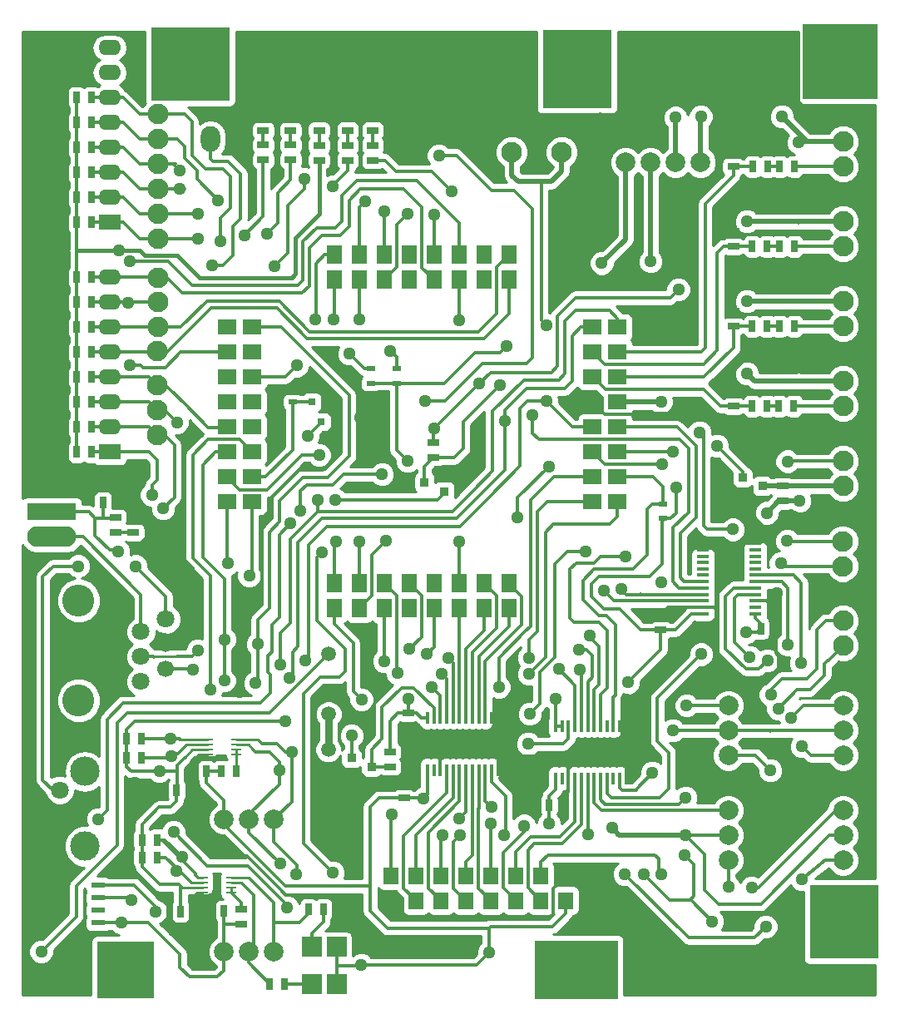
<source format=gbl>
G04 #@! TF.FileFunction,Copper,L2,Bot,Signal*
%FSLAX46Y46*%
G04 Gerber Fmt 4.6, Leading zero omitted, Abs format (unit mm)*
G04 Created by KiCad (PCBNEW 4.0.6) date 01/03/18 21:04:18*
%MOMM*%
%LPD*%
G01*
G04 APERTURE LIST*
%ADD10C,0.150000*%
%ADD11R,0.900000X0.500000*%
%ADD12R,2.000000X2.600000*%
%ADD13O,2.000000X2.600000*%
%ADD14R,0.800100X0.800100*%
%ADD15R,7.000000X7.500000*%
%ADD16R,8.000000X7.500000*%
%ADD17R,7.600000X7.600000*%
%ADD18R,7.000000X8.000000*%
%ADD19R,8.500000X6.000000*%
%ADD20R,5.800000X5.800000*%
%ADD21R,1.000760X0.248920*%
%ADD22C,1.800860*%
%ADD23C,1.700000*%
%ADD24C,3.251200*%
%ADD25R,1.998980X1.998980*%
%ADD26R,1.800860X2.100580*%
%ADD27C,2.100580*%
%ADD28R,5.000000X1.800860*%
%ADD29O,5.000000X2.100580*%
%ADD30C,1.998980*%
%ADD31R,1.524000X1.800860*%
%ADD32R,2.100580X1.899920*%
%ADD33R,1.143000X0.635000*%
%ADD34R,0.914400X0.914400*%
%ADD35C,1.500000*%
%ADD36R,1.399540X0.599440*%
%ADD37R,0.635000X1.143000*%
%ADD38R,2.286000X1.574800*%
%ADD39O,2.286000X1.574800*%
%ADD40C,2.999740*%
%ADD41O,2.999740X2.999740*%
%ADD42R,0.406400X1.270000*%
%ADD43R,1.270000X0.406400*%
%ADD44R,1.900000X1.600000*%
%ADD45R,1.900000X1.600200*%
%ADD46R,1.600200X1.899920*%
%ADD47C,1.300480*%
%ADD48C,2.100000*%
%ADD49C,0.500380*%
%ADD50C,0.350520*%
%ADD51C,0.248920*%
%ADD52C,0.800100*%
%ADD53C,0.398780*%
%ADD54C,0.254000*%
G04 APERTURE END LIST*
D10*
D11*
X101650800Y-104534400D03*
X101650800Y-103034400D03*
X74574400Y-90742200D03*
X74574400Y-89242200D03*
X71958200Y-90742200D03*
X71958200Y-89242200D03*
X64008000Y-92672600D03*
X64008000Y-91172600D03*
D12*
X58166000Y-65913000D03*
D13*
X55626000Y-65913000D03*
D14*
X65953600Y-92674440D03*
X67853600Y-92674440D03*
X66903600Y-94673420D03*
D15*
X120119520Y-145572480D03*
D16*
X53563520Y-58253480D03*
D17*
X119726200Y-58048400D03*
D18*
X92933520Y-58807480D03*
D19*
X92837000Y-150495000D03*
D20*
X46990000Y-150495000D03*
D21*
X54820820Y-141063980D03*
X54820820Y-141571980D03*
X54820820Y-142079980D03*
X54820820Y-142587980D03*
X57716420Y-141063980D03*
X57716420Y-141571980D03*
X57716420Y-142079980D03*
X57716420Y-142587980D03*
X55392320Y-127030480D03*
X55392320Y-127538480D03*
X55392320Y-128046480D03*
X55392320Y-128554480D03*
X58287920Y-127030480D03*
X58287920Y-127538480D03*
X58287920Y-128046480D03*
X58287920Y-128554480D03*
D22*
X48547020Y-118584980D03*
X48547020Y-116044980D03*
X48547020Y-121124980D03*
X51087020Y-114774980D03*
D23*
X51087020Y-117314980D03*
X51087020Y-119854980D03*
D24*
X42197020Y-123029980D03*
X42197020Y-112869980D03*
D25*
X65963800Y-151892000D03*
X68503800Y-151892000D03*
X65913000Y-148132800D03*
X68453000Y-148132800D03*
D26*
X83756500Y-67246500D03*
D27*
X86296500Y-67246500D03*
D26*
X88836500Y-67246500D03*
D27*
X91376500Y-67246500D03*
D28*
X39466520Y-103852980D03*
D29*
X39466520Y-106392980D03*
D30*
X105506520Y-68292980D03*
D25*
X95346520Y-68292980D03*
D30*
X97886520Y-68292980D03*
X100426520Y-68292980D03*
X102966520Y-68292980D03*
D31*
X91790520Y-140873480D03*
X91790520Y-143413480D03*
X89250520Y-140873480D03*
X89250520Y-143413480D03*
X86710520Y-140873480D03*
X86710520Y-143413480D03*
X84170520Y-140873480D03*
X84170520Y-143413480D03*
X81630520Y-140873480D03*
X81630520Y-143413480D03*
X79090520Y-140873480D03*
X79090520Y-143413480D03*
X76550520Y-140873480D03*
X76550520Y-143413480D03*
X74010520Y-140873480D03*
X74010520Y-143413480D03*
D32*
X120015000Y-71755000D03*
D27*
X120015000Y-74295000D03*
X120015000Y-76835000D03*
D32*
X120015000Y-88011000D03*
D27*
X120015000Y-90551000D03*
X120015000Y-93091000D03*
D32*
X120015000Y-79883000D03*
D27*
X120015000Y-82423000D03*
X120015000Y-84963000D03*
D32*
X120015000Y-63627000D03*
D27*
X120015000Y-66167000D03*
X120015000Y-68707000D03*
D32*
X120015000Y-112395000D03*
D27*
X120015000Y-114935000D03*
X120015000Y-117475000D03*
D32*
X119984520Y-104297480D03*
D27*
X119984520Y-106837480D03*
X119984520Y-109377480D03*
D32*
X120015000Y-96139000D03*
D27*
X120015000Y-98679000D03*
X120015000Y-101219000D03*
D25*
X108331000Y-131699000D03*
D30*
X108331000Y-134239000D03*
X108331000Y-136779000D03*
X108331000Y-139319000D03*
D25*
X120015000Y-131699000D03*
D30*
X120015000Y-134239000D03*
X120015000Y-136779000D03*
X120015000Y-139319000D03*
D25*
X54452520Y-148620480D03*
D30*
X56992520Y-148620480D03*
X59532520Y-148620480D03*
X62072520Y-148620480D03*
D25*
X54452520Y-135158480D03*
D30*
X56992520Y-135158480D03*
X59532520Y-135158480D03*
X62072520Y-135158480D03*
D25*
X108331000Y-121031000D03*
D30*
X108331000Y-123571000D03*
X108331000Y-126111000D03*
X108331000Y-128651000D03*
D25*
X120015000Y-121031000D03*
D30*
X120015000Y-123571000D03*
X120015000Y-126111000D03*
X120015000Y-128651000D03*
D33*
X58750200Y-145796000D03*
X58750200Y-144272000D03*
D34*
X109778800Y-100330000D03*
X109778800Y-102108000D03*
X111810800Y-101219000D03*
X79425800Y-101752400D03*
X79425800Y-99974400D03*
X77393800Y-100863400D03*
X69977000Y-128905000D03*
X69977000Y-130683000D03*
X72009000Y-129794000D03*
D35*
X67665600Y-118338600D03*
X67665600Y-124434600D03*
D33*
X72136000Y-65024000D03*
X72136000Y-63500000D03*
X72136000Y-68072000D03*
X72136000Y-66548000D03*
D36*
X44196000Y-145669000D03*
X38862000Y-145669000D03*
X44196000Y-144399000D03*
X44196000Y-143129000D03*
X44196000Y-141859000D03*
X38862000Y-144399000D03*
X38862000Y-143129000D03*
X38862000Y-141859000D03*
D37*
X56743600Y-130251200D03*
X58267600Y-130251200D03*
D33*
X73914000Y-128270000D03*
X73914000Y-129794000D03*
X113842800Y-102743000D03*
X113842800Y-101219000D03*
X78308200Y-96799400D03*
X78308200Y-98323400D03*
D37*
X115011200Y-93091000D03*
X113487200Y-93091000D03*
X115036600Y-84963000D03*
X113512600Y-84963000D03*
X115062000Y-76835000D03*
X113538000Y-76835000D03*
X115087400Y-68707000D03*
X113563400Y-68707000D03*
D33*
X108864400Y-93091000D03*
X108864400Y-91567000D03*
X108864400Y-84963000D03*
X108864400Y-83439000D03*
X108839000Y-76835000D03*
X108839000Y-75311000D03*
X108839000Y-68707000D03*
X108839000Y-67183000D03*
D37*
X112268000Y-93091000D03*
X110744000Y-93091000D03*
X112268000Y-84963000D03*
X110744000Y-84963000D03*
X112293400Y-76835000D03*
X110769400Y-76835000D03*
X112318800Y-68707000D03*
X110794800Y-68707000D03*
D38*
X45372020Y-74388980D03*
D39*
X45372020Y-71848980D03*
X45372020Y-69308980D03*
X45372020Y-66768980D03*
X45372020Y-64228980D03*
X45372020Y-61688980D03*
X45372020Y-59148980D03*
X45372020Y-56608980D03*
X37752020Y-56608980D03*
X37752020Y-59148980D03*
X37752020Y-61688980D03*
X37752020Y-64228980D03*
X37752020Y-66768980D03*
X37752020Y-69308980D03*
X37752020Y-71848980D03*
X37752020Y-74388980D03*
D38*
X45372020Y-97756980D03*
D39*
X45372020Y-95216980D03*
X45372020Y-92676980D03*
X45372020Y-90136980D03*
X45372020Y-87596980D03*
X45372020Y-85056980D03*
X45372020Y-82516980D03*
X45372020Y-79976980D03*
X37752020Y-79976980D03*
X37752020Y-82516980D03*
X37752020Y-85056980D03*
X37752020Y-87596980D03*
X37752020Y-90136980D03*
X37752020Y-92676980D03*
X37752020Y-95216980D03*
X37752020Y-97756980D03*
D22*
X40292020Y-135983980D03*
X40292020Y-132173980D03*
D40*
X42832020Y-137888980D03*
D41*
X42832020Y-130268980D03*
D42*
X90774520Y-125633480D03*
X91409520Y-125633480D03*
X92069920Y-125633480D03*
X92730320Y-125633480D03*
X93365320Y-125633480D03*
X94025720Y-125633480D03*
X94686120Y-125633480D03*
X95321120Y-125633480D03*
X95981520Y-125633480D03*
X96616520Y-125633480D03*
X97276920Y-125633480D03*
X97937320Y-125633480D03*
X97962720Y-130967480D03*
X97276920Y-130967480D03*
X96616520Y-130967480D03*
X95981520Y-130967480D03*
X95321120Y-130967480D03*
X94686120Y-130967480D03*
X94025720Y-130967480D03*
X93365320Y-130967480D03*
X92730320Y-130967480D03*
X92069920Y-130967480D03*
X91409520Y-130967480D03*
X90774520Y-130967480D03*
D43*
X105760520Y-114203480D03*
X105760520Y-113568480D03*
X105760520Y-112908080D03*
X105760520Y-112247680D03*
X105760520Y-111612680D03*
X105760520Y-110952280D03*
X105760520Y-110291880D03*
X105760520Y-109656880D03*
X105760520Y-108996480D03*
X105760520Y-108361480D03*
X105760520Y-107701080D03*
X105760520Y-107040680D03*
X111094520Y-107015280D03*
X111094520Y-107701080D03*
X111094520Y-108361480D03*
X111094520Y-108996480D03*
X111094520Y-109656880D03*
X111094520Y-110291880D03*
X111094520Y-110952280D03*
X111094520Y-111612680D03*
X111094520Y-112247680D03*
X111094520Y-112908080D03*
X111094520Y-113568480D03*
X111094520Y-114203480D03*
D42*
X77724000Y-124777500D03*
X78359000Y-124777500D03*
X79019400Y-124777500D03*
X79679800Y-124777500D03*
X80314800Y-124777500D03*
X80975200Y-124777500D03*
X81635600Y-124777500D03*
X82270600Y-124777500D03*
X82931000Y-124777500D03*
X83566000Y-124777500D03*
X84226400Y-124777500D03*
X84886800Y-124777500D03*
X84912200Y-130111500D03*
X84226400Y-130111500D03*
X83566000Y-130111500D03*
X82931000Y-130111500D03*
X82270600Y-130111500D03*
X81635600Y-130111500D03*
X80975200Y-130111500D03*
X80314800Y-130111500D03*
X79679800Y-130111500D03*
X79019400Y-130111500D03*
X78359000Y-130111500D03*
X77724000Y-130111500D03*
D37*
X42006520Y-71848980D03*
X43530520Y-71848980D03*
D33*
X63787020Y-68038980D03*
X63787020Y-66514980D03*
D37*
X42006520Y-90136980D03*
X43530520Y-90136980D03*
X42006520Y-92676980D03*
X43530520Y-92676980D03*
X42006520Y-95216980D03*
X43530520Y-95216980D03*
X42006520Y-97756980D03*
X43530520Y-97756980D03*
X42006520Y-61688980D03*
X43530520Y-61688980D03*
X42006520Y-64228980D03*
X43530520Y-64228980D03*
X42006520Y-66768980D03*
X43530520Y-66768980D03*
X42006520Y-69308980D03*
X43530520Y-69308980D03*
X44673520Y-102900480D03*
X46197520Y-102900480D03*
X42006520Y-74388980D03*
X43530520Y-74388980D03*
X42006520Y-79976980D03*
X43530520Y-79976980D03*
X42006520Y-82516980D03*
X43530520Y-82516980D03*
X42006520Y-85056980D03*
X43530520Y-85056980D03*
X42006520Y-87596980D03*
X43530520Y-87596980D03*
D33*
X60993020Y-68038980D03*
X60993020Y-66514980D03*
X47785020Y-105948480D03*
X47785020Y-104424480D03*
D37*
X63195200Y-151892000D03*
X61671200Y-151892000D03*
X67132200Y-144322800D03*
X65608200Y-144322800D03*
X48641000Y-137223500D03*
X50165000Y-137223500D03*
X48641000Y-139001500D03*
X50165000Y-139001500D03*
D33*
X69596000Y-68072000D03*
X69596000Y-66548000D03*
X66675000Y-68072000D03*
X66675000Y-66548000D03*
D37*
X47086520Y-128871980D03*
X48610520Y-128871980D03*
X47086520Y-126966980D03*
X48610520Y-126966980D03*
X55194200Y-130251200D03*
X53670200Y-130251200D03*
D33*
X75755500Y-124333000D03*
X75755500Y-125857000D03*
D37*
X90093800Y-133680200D03*
X91617800Y-133680200D03*
X56992520Y-144492980D03*
X55468520Y-144492980D03*
X52166520Y-132173980D03*
X53690520Y-132173980D03*
X52578000Y-144526000D03*
X54102000Y-144526000D03*
D33*
X45943520Y-104424480D03*
X45943520Y-105948480D03*
X66675000Y-65024000D03*
X66675000Y-63500000D03*
X69596000Y-65024000D03*
X69596000Y-63500000D03*
X60993020Y-65054480D03*
X60993020Y-63530480D03*
X63787020Y-65054480D03*
X63787020Y-63530480D03*
X101442520Y-115854480D03*
X101442520Y-114330480D03*
D37*
X111633000Y-115722400D03*
X113157000Y-115722400D03*
D33*
X75311000Y-132969000D03*
X75311000Y-131445000D03*
D44*
X94518480Y-85056980D03*
X97058480Y-85056980D03*
X94518480Y-87596980D03*
X97058480Y-87596980D03*
X94518480Y-90136980D03*
X97058480Y-90136980D03*
X94518480Y-92676980D03*
X97058480Y-92676980D03*
X94518480Y-95216980D03*
X97058480Y-95216980D03*
X94518480Y-97756980D03*
X97058480Y-97756980D03*
X94518480Y-100296980D03*
X97058480Y-100296980D03*
X94518480Y-102836980D03*
X97058480Y-102836980D03*
D45*
X57310020Y-85056980D03*
X59850020Y-85056980D03*
X57310020Y-87596980D03*
X59850020Y-87596980D03*
X57310020Y-90136980D03*
X59850020Y-90136980D03*
X57310020Y-92676980D03*
X59850020Y-92676980D03*
X57310020Y-95216980D03*
X59850020Y-95216980D03*
X57310020Y-97756980D03*
X59850020Y-97756980D03*
X57310020Y-100296980D03*
X59850020Y-100296980D03*
X57310020Y-102836980D03*
X59850020Y-102836980D03*
D46*
X68232020Y-80230980D03*
X68232020Y-77690980D03*
X70772020Y-80230980D03*
X70772020Y-77690980D03*
X73312020Y-80230980D03*
X73312020Y-77690980D03*
X75852020Y-80230980D03*
X75852020Y-77690980D03*
X78392020Y-80230980D03*
X78392020Y-77690980D03*
X80932020Y-80230980D03*
X80932020Y-77690980D03*
X83472020Y-80230980D03*
X83472020Y-77690980D03*
X86012020Y-80230980D03*
X86012020Y-77690980D03*
X86012020Y-113631980D03*
X86012020Y-111091980D03*
X83472020Y-113631980D03*
X83472020Y-111091980D03*
X80932020Y-113631980D03*
X80932020Y-111091980D03*
X78392020Y-113631980D03*
X78392020Y-111091980D03*
X75852020Y-113631980D03*
X75852020Y-111091980D03*
X73312020Y-113631980D03*
X73312020Y-111091980D03*
X70772020Y-113631980D03*
X70772020Y-111091980D03*
X68232020Y-113631980D03*
X68232020Y-111091980D03*
D35*
X67614800Y-128041400D03*
X67614800Y-133883400D03*
D47*
X115493800Y-66268600D03*
X80137000Y-71247000D03*
X105537000Y-63627000D03*
X113792000Y-63627000D03*
X110236000Y-82423000D03*
X110236000Y-74295000D03*
X110236000Y-89789000D03*
X68072000Y-70739000D03*
X46558200Y-145669000D03*
X83972400Y-148717000D03*
X77317600Y-133045200D03*
X90093800Y-135585200D03*
X102692200Y-126085600D03*
X110159800Y-116078000D03*
X70967600Y-149987000D03*
X103962200Y-136753600D03*
X96494600Y-136017000D03*
X115595400Y-102717600D03*
X112242600Y-103962200D03*
X83007200Y-90805000D03*
X100426520Y-78359000D03*
X103251000Y-81229200D03*
X78359000Y-95377000D03*
X79832200Y-118719600D03*
X88036400Y-118694200D03*
X88036400Y-120345200D03*
X79171800Y-120319800D03*
X84963000Y-121666000D03*
X78181200Y-121691400D03*
X77647800Y-118338600D03*
X93243400Y-119888000D03*
X66675000Y-98044000D03*
X97790000Y-140716000D03*
X68072000Y-140589000D03*
X64795400Y-103708200D03*
X73075800Y-100025200D03*
X66929000Y-107975400D03*
X112141000Y-146050000D03*
X113423700Y-123863100D03*
X68300600Y-102616000D03*
X68402200Y-106883200D03*
X85090000Y-90932000D03*
X105410000Y-95758000D03*
X101498400Y-110998000D03*
X108813600Y-105638600D03*
X113665000Y-109093000D03*
X73482200Y-106781600D03*
X107188000Y-97155000D03*
X90043000Y-99237800D03*
X86868000Y-104394000D03*
X91084400Y-119837200D03*
X80949800Y-106883200D03*
X60426600Y-117297200D03*
X60198000Y-121285000D03*
X70002400Y-126619000D03*
X87960200Y-127457200D03*
X57048400Y-116840000D03*
X57023000Y-121031000D03*
X51612800Y-128676400D03*
X52120800Y-140436600D03*
X102717600Y-97764600D03*
X55626000Y-121920000D03*
X51587400Y-126974600D03*
X52705000Y-138938000D03*
X101600000Y-99034600D03*
X93776800Y-107848400D03*
X88112600Y-124409200D03*
X70993000Y-122936000D03*
X95681800Y-111861600D03*
X110515400Y-118643400D03*
X108331000Y-141986000D03*
X93091000Y-117856000D03*
X70764400Y-106908600D03*
X68148200Y-84251800D03*
X97485200Y-111734600D03*
X112318800Y-118999000D03*
X112598200Y-130175000D03*
X94259400Y-116459000D03*
X66319400Y-84302600D03*
X69748400Y-87731600D03*
X103987600Y-132943600D03*
X104089200Y-123571000D03*
X88392000Y-93980000D03*
X80924400Y-84328000D03*
X114401600Y-117373400D03*
X115798600Y-127711200D03*
X70764400Y-84277200D03*
X73939400Y-87477600D03*
X97866200Y-108356400D03*
X105562400Y-118338600D03*
X114706400Y-124815600D03*
X115747800Y-119227600D03*
X115824000Y-141224000D03*
X100584000Y-130429000D03*
X110744000Y-142113000D03*
X80949800Y-135102600D03*
X84150200Y-135585200D03*
X81000600Y-136779000D03*
X85521800Y-136779000D03*
X84201000Y-133908800D03*
X79273400Y-136779000D03*
X47371000Y-88900000D03*
X46202600Y-107873800D03*
X61341000Y-75565000D03*
X85598000Y-94615000D03*
X63627000Y-120777000D03*
X53848000Y-119888000D03*
X59055000Y-75692000D03*
X66548000Y-102616000D03*
X54356000Y-117983000D03*
X62738000Y-119380000D03*
X65278000Y-118999000D03*
X48006000Y-109372400D03*
X42164000Y-109372400D03*
X89789000Y-92583000D03*
X89789000Y-84836000D03*
X49657000Y-102108000D03*
X74650600Y-120269000D03*
X50800000Y-103505000D03*
D48*
X50165000Y-96012000D03*
D47*
X73304400Y-119049800D03*
X52451000Y-70993000D03*
D48*
X50292000Y-70993000D03*
D47*
X73279000Y-73279000D03*
X52451000Y-69088000D03*
D48*
X50292000Y-68453000D03*
D47*
X71374000Y-72263000D03*
X59563000Y-110363000D03*
X56388000Y-72136000D03*
D48*
X50292000Y-65913000D03*
X50292000Y-63373000D03*
D47*
X56642000Y-76327000D03*
X64414400Y-88950800D03*
X75895200Y-117805200D03*
D48*
X50165000Y-93472000D03*
D47*
X52197000Y-94742000D03*
D48*
X50165000Y-90932000D03*
X50165000Y-87503000D03*
X50258980Y-85056980D03*
X50258980Y-82516980D03*
D47*
X47244000Y-82550000D03*
X47371000Y-78359000D03*
D48*
X50292000Y-80010000D03*
D47*
X54356000Y-76073000D03*
D48*
X50292000Y-76073000D03*
D47*
X78409800Y-73609200D03*
X54356000Y-73533000D03*
D48*
X50292000Y-73533000D03*
D47*
X75692000Y-73533000D03*
X58547000Y-115595400D03*
X53848000Y-115570000D03*
X101727000Y-148717000D03*
X58547000Y-122174000D03*
X70866000Y-94234000D03*
X70993000Y-148005800D03*
X51917600Y-146456400D03*
X37109400Y-146507200D03*
X38862000Y-139776200D03*
X115570000Y-131699000D03*
X97942400Y-122936000D03*
X68478400Y-97307400D03*
X115011200Y-104317800D03*
X113284000Y-112141000D03*
X47879000Y-131445000D03*
X101981000Y-61849000D03*
X81381600Y-99949000D03*
X50419000Y-130251200D03*
X46278800Y-77241400D03*
X63246000Y-125196600D03*
X85725000Y-86995000D03*
X75692000Y-98679000D03*
X101473000Y-92684600D03*
X95453200Y-78536800D03*
X102997000Y-101346000D03*
X98120200Y-121208800D03*
X90779600Y-122885200D03*
X75742800Y-122885200D03*
X38404800Y-148590000D03*
X102971600Y-63728600D03*
X114350800Y-98704400D03*
X114325400Y-106807000D03*
X99695000Y-140716000D03*
X112649000Y-122478800D03*
X106705400Y-145542000D03*
X103886000Y-138760200D03*
X78867000Y-67564000D03*
X77470000Y-92583000D03*
X65532000Y-96139000D03*
X51866800Y-136448800D03*
X63423800Y-144145000D03*
X57404000Y-109093000D03*
X55753000Y-78740000D03*
X101473000Y-140716000D03*
X87553800Y-135788400D03*
X94056200Y-136702800D03*
X62103000Y-78867000D03*
X65151000Y-69977000D03*
X74041000Y-134620000D03*
X44196000Y-135128000D03*
X63754000Y-105029000D03*
X47574200Y-143332200D03*
X62712600Y-139674600D03*
X62611000Y-130175000D03*
X64338200Y-140766800D03*
X63881000Y-128270000D03*
X50012600Y-144526000D03*
D49*
X115493800Y-74295000D02*
X115468400Y-74320400D01*
X120015000Y-74295000D02*
X115493800Y-74295000D01*
X115595400Y-66167000D02*
X115493800Y-66268600D01*
X120015000Y-66167000D02*
X115595400Y-66167000D01*
X115570000Y-90551000D02*
X115519200Y-90500200D01*
X120015000Y-90551000D02*
X115570000Y-90551000D01*
X105506520Y-66680080D02*
X105506520Y-68292980D01*
X120015000Y-82423000D02*
X115493800Y-82423000D01*
X115493800Y-82423000D02*
X115468400Y-82397600D01*
D50*
X73380600Y-68072000D02*
X72136000Y-68072000D01*
X74528678Y-69220078D02*
X73380600Y-68072000D01*
X75819000Y-69220078D02*
X74528678Y-69220078D01*
X76967078Y-69220078D02*
X75819000Y-69220078D01*
X78110078Y-69220078D02*
X80137000Y-71247000D01*
X75819000Y-69220078D02*
X78110078Y-69220078D01*
D49*
X105506520Y-63657480D02*
X105537000Y-63627000D01*
X105506520Y-68292980D02*
X105506520Y-63657480D01*
X116332000Y-66167000D02*
X113792000Y-63627000D01*
X120015000Y-66167000D02*
X116332000Y-66167000D01*
X120015000Y-82423000D02*
X110236000Y-82423000D01*
X120015000Y-74295000D02*
X110236000Y-74295000D01*
X110998000Y-90551000D02*
X110236000Y-89789000D01*
X120015000Y-90551000D02*
X110998000Y-90551000D01*
D50*
X69596000Y-68072000D02*
X69596000Y-69088000D01*
X68072000Y-70612000D02*
X68072000Y-70739000D01*
X69596000Y-69088000D02*
X68072000Y-70612000D01*
X54432200Y-151180800D02*
X56337200Y-151180800D01*
X49301400Y-145669000D02*
X52501800Y-148869400D01*
X52501800Y-148869400D02*
X52501800Y-150215600D01*
X52501800Y-150215600D02*
X53467000Y-151180800D01*
X53467000Y-151180800D02*
X54432200Y-151180800D01*
X46558200Y-145669000D02*
X49301400Y-145669000D01*
X90774520Y-132085080D02*
X90093800Y-132765800D01*
X90093800Y-132765800D02*
X90093800Y-133680200D01*
X90774520Y-130967480D02*
X90774520Y-132085080D01*
X83972400Y-146227800D02*
X83972400Y-148717000D01*
X77317600Y-133045200D02*
X77241400Y-132969000D01*
X77241400Y-132969000D02*
X75311000Y-132969000D01*
X90093800Y-133680200D02*
X90093800Y-135585200D01*
X77724000Y-132638800D02*
X77317600Y-133045200D01*
X77724000Y-130111500D02*
X77724000Y-132638800D01*
X102717600Y-126111000D02*
X102692200Y-126085600D01*
X108331000Y-126111000D02*
X102717600Y-126111000D01*
X103962200Y-136779000D02*
X108331000Y-136779000D01*
X111633000Y-115239800D02*
X111633000Y-115722400D01*
X111094520Y-114701320D02*
X111633000Y-115239800D01*
X111094520Y-114203480D02*
X111094520Y-114701320D01*
X56992520Y-145796000D02*
X56992520Y-144492980D01*
X56992520Y-148620480D02*
X56992520Y-145796000D01*
X57023000Y-145796000D02*
X56992520Y-145796000D01*
X56992520Y-145796000D02*
X57023000Y-145796000D01*
X58750200Y-145796000D02*
X56992520Y-145796000D01*
X46558200Y-145669000D02*
X44196000Y-145669000D01*
X56337200Y-151180800D02*
X56992520Y-150525480D01*
X56992520Y-150525480D02*
X56992520Y-148620480D01*
X56992520Y-133243320D02*
X55194200Y-131445000D01*
X55194200Y-131445000D02*
X55194200Y-130251200D01*
X56992520Y-135158480D02*
X56992520Y-133243320D01*
X55194200Y-130251200D02*
X56743600Y-130251200D01*
X68503800Y-148183600D02*
X68453000Y-148132800D01*
X68503800Y-150012400D02*
X68503800Y-148183600D01*
X68503800Y-151892000D02*
X68503800Y-150012400D01*
X70942200Y-150012400D02*
X70967600Y-149987000D01*
X68503800Y-150012400D02*
X70942200Y-150012400D01*
X56992520Y-135158480D02*
X56992520Y-135808720D01*
X56992520Y-135158480D02*
X56992520Y-135656320D01*
X82702400Y-149987000D02*
X83972400Y-148717000D01*
X70967600Y-149987000D02*
X82702400Y-149987000D01*
X56992520Y-135656320D02*
X63271400Y-141935200D01*
X63271400Y-141935200D02*
X65709800Y-141935200D01*
X65709800Y-141935200D02*
X71678800Y-141935200D01*
X71678800Y-141935200D02*
X71882000Y-141732000D01*
X71882000Y-141986000D02*
X71882000Y-141732000D01*
X71882000Y-142544800D02*
X71882000Y-141986000D01*
X71882000Y-144475200D02*
X71882000Y-142544800D01*
X76098400Y-146227800D02*
X83972400Y-146227800D01*
X73634600Y-146227800D02*
X71882000Y-144475200D01*
X76098400Y-146227800D02*
X73634600Y-146227800D01*
X103962200Y-136753600D02*
X103962200Y-136779000D01*
X103962200Y-136779000D02*
X103962200Y-136753600D01*
X103962200Y-136753600D02*
X103962200Y-136779000D01*
D49*
X103962200Y-136753600D02*
X97231200Y-136753600D01*
X97231200Y-136753600D02*
X96494600Y-136017000D01*
D50*
X111277400Y-116078000D02*
X111633000Y-115722400D01*
X110159800Y-116078000D02*
X111277400Y-116078000D01*
D49*
X100426520Y-68292980D02*
X100426520Y-78359000D01*
X115570000Y-102743000D02*
X115595400Y-102717600D01*
X113842800Y-102743000D02*
X115570000Y-102743000D01*
X113842800Y-102743000D02*
X113461800Y-102743000D01*
X113461800Y-102743000D02*
X112242600Y-103962200D01*
D50*
X83007200Y-90805000D02*
X78511400Y-95300800D01*
X84150200Y-89662000D02*
X83007200Y-90805000D01*
X90297000Y-89662000D02*
X84150200Y-89662000D01*
X90932000Y-89027000D02*
X90297000Y-89662000D01*
X90932000Y-83947000D02*
X90932000Y-89027000D01*
X92811600Y-82067400D02*
X90932000Y-83947000D01*
X95148400Y-82067400D02*
X102412800Y-82067400D01*
X102412800Y-82067400D02*
X103251000Y-81229200D01*
X94615000Y-82067400D02*
X95148400Y-82067400D01*
X94615000Y-82067400D02*
X92811600Y-82067400D01*
X118618000Y-136779000D02*
X111633000Y-143764000D01*
X111633000Y-143764000D02*
X107315000Y-143764000D01*
X107315000Y-143764000D02*
X105918000Y-142367000D01*
X105918000Y-142367000D02*
X105918000Y-138709400D01*
X105918000Y-138709400D02*
X103962200Y-136753600D01*
X120015000Y-136779000D02*
X118618000Y-136779000D01*
X108331000Y-126111000D02*
X112623600Y-126111000D01*
X112623600Y-126111000D02*
X112623600Y-126136400D01*
X112623600Y-126136400D02*
X112623600Y-126111000D01*
X112623600Y-126136400D02*
X112623600Y-126111000D01*
X112623600Y-126111000D02*
X120015000Y-126111000D01*
X78308200Y-95427800D02*
X78308200Y-96799400D01*
X78359000Y-95377000D02*
X78308200Y-95427800D01*
X91790520Y-144683480D02*
X90424000Y-146050000D01*
X90424000Y-146050000D02*
X84150200Y-146050000D01*
X84150200Y-146050000D02*
X83972400Y-146227800D01*
X91790520Y-143413480D02*
X91790520Y-144683480D01*
X72771000Y-132969000D02*
X71882000Y-133858000D01*
X71882000Y-133858000D02*
X71882000Y-141986000D01*
X75311000Y-132969000D02*
X72771000Y-132969000D01*
X80975200Y-113675160D02*
X80932020Y-113631980D01*
X80975200Y-124777500D02*
X80975200Y-113675160D01*
X82270600Y-118160800D02*
X82270600Y-124777500D01*
X83472020Y-111107220D02*
X84734400Y-112369600D01*
X83472020Y-111091980D02*
X83472020Y-111107220D01*
X84734400Y-112369600D02*
X84734400Y-115697000D01*
X84734400Y-115697000D02*
X82270600Y-118160800D01*
X83472020Y-115943380D02*
X81635600Y-117779800D01*
X81635600Y-117779800D02*
X81635600Y-124777500D01*
X83472020Y-113631980D02*
X83472020Y-115943380D01*
X83566000Y-119024400D02*
X83566000Y-124777500D01*
X86012020Y-111208820D02*
X87249000Y-112445800D01*
X86012020Y-111091980D02*
X86012020Y-111208820D01*
X87249000Y-115341400D02*
X83566000Y-119024400D01*
X87249000Y-112445800D02*
X87249000Y-115341400D01*
X82931000Y-118592600D02*
X86012020Y-115511580D01*
X86012020Y-115511580D02*
X86012020Y-113631980D01*
X82931000Y-124777500D02*
X82931000Y-118592600D01*
X80314800Y-119202200D02*
X79832200Y-118719600D01*
X80314800Y-124777500D02*
X80314800Y-119202200D01*
X88036400Y-116865400D02*
X88925400Y-115976400D01*
X88925400Y-115976400D02*
X88925400Y-103835200D01*
X88925400Y-103835200D02*
X89923620Y-102836980D01*
X89923620Y-102836980D02*
X94518480Y-102836980D01*
X88036400Y-118694200D02*
X88036400Y-116865400D01*
X79679800Y-124777500D02*
X79679800Y-120827800D01*
X79679800Y-120827800D02*
X79171800Y-120319800D01*
X89712800Y-115900200D02*
X89712800Y-116078000D01*
X89712800Y-105943400D02*
X89712800Y-115900200D01*
X89712800Y-118668800D02*
X88036400Y-120345200D01*
X89712800Y-115900200D02*
X89712800Y-118668800D01*
X97058480Y-104363520D02*
X96291400Y-105130600D01*
X96291400Y-105130600D02*
X90525600Y-105130600D01*
X90525600Y-105130600D02*
X89712800Y-105943400D01*
X97058480Y-102836980D02*
X97058480Y-104363520D01*
X84963000Y-118745000D02*
X84963000Y-121666000D01*
X78181200Y-121691400D02*
X79019400Y-122529600D01*
X79019400Y-122529600D02*
X79019400Y-124777500D01*
X88214200Y-115493800D02*
X87655400Y-116052600D01*
X87655400Y-116052600D02*
X84963000Y-118745000D01*
X90558620Y-100296980D02*
X88214200Y-102641400D01*
X88214200Y-102641400D02*
X88214200Y-115493800D01*
X94518480Y-100296980D02*
X90558620Y-100296980D01*
X78392020Y-117594380D02*
X77647800Y-118338600D01*
X93243400Y-119888000D02*
X93365320Y-120009920D01*
X93365320Y-120009920D02*
X93365320Y-125633480D01*
X78392020Y-113631980D02*
X78392020Y-117594380D01*
X57310020Y-100296980D02*
X57310020Y-100363020D01*
X57310020Y-100363020D02*
X58547000Y-101600000D01*
X64897000Y-98044000D02*
X66675000Y-98044000D01*
X61341000Y-101600000D02*
X64897000Y-98044000D01*
X58547000Y-101600000D02*
X61341000Y-101600000D01*
X73075800Y-100025200D02*
X69138800Y-100025200D01*
X64795400Y-101701600D02*
X64795400Y-103708200D01*
X65405000Y-101092000D02*
X64795400Y-101701600D01*
X68072000Y-101092000D02*
X65405000Y-101092000D01*
X69138800Y-100025200D02*
X68072000Y-101092000D01*
X65074800Y-134874000D02*
X65074800Y-127000000D01*
X68707000Y-120650000D02*
X69316600Y-120040400D01*
X69316600Y-120040400D02*
X69316600Y-117754400D01*
X69316600Y-117754400D02*
X66446400Y-114884200D01*
X66446400Y-114884200D02*
X66446400Y-108458000D01*
X66446400Y-108458000D02*
X66929000Y-107975400D01*
X110998000Y-147193000D02*
X112141000Y-146050000D01*
X104267000Y-147193000D02*
X110998000Y-147193000D01*
X97790000Y-140716000D02*
X104267000Y-147193000D01*
X65074800Y-122377200D02*
X66802000Y-120650000D01*
X66802000Y-120650000D02*
X68707000Y-120650000D01*
X65074800Y-127000000D02*
X65074800Y-122377200D01*
X65074800Y-137591800D02*
X68072000Y-140589000D01*
X65074800Y-134874000D02*
X65074800Y-137591800D01*
X115341400Y-121945400D02*
X113423700Y-123863100D01*
X120015000Y-117475000D02*
X118516400Y-118973600D01*
X116636800Y-121945400D02*
X115519200Y-121945400D01*
X118110000Y-120472200D02*
X116636800Y-121945400D01*
X118110000Y-119324122D02*
X118110000Y-120472200D01*
X118460522Y-118973600D02*
X118110000Y-119324122D01*
X118516400Y-118973600D02*
X118460522Y-118973600D01*
X115519200Y-121945400D02*
X115341400Y-121945400D01*
X113423700Y-123863100D02*
X113360200Y-123926600D01*
X68402200Y-106883200D02*
X68232020Y-107053380D01*
X68232020Y-107053380D02*
X68232020Y-111091980D01*
X78765400Y-102616000D02*
X68300600Y-102616000D01*
X79425800Y-101955600D02*
X78765400Y-102616000D01*
X79425800Y-101752400D02*
X79425800Y-101955600D01*
X81356200Y-96647000D02*
X81356200Y-94665800D01*
X81356200Y-94665800D02*
X85090000Y-90932000D01*
X81356200Y-97028000D02*
X81356200Y-96647000D01*
X81356200Y-97028000D02*
X81356200Y-97409000D01*
X80441800Y-98323400D02*
X78308200Y-98323400D01*
X81356200Y-97409000D02*
X80441800Y-98323400D01*
X105410000Y-95758000D02*
X105791000Y-96139000D01*
X105791000Y-96139000D02*
X105791000Y-105283000D01*
X77393800Y-99237800D02*
X78308200Y-98323400D01*
X77393800Y-100863400D02*
X77393800Y-99237800D01*
X105791000Y-105283000D02*
X106146600Y-105638600D01*
X106146600Y-105638600D02*
X108813600Y-105638600D01*
X113665000Y-109093000D02*
X113949480Y-109377480D01*
X113949480Y-109377480D02*
X119984520Y-109377480D01*
X72059800Y-112344200D02*
X72059800Y-108204000D01*
X72059800Y-108204000D02*
X73482200Y-106781600D01*
X70772020Y-113631980D02*
X72059800Y-112344200D01*
X107188000Y-97155000D02*
X109778800Y-99745800D01*
X109778800Y-99745800D02*
X109778800Y-100330000D01*
X86868000Y-102412800D02*
X90043000Y-99237800D01*
X86868000Y-104394000D02*
X86868000Y-102412800D01*
D49*
X113842800Y-101219000D02*
X120015000Y-101219000D01*
X111810800Y-101219000D02*
X113842800Y-101219000D01*
D50*
X92730320Y-121483120D02*
X91084400Y-119837200D01*
X92730320Y-125633480D02*
X92730320Y-121483120D01*
X80932020Y-106900980D02*
X80949800Y-106883200D01*
X80932020Y-111091980D02*
X80932020Y-106900980D01*
X66675000Y-100330000D02*
X65024000Y-100330000D01*
X62636400Y-102717600D02*
X62636400Y-104876600D01*
X65024000Y-100330000D02*
X62636400Y-102717600D01*
X59850020Y-85056980D02*
X62831980Y-85056980D01*
X69723000Y-91948000D02*
X69723000Y-92710000D01*
X62831980Y-85056980D02*
X69723000Y-91948000D01*
X69748400Y-97028000D02*
X69748400Y-98145600D01*
X67564000Y-100330000D02*
X66675000Y-100330000D01*
X69748400Y-98145600D02*
X67564000Y-100330000D01*
X60426600Y-121056400D02*
X60198000Y-121285000D01*
X60426600Y-117297200D02*
X60426600Y-121056400D01*
X62636400Y-104876600D02*
X61595000Y-105918000D01*
X60426600Y-114833400D02*
X60426600Y-117297200D01*
X61595000Y-113665000D02*
X60426600Y-114833400D01*
X61595000Y-105918000D02*
X61595000Y-113665000D01*
X69977000Y-126644400D02*
X70002400Y-126619000D01*
X69977000Y-128905000D02*
X69977000Y-126644400D01*
X92069920Y-126928880D02*
X91541600Y-127457200D01*
X91541600Y-127457200D02*
X87960200Y-127457200D01*
X92069920Y-125633480D02*
X92069920Y-126928880D01*
X69748400Y-92710000D02*
X69748400Y-97028000D01*
X69723000Y-92710000D02*
X69748400Y-92710000D01*
X57310020Y-97756980D02*
X56167020Y-97756980D01*
X54864000Y-108458000D02*
X57048400Y-110642400D01*
X54864000Y-99060000D02*
X54864000Y-108458000D01*
X56167020Y-97756980D02*
X54864000Y-99060000D01*
X57048400Y-110642400D02*
X57048400Y-116840000D01*
D51*
X53157120Y-127538480D02*
X52273200Y-128422400D01*
X53157120Y-127538480D02*
X55392320Y-127538480D01*
D50*
X51823620Y-128871980D02*
X52273200Y-128422400D01*
X48610520Y-128871980D02*
X51823620Y-128871980D01*
X57048400Y-115062000D02*
X57048400Y-116840000D01*
X57310020Y-97756980D02*
X56421020Y-97756980D01*
X57048400Y-121005600D02*
X57023000Y-121031000D01*
X51417220Y-128871980D02*
X48610520Y-128871980D01*
X51417220Y-128871980D02*
X51612800Y-128676400D01*
X57048400Y-115062000D02*
X57048400Y-121005600D01*
X52171600Y-140081000D02*
X53314600Y-141224000D01*
X51092100Y-139001500D02*
X52171600Y-140081000D01*
X52171600Y-140081000D02*
X52171600Y-140385800D01*
X52171600Y-140385800D02*
X52120800Y-140436600D01*
D51*
X53662580Y-141571980D02*
X54820820Y-141571980D01*
X53662580Y-141571980D02*
X53314600Y-141224000D01*
D50*
X50165000Y-139001500D02*
X51092100Y-139001500D01*
X102709980Y-97756980D02*
X97058480Y-97756980D01*
X102717600Y-97764600D02*
X102709980Y-97756980D01*
X60020200Y-148132800D02*
X59532520Y-148620480D01*
X59867800Y-142671800D02*
X60020200Y-142824200D01*
X60020200Y-142824200D02*
X60020200Y-148132800D01*
D51*
X57716420Y-141571980D02*
X58767980Y-141571980D01*
X58767980Y-141571980D02*
X59029600Y-141833600D01*
D50*
X59029600Y-141833600D02*
X59867800Y-142671800D01*
X59532520Y-149753320D02*
X61671200Y-151892000D01*
X61671200Y-151892000D02*
X61671200Y-151892000D01*
X59532520Y-148620480D02*
X59532520Y-149753320D01*
X57658000Y-96494600D02*
X55397400Y-96494600D01*
X53848000Y-108585000D02*
X55626000Y-110363000D01*
X53848000Y-98044000D02*
X53848000Y-108585000D01*
X55397400Y-96494600D02*
X53848000Y-98044000D01*
X55626000Y-110363000D02*
X55626000Y-117094000D01*
X55626000Y-117094000D02*
X55626000Y-121920000D01*
X51308000Y-126966980D02*
X51579780Y-126966980D01*
X51579780Y-126966980D02*
X51587400Y-126974600D01*
D51*
X52532280Y-127030480D02*
X52527200Y-127025400D01*
X55392320Y-127030480D02*
X52532280Y-127030480D01*
D50*
X52468780Y-126966980D02*
X52532280Y-127030480D01*
X51308000Y-126966980D02*
X52468780Y-126966980D01*
X48610520Y-126966980D02*
X51308000Y-126966980D01*
X57658000Y-96494600D02*
X58587640Y-96494600D01*
X58587640Y-96494600D02*
X59850020Y-97756980D01*
X52412900Y-138950700D02*
X54127400Y-140665200D01*
X50685700Y-137223500D02*
X52412900Y-138950700D01*
X54127400Y-140665200D02*
X54127400Y-140817600D01*
D51*
X54820820Y-141063980D02*
X54373780Y-141063980D01*
X54373780Y-141063980D02*
X54127400Y-140817600D01*
D50*
X50165000Y-137223500D02*
X50685700Y-137223500D01*
X95796100Y-99034600D02*
X94518480Y-97756980D01*
X50990500Y-137223500D02*
X52705000Y-138938000D01*
X50165000Y-137223500D02*
X50990500Y-137223500D01*
X98577400Y-99034600D02*
X95796100Y-99034600D01*
X101600000Y-99034600D02*
X98577400Y-99034600D01*
X62072520Y-143606520D02*
X59893200Y-141427200D01*
D51*
X59529980Y-141063980D02*
X57716420Y-141063980D01*
X59529980Y-141063980D02*
X59893200Y-141427200D01*
D50*
X62072520Y-145669000D02*
X62072520Y-143606520D01*
X62072520Y-148620480D02*
X62072520Y-145669000D01*
X64643000Y-145669000D02*
X62072520Y-145669000D01*
X65608200Y-144703800D02*
X64643000Y-145669000D01*
X65608200Y-144322800D02*
X65608200Y-144703800D01*
X70154800Y-117170200D02*
X70154800Y-120142000D01*
X91973400Y-107848400D02*
X93776800Y-107848400D01*
X90652600Y-109169200D02*
X91973400Y-107848400D01*
X90652600Y-118643400D02*
X90652600Y-109169200D01*
X89128600Y-120167400D02*
X90652600Y-118643400D01*
X89128600Y-123393200D02*
X89128600Y-120167400D01*
X88112600Y-124409200D02*
X89128600Y-123393200D01*
X70154800Y-120142000D02*
X70154800Y-120269000D01*
X70154800Y-122097800D02*
X70993000Y-122936000D01*
X70154800Y-120269000D02*
X70154800Y-122097800D01*
X96728280Y-112908080D02*
X95681800Y-111861600D01*
X105760520Y-112908080D02*
X99872800Y-112908080D01*
X99872800Y-112908080D02*
X96728280Y-112908080D01*
X68232020Y-113631980D02*
X68257420Y-113631980D01*
X68232020Y-115247420D02*
X70154800Y-117170200D01*
X68232020Y-113631980D02*
X68232020Y-115247420D01*
X108966000Y-112598200D02*
X109316520Y-112247680D01*
X109316520Y-112247680D02*
X111094520Y-112247680D01*
X110515400Y-118643400D02*
X108966000Y-117094000D01*
X108966000Y-117094000D02*
X108966000Y-112598200D01*
X108331000Y-139319000D02*
X108331000Y-141986000D01*
X94025720Y-125633480D02*
X94025720Y-121163080D01*
X70772020Y-111091980D02*
X70772020Y-106916220D01*
X94025720Y-121163080D02*
X94513400Y-120675400D01*
X93878400Y-117856000D02*
X93091000Y-117856000D01*
X94513400Y-118491000D02*
X93878400Y-117856000D01*
X94513400Y-120675400D02*
X94513400Y-118491000D01*
X70764400Y-106908600D02*
X70772020Y-106916220D01*
X70772020Y-106916220D02*
X70764400Y-106908600D01*
X94686120Y-133497320D02*
X95427800Y-134239000D01*
X95427800Y-134239000D02*
X108331000Y-134239000D01*
X94686120Y-130967480D02*
X94686120Y-133497320D01*
X68232020Y-84167980D02*
X68232020Y-80230980D01*
X68148200Y-84251800D02*
X68232020Y-84167980D01*
X105760520Y-112247680D02*
X99415600Y-112247680D01*
X97485200Y-111734600D02*
X97998280Y-112247680D01*
X97998280Y-112247680D02*
X99385120Y-112247680D01*
X99385120Y-112247680D02*
X99415600Y-112217200D01*
X99415600Y-112217200D02*
X99415600Y-112247680D01*
X111328200Y-119862600D02*
X111277400Y-119811800D01*
X111455200Y-119862600D02*
X111328200Y-119862600D01*
X112318800Y-118999000D02*
X111455200Y-119862600D01*
X110134400Y-119862600D02*
X111277400Y-119862600D01*
X111277400Y-119811800D02*
X111277400Y-119862600D01*
X112598200Y-130175000D02*
X111074200Y-128651000D01*
X111094520Y-111612680D02*
X108910120Y-111612680D01*
X108051600Y-117779800D02*
X110134400Y-119862600D01*
X108051600Y-112471200D02*
X108051600Y-117779800D01*
X108910120Y-111612680D02*
X108051600Y-112471200D01*
X111074200Y-128651000D02*
X108331000Y-128651000D01*
X94686120Y-121975880D02*
X95199200Y-121462800D01*
X95199200Y-121462800D02*
X95199200Y-117551200D01*
X95199200Y-117551200D02*
X94259400Y-116611400D01*
X94259400Y-116611400D02*
X94259400Y-116459000D01*
X94686120Y-125633480D02*
X94686120Y-121975880D01*
X67241420Y-77690980D02*
X66370200Y-78562200D01*
X66370200Y-78562200D02*
X66370200Y-84251800D01*
X66370200Y-84251800D02*
X66319400Y-84302600D01*
X68232020Y-77690980D02*
X67241420Y-77690980D01*
X71259000Y-89242200D02*
X69748400Y-87731600D01*
X71958200Y-89242200D02*
X71259000Y-89242200D01*
X95321120Y-133146798D02*
X95778322Y-133604000D01*
X95778322Y-133604000D02*
X103327200Y-133604000D01*
X103327200Y-133604000D02*
X103987600Y-132943600D01*
X104089200Y-123571000D02*
X108331000Y-123571000D01*
X95321120Y-130967480D02*
X95321120Y-133146798D01*
X88392000Y-93980000D02*
X88392000Y-95859600D01*
X88392000Y-95859600D02*
X89027000Y-96494600D01*
X80932020Y-80230980D02*
X80932020Y-84320380D01*
X80932020Y-84320380D02*
X80924400Y-84328000D01*
X103332280Y-111612680D02*
X105760520Y-111612680D01*
X101473000Y-96494600D02*
X90043000Y-96494600D01*
X102692200Y-105460800D02*
X102692200Y-105435400D01*
X102692200Y-110972600D02*
X103332280Y-111612680D01*
X102692200Y-105740200D02*
X102692200Y-105994200D01*
X102692200Y-105994200D02*
X102692200Y-110972600D01*
X102692200Y-105740200D02*
X102692200Y-105460800D01*
X90043000Y-96494600D02*
X89027000Y-96494600D01*
X103352600Y-96494600D02*
X104267000Y-97409000D01*
X104267000Y-97409000D02*
X104267000Y-103886000D01*
X104267000Y-103886000D02*
X102692200Y-105460800D01*
X101473000Y-96494600D02*
X103352600Y-96494600D01*
X114401600Y-117373400D02*
X114401600Y-111582200D01*
X114401600Y-111582200D02*
X113771680Y-110952280D01*
X113771680Y-110952280D02*
X111094520Y-110952280D01*
X115798600Y-127711200D02*
X116738400Y-128651000D01*
X116738400Y-128651000D02*
X120015000Y-128651000D01*
X95321120Y-122433080D02*
X96012000Y-121742200D01*
X96012000Y-121742200D02*
X96012000Y-115951000D01*
X96012000Y-115951000D02*
X95173800Y-115112800D01*
X95173800Y-115112800D02*
X92659200Y-115112800D01*
X92659200Y-115112800D02*
X92202000Y-114655600D01*
X92202000Y-114655600D02*
X92202000Y-109702600D01*
X92202000Y-109702600D02*
X92837000Y-109067600D01*
X70764400Y-84277200D02*
X70772020Y-84269580D01*
X70772020Y-84269580D02*
X70772020Y-80230980D01*
X95321120Y-125633480D02*
X95321120Y-122433080D01*
X74574400Y-88112600D02*
X73939400Y-87477600D01*
X74574400Y-89242200D02*
X74574400Y-88112600D01*
X93878400Y-109067600D02*
X92862400Y-109067600D01*
X92862400Y-109067600D02*
X92837000Y-109067600D01*
X97866200Y-108356400D02*
X95326200Y-108356400D01*
X95326200Y-108356400D02*
X94615000Y-109067600D01*
X94615000Y-109067600D02*
X93878400Y-109067600D01*
X101117400Y-122783600D02*
X105562400Y-118338600D01*
X119684800Y-123571000D02*
X120015000Y-123571000D01*
X120015000Y-123571000D02*
X119227600Y-123571000D01*
X99466400Y-132943600D02*
X101320600Y-132943600D01*
X95981520Y-132532120D02*
X96393000Y-132943600D01*
X96393000Y-132943600D02*
X99466400Y-132943600D01*
X95981520Y-130967480D02*
X95981520Y-132532120D01*
X101117400Y-127228600D02*
X101117400Y-122783600D01*
X102260400Y-128371600D02*
X101117400Y-127228600D01*
X102260400Y-132003800D02*
X102260400Y-128371600D01*
X101320600Y-132943600D02*
X102260400Y-132003800D01*
X114706400Y-124815600D02*
X115951000Y-123571000D01*
X115951000Y-123571000D02*
X120015000Y-123571000D01*
X103840280Y-110952280D02*
X103428800Y-110540800D01*
X103428800Y-110540800D02*
X103428800Y-105994200D01*
X105760520Y-110952280D02*
X103840280Y-110952280D01*
X103090980Y-95216980D02*
X105029000Y-97155000D01*
X105029000Y-97155000D02*
X105029000Y-104394000D01*
X105029000Y-104394000D02*
X103428800Y-105994200D01*
X97058480Y-95216980D02*
X103090980Y-95216980D01*
X115747800Y-111074200D02*
X115747800Y-119227600D01*
X111094520Y-110291880D02*
X114965480Y-110291880D01*
X119557800Y-139776200D02*
X120015000Y-139319000D01*
X118211600Y-139319000D02*
X115824000Y-141224000D01*
X120015000Y-139319000D02*
X118211600Y-139319000D01*
X114965480Y-110291880D02*
X115747800Y-111074200D01*
X97058480Y-100296980D02*
X100652580Y-100296980D01*
X96616520Y-122712480D02*
X96824800Y-122504200D01*
X96824800Y-122504200D02*
X96824800Y-115316000D01*
X96824800Y-115316000D02*
X95910400Y-114401600D01*
X95910400Y-114401600D02*
X95123000Y-114401600D01*
X95123000Y-114401600D02*
X93548200Y-112826800D01*
X93548200Y-112826800D02*
X93548200Y-110820200D01*
X93548200Y-110820200D02*
X94665800Y-109702600D01*
X94665800Y-109702600D02*
X98653600Y-109702600D01*
X98653600Y-109702600D02*
X100101400Y-108254800D01*
X100101400Y-108254800D02*
X100101400Y-103555800D01*
X100101400Y-103555800D02*
X100622800Y-103034400D01*
X100622800Y-103034400D02*
X101650800Y-103034400D01*
X96616520Y-125633480D02*
X96616520Y-122712480D01*
X100652580Y-100296980D02*
X101650800Y-101295200D01*
X101650800Y-101295200D02*
X101650800Y-103034400D01*
X97566478Y-132212078D02*
X98933000Y-132212078D01*
X98933000Y-132080000D02*
X100584000Y-130429000D01*
X98933000Y-132212078D02*
X98933000Y-132080000D01*
X97566478Y-132212078D02*
X97276920Y-131922520D01*
X97276920Y-131922520D02*
X97276920Y-130967480D01*
X111379000Y-142113000D02*
X110744000Y-142113000D01*
X119253000Y-134239000D02*
X111379000Y-142113000D01*
X120015000Y-134239000D02*
X119253000Y-134239000D01*
X81635600Y-134416800D02*
X80949800Y-135102600D01*
X84150200Y-135585200D02*
X84170520Y-135605520D01*
X84170520Y-135605520D02*
X84170520Y-140873480D01*
X81635600Y-130111500D02*
X81635600Y-134416800D01*
X82905600Y-134061200D02*
X82931000Y-134035800D01*
X82905600Y-142138400D02*
X82905600Y-134061200D01*
X84170520Y-143403320D02*
X82905600Y-142138400D01*
X82931000Y-134035800D02*
X82931000Y-130111500D01*
X84170520Y-143413480D02*
X84170520Y-143403320D01*
X82270600Y-138811000D02*
X81630520Y-139451080D01*
X81630520Y-139451080D02*
X81630520Y-140873480D01*
X82270600Y-130111500D02*
X82270600Y-138811000D01*
X81615280Y-143413480D02*
X80340200Y-142138400D01*
X80340200Y-142138400D02*
X80340200Y-137439400D01*
X80340200Y-137439400D02*
X81000600Y-136779000D01*
X81630520Y-143413480D02*
X81615280Y-143413480D01*
X85648800Y-132791200D02*
X84226400Y-131368800D01*
X84226400Y-131368800D02*
X84226400Y-130111500D01*
X85521800Y-136779000D02*
X85648800Y-136652000D01*
X85648800Y-136652000D02*
X85648800Y-132791200D01*
X79273400Y-136779000D02*
X79090520Y-136961880D01*
X79090520Y-136961880D02*
X79090520Y-140873480D01*
X83566000Y-130111500D02*
X83566000Y-133273800D01*
X83566000Y-133273800D02*
X84201000Y-133908800D01*
X77825600Y-142138400D02*
X77825600Y-139242800D01*
X77825600Y-136474200D02*
X80975200Y-133324600D01*
X77825600Y-139242800D02*
X77825600Y-136474200D01*
X79090520Y-143403320D02*
X77825600Y-142138400D01*
X79090520Y-143413480D02*
X79090520Y-143403320D01*
X80975200Y-133324600D02*
X80975200Y-130111500D01*
X80314800Y-132969000D02*
X76550520Y-136733280D01*
X76550520Y-136733280D02*
X76550520Y-140873480D01*
X80314800Y-130111500D02*
X80314800Y-132969000D01*
X79679800Y-132435600D02*
X79679800Y-130111500D01*
X75285600Y-136829800D02*
X79679800Y-132435600D01*
X75285600Y-142138400D02*
X75285600Y-136829800D01*
X76550520Y-143403320D02*
X75285600Y-142138400D01*
X76550520Y-143413480D02*
X76550520Y-143403320D01*
X115087400Y-68707000D02*
X120015000Y-68707000D01*
X119857520Y-76992480D02*
X120015000Y-76835000D01*
X115062000Y-76835000D02*
X120015000Y-76835000D01*
X115036600Y-84963000D02*
X120015000Y-84963000D01*
X115011200Y-93091000D02*
X120015000Y-93091000D01*
X43840400Y-104470200D02*
X43223180Y-103852980D01*
X44678600Y-104470200D02*
X45897800Y-104470200D01*
X43840400Y-104470200D02*
X44678600Y-104470200D01*
X43840400Y-106248200D02*
X43840400Y-104470200D01*
X45339000Y-107746800D02*
X43840400Y-106248200D01*
X46075600Y-107746800D02*
X45339000Y-107746800D01*
X46202600Y-107873800D02*
X46075600Y-107746800D01*
X48514000Y-88900000D02*
X48768000Y-89154000D01*
X48768000Y-89154000D02*
X51054000Y-89154000D01*
X51054000Y-89154000D02*
X52611020Y-87596980D01*
X47371000Y-88900000D02*
X48514000Y-88900000D01*
X43223180Y-103852980D02*
X39466520Y-103852980D01*
X45897800Y-104470200D02*
X45943520Y-104424480D01*
X44678600Y-102905560D02*
X44673520Y-102900480D01*
X44678600Y-104470200D02*
X44678600Y-102905560D01*
X57310020Y-87596980D02*
X52611020Y-87596980D01*
X60993020Y-65054480D02*
X60993020Y-66514980D01*
X63787020Y-65054480D02*
X63787020Y-66514980D01*
X85598000Y-94615000D02*
X85598000Y-93472000D01*
X85598000Y-93472000D02*
X87757000Y-91313000D01*
X85598000Y-94615000D02*
X85598000Y-99568000D01*
X85598000Y-99568000D02*
X83566000Y-101600000D01*
X62484000Y-71374000D02*
X62484000Y-74422000D01*
X63787020Y-70070980D02*
X62484000Y-71374000D01*
X63787020Y-68038980D02*
X63787020Y-70070980D01*
X62484000Y-74422000D02*
X61341000Y-75565000D01*
X88646000Y-91313000D02*
X87757000Y-91313000D01*
X93318544Y-85056980D02*
X92456000Y-85919524D01*
X94518480Y-85056980D02*
X93318544Y-85056980D01*
X92456000Y-85919524D02*
X92456000Y-90551000D01*
X92456000Y-90551000D02*
X91694000Y-91313000D01*
X91694000Y-91313000D02*
X90043000Y-91313000D01*
X90043000Y-91313000D02*
X88646000Y-91313000D01*
X83566000Y-101600000D02*
X82931000Y-102235000D01*
X80645000Y-104521000D02*
X79375000Y-104521000D01*
X82931000Y-102235000D02*
X80645000Y-104521000D01*
X66954400Y-104521000D02*
X79375000Y-104521000D01*
X64541400Y-115316000D02*
X64541400Y-117576600D01*
X64008000Y-120396000D02*
X63627000Y-120777000D01*
X64008000Y-118110000D02*
X64008000Y-120396000D01*
X64541400Y-117576600D02*
X64008000Y-118110000D01*
X64541400Y-113157000D02*
X64541400Y-112039400D01*
X64541400Y-106934000D02*
X66954400Y-104521000D01*
X64541400Y-112039400D02*
X64541400Y-106934000D01*
X64541400Y-115316000D02*
X64541400Y-113157000D01*
X53814980Y-119854980D02*
X51087020Y-119854980D01*
X53848000Y-119888000D02*
X53814980Y-119854980D01*
X93606620Y-85056980D02*
X94518480Y-85056980D01*
X89027000Y-90424000D02*
X87503000Y-90424000D01*
X87503000Y-90424000D02*
X84328000Y-93599000D01*
X84328000Y-99695000D02*
X82423000Y-101600000D01*
X84328000Y-93599000D02*
X84328000Y-99695000D01*
X60993020Y-71755000D02*
X60993020Y-73753980D01*
X60993020Y-73753980D02*
X59055000Y-75692000D01*
X60993020Y-68038980D02*
X60993020Y-71755000D01*
X66548000Y-102616000D02*
X66548000Y-103784400D01*
X49801780Y-118584980D02*
X49834800Y-118618000D01*
X48547020Y-118584980D02*
X49801780Y-118584980D01*
D51*
X52509420Y-118584980D02*
X52501800Y-118592600D01*
X52501800Y-118584980D02*
X52509420Y-118584980D01*
X52222400Y-118584980D02*
X52501800Y-118584980D01*
X49801780Y-118584980D02*
X52222400Y-118584980D01*
D50*
X96266000Y-83362800D02*
X97058480Y-84155280D01*
X92786200Y-83362800D02*
X96266000Y-83362800D01*
X97058480Y-84155280D02*
X97058480Y-85056980D01*
X91694000Y-84455000D02*
X92786200Y-83362800D01*
X53754020Y-118584980D02*
X52222400Y-118584980D01*
X54356000Y-117983000D02*
X53754020Y-118584980D01*
X62712600Y-116713000D02*
X62712600Y-119354600D01*
X62712600Y-119354600D02*
X62738000Y-119380000D01*
X63728600Y-106603800D02*
X66548000Y-103784400D01*
X63728600Y-111760000D02*
X63728600Y-106603800D01*
X63728600Y-115163600D02*
X62712600Y-116179600D01*
X62712600Y-116179600D02*
X62712600Y-116713000D01*
X63728600Y-111760000D02*
X63728600Y-115163600D01*
X66548000Y-103784400D02*
X66802000Y-103784400D01*
X66802000Y-103784400D02*
X79832200Y-103784400D01*
X79832200Y-103784400D02*
X80238600Y-103784400D01*
X82423000Y-101600000D02*
X80238600Y-103784400D01*
X90678000Y-90424000D02*
X91059000Y-90424000D01*
X91059000Y-90424000D02*
X91694000Y-89789000D01*
X91694000Y-89789000D02*
X91694000Y-84455000D01*
X90678000Y-90424000D02*
X89027000Y-90424000D01*
X89789000Y-92583000D02*
X87884000Y-92583000D01*
X87122000Y-99187000D02*
X83947000Y-102362000D01*
X87122000Y-93345000D02*
X87122000Y-99187000D01*
X87884000Y-92583000D02*
X87122000Y-93345000D01*
X65620900Y-111607600D02*
X65620900Y-107175300D01*
X65620900Y-111607600D02*
X65620900Y-116586000D01*
X65620900Y-118656100D02*
X65278000Y-118999000D01*
X65620900Y-116586000D02*
X65620900Y-118656100D01*
X65620900Y-107175300D02*
X67487800Y-105308400D01*
X83947000Y-102362000D02*
X81000600Y-105308400D01*
X81000600Y-105308400D02*
X67487800Y-105308400D01*
X51087020Y-112453420D02*
X51087020Y-114774980D01*
X48006000Y-109372400D02*
X51087020Y-112453420D01*
X39598600Y-109372400D02*
X42164000Y-109372400D01*
X38557200Y-110413800D02*
X39598600Y-109372400D01*
X38557200Y-131140200D02*
X38557200Y-110413800D01*
X39590980Y-132173980D02*
X38557200Y-131140200D01*
X40292020Y-132173980D02*
X39590980Y-132173980D01*
D49*
X90322400Y-70231000D02*
X91376500Y-69176900D01*
X89281000Y-70231000D02*
X90322400Y-70231000D01*
X91376500Y-69176900D02*
X91376500Y-67246500D01*
X86944200Y-70231000D02*
X89281000Y-70231000D01*
X86296500Y-69583300D02*
X86944200Y-70231000D01*
X86296500Y-67246500D02*
X86296500Y-69583300D01*
D50*
X89281000Y-83058000D02*
X89281000Y-70231000D01*
X92422980Y-95216980D02*
X89789000Y-92583000D01*
X94518480Y-95216980D02*
X92422980Y-95216980D01*
X89281000Y-84328000D02*
X89789000Y-84836000D01*
X89281000Y-83058000D02*
X89281000Y-84328000D01*
X49657000Y-101092000D02*
X49657000Y-102108000D01*
X50165000Y-100584000D02*
X49657000Y-101092000D01*
X50165000Y-98552000D02*
X50165000Y-100584000D01*
X43530520Y-97756980D02*
X45372020Y-97756980D01*
X73312020Y-111091980D02*
X74574400Y-112354360D01*
X74574400Y-120192800D02*
X74574400Y-112354360D01*
X74650600Y-120269000D02*
X74574400Y-120192800D01*
X45372020Y-97756980D02*
X49369980Y-97756980D01*
X49369980Y-97756980D02*
X50165000Y-98552000D01*
X49369980Y-97756980D02*
X50165000Y-98552000D01*
X51943000Y-97917000D02*
X51943000Y-102362000D01*
X51943000Y-102362000D02*
X50800000Y-103505000D01*
X43530520Y-95216980D02*
X45372020Y-95216980D01*
X73312020Y-113631980D02*
X73312020Y-119042180D01*
X73312020Y-119042180D02*
X73304400Y-119049800D01*
X45372020Y-95216980D02*
X49369980Y-95216980D01*
X51943000Y-97028000D02*
X51943000Y-97409000D01*
X51943000Y-97409000D02*
X51943000Y-97917000D01*
X50927000Y-96012000D02*
X51943000Y-97028000D01*
X50165000Y-96012000D02*
X50927000Y-96012000D01*
X49369980Y-95216980D02*
X50165000Y-96012000D01*
X49369980Y-95216980D02*
X50165000Y-96012000D01*
X48387000Y-70993000D02*
X48514000Y-70993000D01*
X46702980Y-69308980D02*
X48387000Y-70993000D01*
X48514000Y-70993000D02*
X50292000Y-70993000D01*
X50292000Y-70993000D02*
X52451000Y-70993000D01*
X52451000Y-70993000D02*
X52959000Y-70993000D01*
X43530520Y-69308980D02*
X45372020Y-69308980D01*
X73312020Y-77690980D02*
X73312020Y-73279000D01*
X45372020Y-69308980D02*
X46702980Y-69308980D01*
X73279000Y-73279000D02*
X73312020Y-73279000D01*
X73312020Y-73279000D02*
X73279000Y-73279000D01*
X73279000Y-73279000D02*
X73312020Y-73279000D01*
X51816000Y-68453000D02*
X52451000Y-69088000D01*
X50292000Y-68453000D02*
X51816000Y-68453000D01*
X52070000Y-68453000D02*
X50292000Y-68453000D01*
X46702980Y-66768980D02*
X48387000Y-68453000D01*
X48387000Y-68453000D02*
X48514000Y-68453000D01*
X48514000Y-68453000D02*
X50292000Y-68453000D01*
X45372020Y-66768980D02*
X46702980Y-66768980D01*
X50292000Y-68453000D02*
X51181000Y-68453000D01*
X43530520Y-66768980D02*
X45372020Y-66768980D01*
X70772020Y-76708000D02*
X70772020Y-72864980D01*
X70772020Y-77690980D02*
X70772020Y-76708000D01*
X70772020Y-72864980D02*
X71374000Y-72263000D01*
X59850020Y-102836980D02*
X59850020Y-110075980D01*
X59850020Y-110075980D02*
X59563000Y-110363000D01*
X54229000Y-69469000D02*
X54229000Y-69977000D01*
X54229000Y-69977000D02*
X56388000Y-72136000D01*
X54229000Y-69088000D02*
X54229000Y-69469000D01*
X52959000Y-67818000D02*
X54229000Y-69088000D01*
X52959000Y-66802000D02*
X52959000Y-67818000D01*
X45372020Y-64228980D02*
X46702980Y-64228980D01*
X46702980Y-64228980D02*
X48387000Y-65913000D01*
X50292000Y-65913000D02*
X52197000Y-65913000D01*
X52959000Y-66675000D02*
X52959000Y-66802000D01*
X52197000Y-65913000D02*
X52959000Y-66675000D01*
X48387000Y-65913000D02*
X50292000Y-65913000D01*
X43530520Y-64228980D02*
X45372020Y-64228980D01*
X59850020Y-102836980D02*
X59850020Y-102826820D01*
X56642000Y-76327000D02*
X56642000Y-73914000D01*
X56642000Y-73914000D02*
X57658000Y-72898000D01*
X55499000Y-68961000D02*
X56896000Y-68961000D01*
X57658000Y-69723000D02*
X57658000Y-72898000D01*
X56896000Y-68961000D02*
X57658000Y-69723000D01*
X53721000Y-65659000D02*
X53721000Y-67564000D01*
X53721000Y-67564000D02*
X55118000Y-68961000D01*
X55118000Y-68961000D02*
X55499000Y-68961000D01*
X50292000Y-63373000D02*
X52959000Y-63373000D01*
X48514000Y-63373000D02*
X50292000Y-63373000D01*
X48387000Y-63373000D02*
X48514000Y-63373000D01*
X46702980Y-61688980D02*
X48387000Y-63373000D01*
X46702980Y-61688980D02*
X45372020Y-61688980D01*
X53721000Y-64135000D02*
X53721000Y-65659000D01*
X52959000Y-63373000D02*
X53721000Y-64135000D01*
X43530520Y-61688980D02*
X45372020Y-61688980D01*
X45372020Y-61688980D02*
X46398180Y-61688980D01*
X63228220Y-90136980D02*
X59850020Y-90136980D01*
X64414400Y-88950800D02*
X63228220Y-90136980D01*
X77114400Y-114401600D02*
X77114400Y-112354360D01*
X77114400Y-112354360D02*
X75852020Y-111091980D01*
X77114400Y-116586000D02*
X75895200Y-117805200D01*
X77114400Y-114401600D02*
X77114400Y-116586000D01*
X43530520Y-92676980D02*
X45372020Y-92676980D01*
X45405040Y-92710000D02*
X45372020Y-92676980D01*
X45372020Y-92676980D02*
X49369980Y-92676980D01*
X49369980Y-92676980D02*
X50165000Y-93472000D01*
X50927000Y-93472000D02*
X52197000Y-94742000D01*
X50165000Y-93472000D02*
X50927000Y-93472000D01*
X43530520Y-90136980D02*
X45372020Y-90136980D01*
X57015380Y-95216980D02*
X57310020Y-95216980D01*
X50258980Y-90136980D02*
X50292000Y-90170000D01*
X57277000Y-95250000D02*
X57310020Y-95216980D01*
X55372000Y-95250000D02*
X57277000Y-95250000D01*
X52959000Y-92837000D02*
X55372000Y-95250000D01*
X51562000Y-91440000D02*
X52959000Y-92837000D01*
X51054000Y-90932000D02*
X51562000Y-91440000D01*
X45372020Y-90136980D02*
X49369980Y-90136980D01*
X49369980Y-90136980D02*
X50165000Y-90932000D01*
X50165000Y-90932000D02*
X51054000Y-90932000D01*
X43530520Y-87596980D02*
X45372020Y-87596980D01*
X45372020Y-87596980D02*
X45981620Y-87596980D01*
X65481200Y-86207600D02*
X83439000Y-86207600D01*
X83439000Y-86207600D02*
X86012020Y-83634580D01*
X86012020Y-83634580D02*
X86012020Y-80230980D01*
X65481200Y-86207600D02*
X83439000Y-86207600D01*
X55702200Y-83108800D02*
X62382400Y-83108800D01*
X62382400Y-83108800D02*
X65481200Y-86207600D01*
X52578000Y-86233000D02*
X55702200Y-83108800D01*
X51214020Y-87596980D02*
X52578000Y-86233000D01*
X45372020Y-87596980D02*
X51214020Y-87596980D01*
X50131980Y-87596980D02*
X50165000Y-87563960D01*
X50165000Y-87563960D02*
X50165000Y-87503000D01*
X45372020Y-87596980D02*
X50131980Y-87596980D01*
X43530520Y-85056980D02*
X45372020Y-85056980D01*
X46134020Y-85056980D02*
X45372020Y-85056980D01*
X82905600Y-85521800D02*
X65709800Y-85521800D01*
X62611000Y-82423000D02*
X65709800Y-85521800D01*
X52611020Y-85056980D02*
X55245000Y-82423000D01*
X55245000Y-82423000D02*
X62611000Y-82423000D01*
X45372020Y-85056980D02*
X52611020Y-85056980D01*
X50258980Y-85056980D02*
X50292000Y-85090000D01*
X45372020Y-85056980D02*
X50258980Y-85056980D01*
X84734400Y-80060800D02*
X84734400Y-83693000D01*
X84734400Y-78968600D02*
X84734400Y-80060800D01*
X86012020Y-77690980D02*
X84734400Y-78968600D01*
X84734400Y-83693000D02*
X82905600Y-85521800D01*
X75184000Y-70104000D02*
X76581000Y-70104000D01*
X76581000Y-70104000D02*
X80932020Y-74455020D01*
X47244000Y-82516980D02*
X50258980Y-82516980D01*
X47244000Y-82550000D02*
X47244000Y-82516980D01*
X47244000Y-82516980D02*
X47244000Y-82550000D01*
X47244000Y-82550000D02*
X47244000Y-82516980D01*
X51308000Y-78359000D02*
X47371000Y-78359000D01*
X43530520Y-82516980D02*
X45372020Y-82516980D01*
X80932020Y-77690980D02*
X80932020Y-75082400D01*
X80932020Y-75082400D02*
X80932020Y-74455020D01*
X45372020Y-82516980D02*
X47244000Y-82516980D01*
X53721000Y-80772000D02*
X51308000Y-78359000D01*
X54356000Y-80772000D02*
X64516000Y-80772000D01*
X65024000Y-76708000D02*
X65024000Y-80264000D01*
X65024000Y-80264000D02*
X64516000Y-80772000D01*
X65024000Y-76708000D02*
X65024000Y-76327000D01*
X54356000Y-80772000D02*
X53721000Y-80772000D01*
X68961000Y-72898000D02*
X68961000Y-74295000D01*
X68961000Y-74295000D02*
X68326000Y-74930000D01*
X68326000Y-74930000D02*
X66421000Y-74930000D01*
X66421000Y-74930000D02*
X65024000Y-76327000D01*
X70485000Y-70104000D02*
X75184000Y-70104000D01*
X76581000Y-70104000D02*
X80932020Y-74455020D01*
X68961000Y-71628000D02*
X70485000Y-70104000D01*
X68961000Y-72898000D02*
X68961000Y-71628000D01*
X77139800Y-74726800D02*
X77139800Y-78978760D01*
X77139800Y-78978760D02*
X78392020Y-80230980D01*
X45372020Y-79976980D02*
X43530520Y-79976980D01*
X45372020Y-79976980D02*
X46702980Y-79976980D01*
X50258980Y-79976980D02*
X50292000Y-80010000D01*
X50258980Y-79976980D02*
X50292000Y-80010000D01*
X45372020Y-79976980D02*
X50258980Y-79976980D01*
X50292000Y-80010000D02*
X50292000Y-80391000D01*
X51181000Y-80010000D02*
X51562000Y-80391000D01*
X50292000Y-80010000D02*
X51181000Y-80010000D01*
X52755800Y-81584800D02*
X51562000Y-80391000D01*
X77139800Y-74726800D02*
X77139800Y-72847200D01*
X70866000Y-70993000D02*
X75285600Y-70993000D01*
X75285600Y-70993000D02*
X77139800Y-72847200D01*
X69723000Y-72136000D02*
X70866000Y-70993000D01*
X58547000Y-81584800D02*
X64973200Y-81584800D01*
X65659000Y-80899000D02*
X65659000Y-78359000D01*
X64973200Y-81584800D02*
X65659000Y-80899000D01*
X56388000Y-81584800D02*
X58547000Y-81584800D01*
X65659000Y-78359000D02*
X65659000Y-76962000D01*
X69723000Y-73152000D02*
X69723000Y-74803000D01*
X69723000Y-74803000D02*
X68834000Y-75692000D01*
X68834000Y-75692000D02*
X66929000Y-75692000D01*
X66929000Y-75692000D02*
X65659000Y-76962000D01*
X69723000Y-73152000D02*
X69723000Y-72136000D01*
X56388000Y-81584800D02*
X52755800Y-81584800D01*
X51943000Y-76073000D02*
X54356000Y-76073000D01*
X54356000Y-76073000D02*
X52324000Y-76073000D01*
X50292000Y-76073000D02*
X51943000Y-76073000D01*
X51943000Y-76073000D02*
X52324000Y-76073000D01*
X50292000Y-76073000D02*
X52070000Y-76073000D01*
X48387000Y-76073000D02*
X50292000Y-76073000D01*
X46702980Y-74388980D02*
X48387000Y-76073000D01*
X45372020Y-74388980D02*
X46702980Y-74388980D01*
X43530520Y-74388980D02*
X45372020Y-74388980D01*
X78392020Y-73626980D02*
X78409800Y-73609200D01*
X78392020Y-77690980D02*
X78392020Y-73626980D01*
X54356000Y-73533000D02*
X52578000Y-73533000D01*
X52578000Y-73533000D02*
X51943000Y-73533000D01*
X51943000Y-73533000D02*
X50292000Y-73533000D01*
X43530520Y-71848980D02*
X45372020Y-71848980D01*
X74574400Y-78968600D02*
X73312020Y-80230980D01*
X74574400Y-76962000D02*
X74574400Y-78968600D01*
X74574400Y-74650600D02*
X75692000Y-73533000D01*
X74574400Y-76962000D02*
X74574400Y-74650600D01*
X45372020Y-71848980D02*
X46702980Y-71848980D01*
X46702980Y-71848980D02*
X48387000Y-73533000D01*
X48387000Y-73533000D02*
X50292000Y-73533000D01*
X47785020Y-104424480D02*
X48671480Y-104424480D01*
X53848000Y-109601000D02*
X53848000Y-115570000D01*
X48671480Y-104424480D02*
X53848000Y-109601000D01*
X53848000Y-115570000D02*
X53797200Y-115570000D01*
X53797200Y-115570000D02*
X53848000Y-115570000D01*
X53848000Y-115570000D02*
X53797200Y-115570000D01*
X66929000Y-99568000D02*
X64643000Y-99568000D01*
X61849000Y-102362000D02*
X61849000Y-103378000D01*
X64643000Y-99568000D02*
X61849000Y-102362000D01*
X68478400Y-97307400D02*
X68478400Y-98145600D01*
X61849000Y-103378000D02*
X61849000Y-104521000D01*
X67056000Y-99568000D02*
X66929000Y-99568000D01*
X68478400Y-98145600D02*
X67056000Y-99568000D01*
D49*
X110490000Y-61823600D02*
X114274600Y-61823600D01*
X116078000Y-63627000D02*
X120015000Y-63627000D01*
X114274600Y-61823600D02*
X116078000Y-63627000D01*
X101981000Y-61849000D02*
X108813600Y-61849000D01*
X108813600Y-61849000D02*
X108839000Y-61823600D01*
X95346520Y-63500000D02*
X100330000Y-63500000D01*
X100330000Y-63500000D02*
X101981000Y-61849000D01*
X101727000Y-148717000D02*
X101727000Y-148209000D01*
X94391480Y-140873480D02*
X91790520Y-140873480D01*
X101727000Y-148209000D02*
X94391480Y-140873480D01*
X83820000Y-63500000D02*
X77787500Y-63500000D01*
X77787500Y-63500000D02*
X72136000Y-63500000D01*
D50*
X53797200Y-116738400D02*
X53797200Y-115570000D01*
X60833000Y-113309400D02*
X58547000Y-115595400D01*
X58547000Y-115595400D02*
X58547000Y-122174000D01*
X61849000Y-104521000D02*
X60833000Y-105537000D01*
X60833000Y-105537000D02*
X60833000Y-113309400D01*
X70866000Y-94234000D02*
X71501000Y-93599000D01*
X71501000Y-93599000D02*
X71501000Y-93091000D01*
X67372800Y-91172600D02*
X67853600Y-91653400D01*
X67853600Y-91653400D02*
X67853600Y-92674440D01*
X64008000Y-91172600D02*
X67372800Y-91172600D01*
X70993000Y-145338800D02*
X68478400Y-142824200D01*
X68478400Y-142824200D02*
X63237324Y-142824200D01*
X63237324Y-142824200D02*
X62797162Y-142384038D01*
X70993000Y-148005800D02*
X70993000Y-145338800D01*
X54452520Y-148620480D02*
X54452520Y-144876520D01*
X54345840Y-146456400D02*
X51917600Y-146456400D01*
X54452520Y-146349720D02*
X54345840Y-146456400D01*
X54452520Y-148620480D02*
X54452520Y-146349720D01*
X51917600Y-146304000D02*
X51333400Y-145719800D01*
X51333400Y-145719800D02*
X51333400Y-143967200D01*
X51333400Y-143967200D02*
X47015400Y-139649200D01*
X51917600Y-146456400D02*
X51917600Y-146304000D01*
X84226400Y-124777500D02*
X84886800Y-124777500D01*
X37752020Y-95216980D02*
X37752020Y-92676980D01*
X37752020Y-92676980D02*
X37752020Y-90136980D01*
X37752020Y-90136980D02*
X37752020Y-87596980D01*
X37752020Y-87596980D02*
X37752020Y-85056980D01*
X37752020Y-85056980D02*
X37752020Y-82516980D01*
X37752020Y-82516980D02*
X37752020Y-74388980D01*
X37752020Y-74388980D02*
X37752020Y-71848980D01*
X37752020Y-71848980D02*
X37752020Y-69308980D01*
X37752020Y-69308980D02*
X37752020Y-66768980D01*
X37752020Y-66768980D02*
X37752020Y-64228980D01*
X37752020Y-64228980D02*
X37752020Y-61688980D01*
X37752020Y-61688980D02*
X37752020Y-59148980D01*
X37752020Y-59148980D02*
X37752020Y-56608980D01*
X60993020Y-63530480D02*
X63787020Y-63530480D01*
X66644520Y-63530480D02*
X66675000Y-63500000D01*
X63787020Y-63530480D02*
X66644520Y-63530480D01*
X66675000Y-63500000D02*
X69596000Y-63500000D01*
X69596000Y-63500000D02*
X72136000Y-63500000D01*
X97276920Y-125633480D02*
X97937320Y-125633480D01*
X92069920Y-132389880D02*
X91617800Y-132842000D01*
X91617800Y-132842000D02*
X91617800Y-133680200D01*
X92069920Y-130967480D02*
X92069920Y-132389880D01*
X102204520Y-113568480D02*
X101442520Y-114330480D01*
X105760520Y-113568480D02*
X102204520Y-113568480D01*
X74010520Y-144927320D02*
X74371200Y-145288000D01*
X74010520Y-143413480D02*
X74010520Y-144927320D01*
X91790520Y-140873480D02*
X95407480Y-140873480D01*
X38862000Y-144399000D02*
X38862000Y-145669000D01*
X38862000Y-143129000D02*
X38862000Y-144399000D01*
X38862000Y-141859000D02*
X38862000Y-143129000D01*
X37947600Y-145669000D02*
X37109400Y-146507200D01*
X38862000Y-145669000D02*
X37947600Y-145669000D01*
X76606400Y-130860800D02*
X76022200Y-131445000D01*
X76606400Y-129260600D02*
X76606400Y-130860800D01*
X77139800Y-128727200D02*
X76606400Y-129260600D01*
X78689200Y-128727200D02*
X77139800Y-128727200D01*
X76022200Y-131445000D02*
X75311000Y-131445000D01*
X78968600Y-128727200D02*
X78689200Y-128727200D01*
X79019400Y-128727200D02*
X78968600Y-128778000D01*
X78968600Y-128778000D02*
X78968600Y-128803400D01*
X78968600Y-128803400D02*
X78968600Y-128727200D01*
X79019400Y-130111500D02*
X79019400Y-128727200D01*
X97962720Y-125658880D02*
X97937320Y-125633480D01*
X97962720Y-128727200D02*
X97962720Y-125658880D01*
X97962720Y-130967480D02*
X97962720Y-128727200D01*
X97891600Y-128727200D02*
X97962720Y-128727200D01*
X97962720Y-128727200D02*
X97891600Y-128727200D01*
X92024200Y-128727200D02*
X97962720Y-128727200D01*
X90093800Y-128727200D02*
X92024200Y-128727200D01*
X92069920Y-128727200D02*
X92024200Y-128772920D01*
X92024200Y-128772920D02*
X92024200Y-128854200D01*
X92024200Y-128854200D02*
X92024200Y-128727200D01*
X92069920Y-130967480D02*
X92069920Y-128727200D01*
X84912200Y-124802900D02*
X84886800Y-124777500D01*
X75755500Y-127342900D02*
X77139800Y-128727200D01*
X75755500Y-125857000D02*
X75755500Y-127342900D01*
X70840600Y-131445000D02*
X75311000Y-131445000D01*
X70078600Y-130683000D02*
X70840600Y-131445000D01*
X69977000Y-130683000D02*
X70078600Y-130683000D01*
X122301000Y-63982600D02*
X121945400Y-63627000D01*
X121945400Y-63627000D02*
X120015000Y-63627000D01*
X122301000Y-71780400D02*
X122301000Y-63982600D01*
X122301000Y-79883000D02*
X122301000Y-71780400D01*
X122301000Y-88011000D02*
X122301000Y-79883000D01*
X122301000Y-96139000D02*
X122301000Y-88011000D01*
X122301000Y-104292400D02*
X122301000Y-96139000D01*
X122301000Y-112420400D02*
X122301000Y-104292400D01*
X122301000Y-121056400D02*
X122301000Y-112420400D01*
X120015000Y-131699000D02*
X121945400Y-131699000D01*
X122301000Y-131343400D02*
X122301000Y-122707400D01*
X121945400Y-131699000D02*
X122301000Y-131343400D01*
X122301000Y-122707400D02*
X122301000Y-121056400D01*
X122301000Y-71755000D02*
X122275600Y-71780400D01*
X122275600Y-71780400D02*
X122199400Y-71780400D01*
X122199400Y-71780400D02*
X122301000Y-71780400D01*
X122199400Y-79883000D02*
X122301000Y-79883000D01*
X122301000Y-79883000D02*
X122199400Y-79883000D01*
X122174000Y-88011000D02*
X122301000Y-88011000D01*
X122301000Y-88011000D02*
X122174000Y-88011000D01*
X122199400Y-96139000D02*
X122301000Y-96139000D01*
X122301000Y-96139000D02*
X122199400Y-96139000D01*
X122301000Y-104297480D02*
X122295920Y-104292400D01*
X122295920Y-104292400D02*
X122174000Y-104292400D01*
X122174000Y-104292400D02*
X122301000Y-104292400D01*
X119984520Y-104297480D02*
X122301000Y-104297480D01*
X122301000Y-112395000D02*
X122275600Y-112420400D01*
X122275600Y-112420400D02*
X122224800Y-112420400D01*
X122224800Y-112420400D02*
X122301000Y-112420400D01*
X120015000Y-112395000D02*
X122301000Y-112395000D01*
X122301000Y-121031000D02*
X122301000Y-121056400D01*
X120015000Y-121031000D02*
X122301000Y-121031000D01*
X112923320Y-112908080D02*
X112928400Y-112903000D01*
X113157000Y-113792000D02*
X113157000Y-113131600D01*
X113157000Y-115722400D02*
X113157000Y-113792000D01*
X55435500Y-144526000D02*
X55468520Y-144492980D01*
X54102000Y-144526000D02*
X55435500Y-144526000D01*
X54452520Y-144876520D02*
X54102000Y-144526000D01*
D51*
X54236620Y-142587980D02*
X54102000Y-142722600D01*
X54102000Y-142722600D02*
X54102000Y-144526000D01*
X54820820Y-142587980D02*
X54236620Y-142587980D01*
D50*
X107264200Y-107040680D02*
X107264200Y-107035600D01*
X106903520Y-113568480D02*
X105760520Y-113568480D01*
X107264200Y-113207800D02*
X107264200Y-107035600D01*
X106903520Y-113568480D02*
X107264200Y-113207800D01*
X107238800Y-107040680D02*
X107264200Y-107040680D01*
X105760520Y-107040680D02*
X107238800Y-107040680D01*
X105760520Y-107701080D02*
X105760520Y-107040680D01*
X111069120Y-107040680D02*
X111094520Y-107015280D01*
X107238800Y-107040680D02*
X111069120Y-107040680D01*
X111094520Y-107015280D02*
X111627920Y-107015280D01*
X112522000Y-106121200D02*
X114345720Y-104297480D01*
X111627920Y-107015280D02*
X112522000Y-106121200D01*
X115011200Y-104297480D02*
X119984520Y-104297480D01*
X114345720Y-104297480D02*
X115011200Y-104297480D01*
X54452520Y-132935980D02*
X53690520Y-132173980D01*
X54452520Y-135158480D02*
X54452520Y-132935980D01*
X47785020Y-103690420D02*
X46995080Y-102900480D01*
X46995080Y-102900480D02*
X46197520Y-102900480D01*
X47785020Y-104424480D02*
X47785020Y-103690420D01*
X53644800Y-130225800D02*
X53670200Y-130251200D01*
X53644800Y-129311400D02*
X53644800Y-130225800D01*
D51*
X55392320Y-128554480D02*
X54401720Y-128554480D01*
X54401720Y-128554480D02*
X54051200Y-128905000D01*
D50*
X54051200Y-128905000D02*
X53644800Y-129311400D01*
X53670200Y-132153660D02*
X53690520Y-132173980D01*
X53670200Y-130251200D02*
X53670200Y-132153660D01*
X54452520Y-136418320D02*
X56946800Y-138912600D01*
X56946800Y-138912600D02*
X58166000Y-138912600D01*
X54452520Y-135158480D02*
X54452520Y-136418320D01*
X59325724Y-138912600D02*
X62797162Y-142384038D01*
X58166000Y-138912600D02*
X59325724Y-138912600D01*
X69316600Y-133883400D02*
X69977000Y-133223000D01*
X69977000Y-133223000D02*
X69977000Y-130683000D01*
D52*
X69316600Y-133883400D02*
X69977000Y-133223000D01*
X67614800Y-133883400D02*
X69316600Y-133883400D01*
D50*
X108864400Y-89509600D02*
X110363000Y-88011000D01*
X110363000Y-88011000D02*
X120015000Y-88011000D01*
X108864400Y-91567000D02*
X108864400Y-89509600D01*
X108864400Y-81280000D02*
X110261400Y-79883000D01*
X110261400Y-79883000D02*
X120015000Y-79883000D01*
X108864400Y-83439000D02*
X108864400Y-81280000D01*
X108839000Y-67183000D02*
X108839000Y-65659000D01*
X108839000Y-73812400D02*
X110896400Y-71755000D01*
X110896400Y-71755000D02*
X120015000Y-71755000D01*
X108839000Y-75311000D02*
X108839000Y-73812400D01*
X94518480Y-92676980D02*
X94531180Y-92676980D01*
D49*
X116789200Y-96139000D02*
X120015000Y-96139000D01*
D50*
X94531180Y-92676980D02*
X95783400Y-93929200D01*
D49*
X121945400Y-63627000D02*
X120015000Y-63627000D01*
X122301000Y-63982600D02*
X121945400Y-63627000D01*
X122301000Y-96139000D02*
X122301000Y-63982600D01*
X95346520Y-63449200D02*
X95346520Y-68292980D01*
X120015000Y-79883000D02*
X122301000Y-79883000D01*
X120015000Y-71755000D02*
X122301000Y-71755000D01*
X120015000Y-88011000D02*
X122301000Y-88011000D01*
X120015000Y-96139000D02*
X122301000Y-96139000D01*
X122301000Y-131216400D02*
X121818400Y-131699000D01*
X121818400Y-131699000D02*
X120015000Y-131699000D01*
X122301000Y-96139000D02*
X122301000Y-131216400D01*
X120015000Y-131699000D02*
X115570000Y-131699000D01*
X95346520Y-63500000D02*
X95295720Y-63449200D01*
X95295720Y-63449200D02*
X95275400Y-63449200D01*
X95275400Y-63449200D02*
X95346520Y-63449200D01*
X88823800Y-63500000D02*
X95346520Y-63500000D01*
X83794600Y-63500000D02*
X83820000Y-63500000D01*
X83820000Y-63500000D02*
X88823800Y-63500000D01*
X88836500Y-63500000D02*
X88823800Y-63512700D01*
X88823800Y-63512700D02*
X88823800Y-63677800D01*
X88823800Y-63677800D02*
X88823800Y-63500000D01*
X88836500Y-67246500D02*
X88836500Y-63500000D01*
X83756500Y-63500000D02*
X83794600Y-63538100D01*
X83794600Y-63538100D02*
X83794600Y-63652400D01*
X83794600Y-63652400D02*
X83794600Y-63500000D01*
X83756500Y-67246500D02*
X83756500Y-63500000D01*
D50*
X47015400Y-139649200D02*
X47015400Y-136144000D01*
X38862000Y-141859000D02*
X38862000Y-139776200D01*
X38862000Y-137414000D02*
X40292020Y-135983980D01*
X38862000Y-139776200D02*
X38862000Y-137414000D01*
X51087020Y-117314980D02*
X53220620Y-117314980D01*
X97937320Y-125633480D02*
X97937320Y-122936000D01*
X113157000Y-118237000D02*
X113487200Y-118567200D01*
X113157000Y-115722400D02*
X113157000Y-118237000D01*
X37752020Y-99423220D02*
X39319200Y-100990400D01*
X39319200Y-100990400D02*
X45262800Y-100990400D01*
X45262800Y-100990400D02*
X46197520Y-101925120D01*
X46197520Y-101925120D02*
X46197520Y-102900480D01*
X37752020Y-97756980D02*
X37752020Y-99423220D01*
X97942400Y-122936000D02*
X97937320Y-122936000D01*
X97937320Y-122936000D02*
X97942400Y-122936000D01*
X97942400Y-122936000D02*
X97937320Y-122936000D01*
X68478400Y-97307400D02*
X68757800Y-97028000D01*
X68757800Y-97028000D02*
X68757800Y-93578640D01*
X68757800Y-93578640D02*
X67853600Y-92674440D01*
D49*
X83743800Y-67259200D02*
X83756500Y-67246500D01*
X109778800Y-103378000D02*
X112522000Y-106121200D01*
X109778800Y-102108000D02*
X109778800Y-103378000D01*
D50*
X115011200Y-104317800D02*
X115011200Y-104297480D01*
X115011200Y-104297480D02*
X115011200Y-104317800D01*
X115011200Y-104317800D02*
X115011200Y-104297480D01*
X98602800Y-122936000D02*
X104800400Y-116738400D01*
X104800400Y-116738400D02*
X106426000Y-116738400D01*
X106426000Y-116738400D02*
X107061000Y-117373400D01*
X107061000Y-117373400D02*
X107061000Y-118491000D01*
X107061000Y-118491000D02*
X108331000Y-119761000D01*
X108331000Y-119761000D02*
X108331000Y-121031000D01*
X97942400Y-122936000D02*
X98602800Y-122936000D01*
X112471200Y-121031000D02*
X113487200Y-120015000D01*
X113487200Y-120015000D02*
X113487200Y-118567200D01*
X108331000Y-121031000D02*
X112471200Y-121031000D01*
X37752020Y-97756980D02*
X37752020Y-95216980D01*
X37752020Y-79976980D02*
X37752020Y-82516980D01*
D49*
X107365800Y-94716600D02*
X115366800Y-94716600D01*
X115366800Y-94716600D02*
X116789200Y-96139000D01*
D50*
X79425800Y-99974400D02*
X81356200Y-99974400D01*
X60421520Y-63530480D02*
X60993020Y-63530480D01*
X58166000Y-65786000D02*
X60421520Y-63530480D01*
X58166000Y-65913000D02*
X58166000Y-65786000D01*
D49*
X108839000Y-64516000D02*
X108839000Y-64389000D01*
X108839000Y-67183000D02*
X108839000Y-64516000D01*
X110490000Y-61823600D02*
X108839000Y-61823600D01*
X108839000Y-61976000D02*
X108839000Y-61823600D01*
X108839000Y-61823600D02*
X108839000Y-61976000D01*
X108839000Y-67183000D02*
X108839000Y-61823600D01*
X115570000Y-131699000D02*
X108331000Y-131699000D01*
D50*
X112923320Y-112908080D02*
X113284000Y-112547400D01*
X113157000Y-112674400D02*
X113157000Y-113792000D01*
X113284000Y-112547400D02*
X113157000Y-112674400D01*
X113284000Y-112141000D02*
X113284000Y-112547400D01*
X111094520Y-112908080D02*
X112923320Y-112908080D01*
X47015400Y-134594600D02*
X47879000Y-133731000D01*
X47879000Y-133731000D02*
X47879000Y-131445000D01*
X47015400Y-136144000D02*
X47015400Y-134594600D01*
X95783400Y-93929200D02*
X98882200Y-93929200D01*
D49*
X98882200Y-93929200D02*
X103632000Y-93929200D01*
X106578400Y-93929200D02*
X107365800Y-94716600D01*
X103632000Y-93929200D02*
X106578400Y-93929200D01*
D50*
X53220620Y-117314980D02*
X53797200Y-116738400D01*
X84912200Y-128727200D02*
X78968600Y-128727200D01*
X90093800Y-128727200D02*
X84912200Y-128727200D01*
X84912200Y-128778000D02*
X84912200Y-128727200D01*
X84912200Y-128727200D02*
X84912200Y-128778000D01*
X84912200Y-128752600D02*
X84912200Y-128727200D01*
X84912200Y-130111500D02*
X84912200Y-128752600D01*
X84912200Y-128752600D02*
X84912200Y-124802900D01*
X84886800Y-128727200D02*
X84912200Y-128752600D01*
X84886800Y-124777500D02*
X84886800Y-128727200D01*
X81356200Y-99974400D02*
X81381600Y-99949000D01*
X74371200Y-145288000D02*
X90043000Y-145288000D01*
X90043000Y-145288000D02*
X90474800Y-144856200D01*
X90474800Y-144856200D02*
X90474800Y-142189200D01*
X90474800Y-142189200D02*
X91790520Y-140873480D01*
X42006520Y-61688980D02*
X42006520Y-64228980D01*
X42006520Y-64228980D02*
X42006520Y-66768980D01*
X42006520Y-66768980D02*
X42006520Y-69308980D01*
X42006520Y-69308980D02*
X42006520Y-71848980D01*
X42006520Y-71848980D02*
X42006520Y-74388980D01*
X42006520Y-77216000D02*
X42006520Y-79976980D01*
X42006520Y-74388980D02*
X42006520Y-77216000D01*
X42006520Y-79976980D02*
X42006520Y-82516980D01*
X42006520Y-82516980D02*
X42006520Y-85056980D01*
X42006520Y-85056980D02*
X42006520Y-87596980D01*
X42006520Y-90136980D02*
X42006520Y-87596980D01*
X42006520Y-90136980D02*
X42006520Y-92676980D01*
X42006520Y-92676980D02*
X42006520Y-97756980D01*
X104592120Y-114203480D02*
X105760520Y-114203480D01*
X102941120Y-115854480D02*
X104592120Y-114203480D01*
X101442520Y-115854480D02*
X102941120Y-115854480D01*
X48641000Y-137223500D02*
X48641000Y-139001500D01*
X76631800Y-124333000D02*
X77076300Y-124777500D01*
X77076300Y-124777500D02*
X77724000Y-124777500D01*
X75755500Y-124333000D02*
X76631800Y-124333000D01*
X74701400Y-124333000D02*
X75755500Y-124333000D01*
X73914000Y-128270000D02*
X73914000Y-125120400D01*
X90774520Y-125633480D02*
X91409520Y-125633480D01*
X90779600Y-122885200D02*
X90774520Y-122890280D01*
X90774520Y-122890280D02*
X90774520Y-125633480D01*
X75742800Y-122885200D02*
X75755500Y-122897900D01*
X75755500Y-122897900D02*
X75755500Y-124333000D01*
X48641000Y-140004800D02*
X48641000Y-139001500D01*
D51*
X54820820Y-142079980D02*
X52722780Y-142079980D01*
X52722780Y-142079980D02*
X52425600Y-141782800D01*
D50*
X48641000Y-140004800D02*
X48641000Y-139001500D01*
X50419000Y-141782800D02*
X48641000Y-140004800D01*
X52425600Y-141782800D02*
X50419000Y-141782800D01*
X52578000Y-141935200D02*
X52722780Y-142079980D01*
X52578000Y-144526000D02*
X52578000Y-141935200D01*
X47086520Y-126966980D02*
X47086520Y-128871980D01*
X52197000Y-132143500D02*
X52166520Y-132173980D01*
X52197000Y-130251200D02*
X52197000Y-132143500D01*
D51*
X55392320Y-128046480D02*
X53792120Y-128046480D01*
D50*
X47086520Y-129788920D02*
X47548800Y-130251200D01*
X47548800Y-130251200D02*
X50419000Y-130251200D01*
X47086520Y-128871980D02*
X47086520Y-129788920D01*
X48641000Y-135661400D02*
X50393600Y-133908800D01*
X50393600Y-133908800D02*
X51562000Y-133908800D01*
X51562000Y-133908800D02*
X52166520Y-133304280D01*
X52166520Y-133304280D02*
X52166520Y-132173980D01*
X48641000Y-137223500D02*
X48641000Y-135661400D01*
X48547020Y-112275620D02*
X48547020Y-116044980D01*
X42664380Y-106392980D02*
X48547020Y-112275620D01*
X39466520Y-106392980D02*
X42664380Y-106392980D01*
X42006520Y-77216000D02*
X46278800Y-77216000D01*
X46278800Y-77241400D02*
X46278800Y-77216000D01*
X46278800Y-77216000D02*
X46278800Y-77241400D01*
X46278800Y-77241400D02*
X46278800Y-77216000D01*
X101442520Y-115854480D02*
X101442520Y-117886480D01*
D49*
X101465380Y-92676980D02*
X101473000Y-92684600D01*
X95453200Y-78536800D02*
X97886520Y-76103480D01*
X97886520Y-76103480D02*
X97886520Y-68292980D01*
X97058480Y-92676980D02*
X101465380Y-92676980D01*
D50*
X71741600Y-90742200D02*
X74574400Y-90742200D01*
X101600000Y-104597200D02*
X101600000Y-109169200D01*
X101600000Y-109169200D02*
X100355400Y-110413800D01*
X100355400Y-110413800D02*
X98933000Y-110413800D01*
X99420680Y-115854480D02*
X101442520Y-115854480D01*
X42006520Y-95216980D02*
X42006520Y-97756980D01*
X101600000Y-104775000D02*
X101650800Y-104534400D01*
X101650800Y-104724200D02*
X101600000Y-104775000D01*
X101650800Y-104534400D02*
X101650800Y-104724200D01*
X101650800Y-104534400D02*
X102450200Y-104534400D01*
X102450200Y-104534400D02*
X102997000Y-103987600D01*
X99420680Y-115854480D02*
X101442520Y-115854480D01*
X95173800Y-110413800D02*
X94437200Y-111150400D01*
X94437200Y-111150400D02*
X94437200Y-112496600D01*
X94437200Y-112496600D02*
X95681800Y-113741200D01*
X95681800Y-113741200D02*
X97307400Y-113741200D01*
X97307400Y-113741200D02*
X99420680Y-115854480D01*
X98933000Y-110413800D02*
X95173800Y-110413800D01*
X85725000Y-86995000D02*
X85090000Y-87630000D01*
X85090000Y-87630000D02*
X82550000Y-87630000D01*
X82550000Y-87630000D02*
X79437800Y-90742200D01*
X79437800Y-90742200D02*
X74574400Y-90742200D01*
X74574400Y-92964000D02*
X74574400Y-90742200D01*
X52197000Y-77724000D02*
X54483000Y-80010000D01*
X48895000Y-77724000D02*
X52197000Y-77724000D01*
X48412400Y-77241400D02*
X48895000Y-77724000D01*
X58801000Y-80010000D02*
X61722000Y-80010000D01*
X61722000Y-80010000D02*
X63881000Y-80010000D01*
X63881000Y-80010000D02*
X64262000Y-79629000D01*
X54483000Y-80010000D02*
X58801000Y-80010000D01*
X46278800Y-77241400D02*
X48412400Y-77241400D01*
X102997000Y-104013000D02*
X102997000Y-103987600D01*
X102997000Y-103987600D02*
X102997000Y-104013000D01*
X102997000Y-101346000D02*
X102997000Y-103124000D01*
X102997000Y-103124000D02*
X102997000Y-103987600D01*
X74574400Y-97561400D02*
X75692000Y-98679000D01*
X74574400Y-92964000D02*
X74574400Y-97561400D01*
X47904400Y-125196600D02*
X47086520Y-126014480D01*
X47086520Y-126014480D02*
X47086520Y-126966980D01*
X63246000Y-125196600D02*
X47904400Y-125196600D01*
X66675000Y-73533000D02*
X64262000Y-75946000D01*
D53*
X66675000Y-73533000D02*
X64262000Y-75946000D01*
X66675000Y-68072000D02*
X66675000Y-73533000D01*
X48412400Y-77241400D02*
X46278800Y-77241400D01*
X48895000Y-77724000D02*
X48412400Y-77241400D01*
X52197000Y-77724000D02*
X48895000Y-77724000D01*
X54483000Y-80010000D02*
X52197000Y-77724000D01*
X63881000Y-80010000D02*
X54483000Y-80010000D01*
X64262000Y-79629000D02*
X63881000Y-80010000D01*
X64262000Y-75946000D02*
X64262000Y-79629000D01*
X42031920Y-77241400D02*
X42006520Y-77216000D01*
X46278800Y-77241400D02*
X42031920Y-77241400D01*
D51*
X53792120Y-128046480D02*
X52959000Y-128879600D01*
D50*
X52197000Y-129641600D02*
X52197000Y-130251200D01*
X52959000Y-128879600D02*
X52197000Y-129641600D01*
X50419000Y-130251200D02*
X52197000Y-130251200D01*
X101442520Y-117886480D02*
X98120200Y-121208800D01*
X73914000Y-125120400D02*
X74701400Y-124333000D01*
X67614800Y-124485400D02*
X67665600Y-124434600D01*
X67614800Y-128041400D02*
X67614800Y-124485400D01*
D52*
X67665600Y-127990600D02*
X67614800Y-128041400D01*
X67665600Y-124434600D02*
X67665600Y-127990600D01*
D50*
X38404800Y-148590000D02*
X41960800Y-145034000D01*
X41960800Y-145034000D02*
X41960800Y-144399000D01*
X67665600Y-118338600D02*
X67208400Y-118338600D01*
X47117000Y-124333000D02*
X61671200Y-124333000D01*
X61671200Y-124333000D02*
X67665600Y-118338600D01*
X41960800Y-144399000D02*
X41960800Y-141935200D01*
X41960800Y-141935200D02*
X46101000Y-137795000D01*
X46101000Y-137795000D02*
X46101000Y-125349000D01*
X46101000Y-125349000D02*
X47117000Y-124333000D01*
X69596000Y-65024000D02*
X69596000Y-66548000D01*
X66675000Y-65024000D02*
X66675000Y-66548000D01*
X45943520Y-105948480D02*
X47785020Y-105948480D01*
X112318800Y-68707000D02*
X113563400Y-68707000D01*
X113474500Y-76898500D02*
X113538000Y-76835000D01*
X112293400Y-76835000D02*
X113538000Y-76835000D01*
X112268000Y-84963000D02*
X113512600Y-84963000D01*
X112268000Y-93091000D02*
X113487200Y-93091000D01*
X72136000Y-65024000D02*
X72136000Y-66548000D01*
D49*
X102966520Y-63733680D02*
X102971600Y-63728600D01*
D50*
X114350800Y-98704400D02*
X114376200Y-98679000D01*
X114376200Y-98679000D02*
X120015000Y-98679000D01*
X114355880Y-106837480D02*
X114325400Y-106807000D01*
X119984520Y-106837480D02*
X114355880Y-106837480D01*
D49*
X102966520Y-68292980D02*
X102966520Y-63733680D01*
D50*
X120015000Y-114935000D02*
X118287800Y-114935000D01*
X117348000Y-115874800D02*
X117348000Y-119811800D01*
X118287800Y-114935000D02*
X117348000Y-115874800D01*
X99695000Y-140716000D02*
X102349300Y-143370300D01*
X115341400Y-120802400D02*
X113766600Y-120802400D01*
X112649000Y-121920000D02*
X112649000Y-122478800D01*
X113766600Y-120802400D02*
X112649000Y-121920000D01*
X104851200Y-142976600D02*
X104482900Y-143344900D01*
X104508300Y-143344900D02*
X104482900Y-143344900D01*
X104533700Y-143370300D02*
X104508300Y-143344900D01*
X106705400Y-145542000D02*
X104533700Y-143370300D01*
X102349300Y-143370300D02*
X104533700Y-143370300D01*
X116357400Y-120802400D02*
X115341400Y-120802400D01*
X117348000Y-119811800D02*
X116357400Y-120802400D01*
X103886000Y-138760200D02*
X104851200Y-139725400D01*
X104851200Y-139725400D02*
X104851200Y-142976600D01*
X63195200Y-151892000D02*
X65963800Y-151892000D01*
X67132200Y-145542000D02*
X67132200Y-144322800D01*
X65913000Y-146761200D02*
X67132200Y-145542000D01*
X65913000Y-148132800D02*
X65913000Y-146761200D01*
X72009000Y-129794000D02*
X73914000Y-129794000D01*
X78359000Y-123799600D02*
X76301600Y-121742200D01*
X78359000Y-124777500D02*
X78359000Y-123799600D01*
X72009000Y-128016000D02*
X73075800Y-126949200D01*
X72009000Y-129794000D02*
X72009000Y-128016000D01*
X76301600Y-121742200D02*
X75057000Y-121742200D01*
X73075800Y-126949200D02*
X73075800Y-123723400D01*
X73075800Y-123723400D02*
X75057000Y-121742200D01*
X59850020Y-100296980D02*
X61247020Y-100296980D01*
X64008000Y-97536000D02*
X64008000Y-92672600D01*
X61247020Y-100296980D02*
X64008000Y-97536000D01*
X64027620Y-92676980D02*
X64033400Y-92671200D01*
X65950360Y-92671200D02*
X65953600Y-92674440D01*
X64033400Y-92671200D02*
X65950360Y-92671200D01*
X88392000Y-76200000D02*
X88392000Y-73025000D01*
X80645000Y-67564000D02*
X78867000Y-67564000D01*
X84201000Y-71120000D02*
X80645000Y-67564000D01*
X86487000Y-71120000D02*
X84201000Y-71120000D01*
X88392000Y-73025000D02*
X86487000Y-71120000D01*
X88392000Y-88138000D02*
X88392000Y-76200000D01*
X87757000Y-88773000D02*
X88392000Y-88138000D01*
X83312000Y-88773000D02*
X87757000Y-88773000D01*
X77470000Y-92583000D02*
X79502000Y-92583000D01*
X79502000Y-92583000D02*
X83312000Y-88773000D01*
X66903600Y-94767400D02*
X66903600Y-94673420D01*
X65532000Y-96139000D02*
X66903600Y-94767400D01*
X108839000Y-68707000D02*
X110794800Y-68707000D01*
X105570020Y-87596980D02*
X105994200Y-87172800D01*
X105994200Y-87172800D02*
X105994200Y-72466200D01*
X105994200Y-72466200D02*
X108839000Y-69621400D01*
X108839000Y-69621400D02*
X108839000Y-68707000D01*
X97058480Y-87596980D02*
X105570020Y-87596980D01*
X108839000Y-76835000D02*
X110769400Y-76835000D01*
X94518480Y-87596980D02*
X94521020Y-87596980D01*
X107848400Y-76835000D02*
X107213400Y-77470000D01*
X107213400Y-77470000D02*
X107213400Y-87426800D01*
X107213400Y-87426800D02*
X105791000Y-88849200D01*
X105791000Y-88849200D02*
X95770700Y-88849200D01*
X95770700Y-88849200D02*
X94518480Y-87596980D01*
X108839000Y-76835000D02*
X107848400Y-76835000D01*
X108864400Y-84963000D02*
X110744000Y-84963000D01*
X105849420Y-90136980D02*
X108864400Y-87122000D01*
X108864400Y-87122000D02*
X108864400Y-84963000D01*
X97058480Y-90136980D02*
X105849420Y-90136980D01*
X108864400Y-93091000D02*
X110744000Y-93091000D01*
X107543600Y-93091000D02*
X108864400Y-93091000D01*
X94531180Y-90136980D02*
X95808800Y-91414600D01*
X94518480Y-90136980D02*
X94531180Y-90136980D01*
X105867200Y-91414600D02*
X107543600Y-93091000D01*
X95808800Y-91414600D02*
X105867200Y-91414600D01*
D51*
X58287920Y-128046480D02*
X58287920Y-128554480D01*
X58287920Y-130256280D02*
X58267600Y-130276600D01*
X58287920Y-128554480D02*
X58287920Y-130256280D01*
D50*
X58750200Y-143621760D02*
X57716420Y-142587980D01*
X58750200Y-144272000D02*
X58750200Y-143621760D01*
D51*
X57716420Y-142079980D02*
X57716420Y-142587980D01*
D50*
X55270400Y-139852400D02*
X59410600Y-139852400D01*
X59410600Y-139852400D02*
X63423800Y-143865600D01*
X63423800Y-143865600D02*
X63423800Y-144145000D01*
X51866800Y-136448800D02*
X55270400Y-139852400D01*
X57310020Y-102836980D02*
X57310020Y-108999020D01*
X57310020Y-108999020D02*
X57404000Y-109093000D01*
X57912000Y-74803000D02*
X57912000Y-77724000D01*
X57912000Y-77724000D02*
X56896000Y-78740000D01*
X56896000Y-78740000D02*
X55753000Y-78740000D01*
X58674000Y-74041000D02*
X57912000Y-74803000D01*
X57310020Y-102836980D02*
X56802020Y-102836980D01*
X58674000Y-73406000D02*
X58674000Y-74041000D01*
X55626000Y-67945000D02*
X55626000Y-65913000D01*
X55626000Y-67945000D02*
X55880000Y-68199000D01*
X55880000Y-68199000D02*
X56388000Y-68199000D01*
X57404000Y-68199000D02*
X58674000Y-69469000D01*
X58674000Y-69469000D02*
X58674000Y-73406000D01*
X58674000Y-73406000D02*
X58674000Y-74041000D01*
X56388000Y-68199000D02*
X57404000Y-68199000D01*
X101473000Y-140716000D02*
X101244400Y-140487400D01*
X101244400Y-140487400D02*
X101244400Y-139166600D01*
X89250520Y-139501880D02*
X89250520Y-140873480D01*
X89966800Y-138785600D02*
X100863400Y-138785600D01*
X89250520Y-139501880D02*
X89966800Y-138785600D01*
X100863400Y-138785600D02*
X101244400Y-139166600D01*
X91414600Y-137642600D02*
X88595200Y-137642600D01*
X88595200Y-137642600D02*
X87960200Y-138277600D01*
X87960200Y-138277600D02*
X87960200Y-142123160D01*
X87960200Y-142123160D02*
X89250520Y-143413480D01*
X93365320Y-135691880D02*
X91414600Y-137642600D01*
X93365320Y-130967480D02*
X93365320Y-135691880D01*
X92730320Y-135387080D02*
X91186000Y-136931400D01*
X91186000Y-136931400D02*
X88519000Y-136931400D01*
X92730320Y-130967480D02*
X92730320Y-135387080D01*
X88214200Y-136931400D02*
X86710520Y-138435080D01*
X86710520Y-138435080D02*
X86710520Y-140873480D01*
X88519000Y-136931400D02*
X88214200Y-136931400D01*
X86710520Y-143403320D02*
X85420200Y-142113000D01*
X85420200Y-142113000D02*
X85420200Y-140309600D01*
X85420200Y-138531600D02*
X87503000Y-136448800D01*
X85420200Y-140309600D02*
X85420200Y-138531600D01*
X87553800Y-135788400D02*
X87553800Y-136398000D01*
X87553800Y-136398000D02*
X87503000Y-136347200D01*
X87503000Y-136347200D02*
X87503000Y-136448800D01*
X86710520Y-143413480D02*
X86710520Y-143403320D01*
X94025720Y-136672320D02*
X94056200Y-136702800D01*
X94025720Y-130967480D02*
X94025720Y-136672320D01*
X65151000Y-70993000D02*
X65151000Y-69977000D01*
X63500000Y-72644000D02*
X65151000Y-70993000D01*
X63500000Y-77470000D02*
X63500000Y-72644000D01*
X62103000Y-78867000D02*
X63500000Y-77470000D01*
X74010520Y-140873480D02*
X74010520Y-134650480D01*
X74010520Y-134650480D02*
X74041000Y-134620000D01*
X60706000Y-123317000D02*
X61722000Y-122301000D01*
X46736000Y-123317000D02*
X60706000Y-123317000D01*
X45085000Y-124968000D02*
X46736000Y-123317000D01*
X61722000Y-122301000D02*
X61722000Y-120396000D01*
X61849000Y-116586000D02*
X61849000Y-115316000D01*
X61722000Y-120396000D02*
X61468000Y-120142000D01*
X61468000Y-120142000D02*
X61468000Y-118491000D01*
X61468000Y-118491000D02*
X61849000Y-118110000D01*
X61849000Y-118110000D02*
X61849000Y-116586000D01*
X44196000Y-135128000D02*
X45085000Y-134239000D01*
X45085000Y-134239000D02*
X45085000Y-124968000D01*
X62611000Y-106172000D02*
X63754000Y-105029000D01*
X62611000Y-114554000D02*
X62611000Y-106172000D01*
X61849000Y-115316000D02*
X62611000Y-114554000D01*
X47371000Y-143129000D02*
X47574200Y-143332200D01*
D51*
X59491880Y-127538480D02*
X59969400Y-128016000D01*
X58287920Y-127538480D02*
X59491880Y-127538480D01*
D50*
X59969400Y-128016000D02*
X60223400Y-128270000D01*
X59532520Y-136494520D02*
X62712600Y-139674600D01*
X59532520Y-135158480D02*
X59532520Y-136494520D01*
X44196000Y-143129000D02*
X47371000Y-143129000D01*
X62611000Y-131572000D02*
X62611000Y-130175000D01*
X59532520Y-134650480D02*
X62611000Y-131572000D01*
X59532520Y-135158480D02*
X59532520Y-134650480D01*
X62611000Y-129286000D02*
X61595000Y-128270000D01*
X61595000Y-128270000D02*
X60223400Y-128270000D01*
X62611000Y-130175000D02*
X62611000Y-129286000D01*
D51*
X60845700Y-127419100D02*
X60858400Y-127431800D01*
X60457080Y-127030480D02*
X60845700Y-127419100D01*
D50*
X63246000Y-128270000D02*
X62395100Y-127419100D01*
X62395100Y-127419100D02*
X60845700Y-127419100D01*
X62072520Y-136652000D02*
X62072520Y-135158480D01*
D51*
X58287920Y-127030480D02*
X60457080Y-127030480D01*
D50*
X64465200Y-139827000D02*
X64338200Y-140766800D01*
X62072520Y-137434320D02*
X64465200Y-139827000D01*
X62072520Y-136652000D02*
X62072520Y-137434320D01*
X47828200Y-141859000D02*
X44196000Y-141859000D01*
X63881000Y-133350000D02*
X62072520Y-135158480D01*
X50012600Y-144043400D02*
X47828200Y-141859000D01*
X63881000Y-128270000D02*
X63246000Y-128270000D01*
X63881000Y-128270000D02*
X63881000Y-133350000D01*
X50012600Y-144526000D02*
X50012600Y-144043400D01*
X56989980Y-92676980D02*
X57310020Y-92676980D01*
D54*
G36*
X36763712Y-107584660D02*
X37310459Y-107949985D01*
X37955392Y-108078270D01*
X40977648Y-108078270D01*
X41622581Y-107949985D01*
X42169328Y-107584660D01*
X42385963Y-107260443D01*
X47736760Y-112611241D01*
X47736760Y-114718435D01*
X47678405Y-114742547D01*
X47246105Y-115174093D01*
X47011857Y-115738224D01*
X47011324Y-116349056D01*
X47244587Y-116913595D01*
X47645593Y-117315302D01*
X47246105Y-117714093D01*
X47011857Y-118278224D01*
X47011324Y-118889056D01*
X47244587Y-119453595D01*
X47645593Y-119855302D01*
X47246105Y-120254093D01*
X47011857Y-120818224D01*
X47011324Y-121429056D01*
X47244587Y-121993595D01*
X47676133Y-122425895D01*
X47870829Y-122506740D01*
X46736000Y-122506740D01*
X46425927Y-122568417D01*
X46163060Y-122744059D01*
X44512060Y-124395060D01*
X44336417Y-124657927D01*
X44274740Y-124968000D01*
X44274740Y-128672899D01*
X43648999Y-128254792D01*
X42832020Y-128092285D01*
X42015041Y-128254792D01*
X41322439Y-128717574D01*
X40859657Y-129410176D01*
X40697150Y-130227155D01*
X40697150Y-130310805D01*
X40777127Y-130712875D01*
X40598776Y-130638817D01*
X39987944Y-130638284D01*
X39431205Y-130868324D01*
X39367460Y-130804580D01*
X39367460Y-123477668D01*
X39936028Y-123477668D01*
X40279459Y-124308834D01*
X40914821Y-124945306D01*
X41745386Y-125290187D01*
X42644708Y-125290972D01*
X43475874Y-124947541D01*
X44112346Y-124312179D01*
X44457227Y-123481614D01*
X44458012Y-122582292D01*
X44114581Y-121751126D01*
X43479219Y-121114654D01*
X42648654Y-120769773D01*
X41749332Y-120768988D01*
X40918166Y-121112419D01*
X40281694Y-121747781D01*
X39936813Y-122578346D01*
X39936028Y-123477668D01*
X39367460Y-123477668D01*
X39367460Y-110749420D01*
X39934220Y-110182660D01*
X41156828Y-110182660D01*
X41435020Y-110461338D01*
X41790687Y-110609024D01*
X41749332Y-110608988D01*
X40918166Y-110952419D01*
X40281694Y-111587781D01*
X39936813Y-112418346D01*
X39936028Y-113317668D01*
X40279459Y-114148834D01*
X40914821Y-114785306D01*
X41745386Y-115130187D01*
X42644708Y-115130972D01*
X43475874Y-114787541D01*
X44112346Y-114152179D01*
X44457227Y-113321614D01*
X44458012Y-112422292D01*
X44114581Y-111591126D01*
X43479219Y-110954654D01*
X42648654Y-110609773D01*
X42535152Y-110609674D01*
X42891079Y-110462608D01*
X43252938Y-110101380D01*
X43449016Y-109629172D01*
X43449462Y-109117872D01*
X43254208Y-108645321D01*
X42892980Y-108283462D01*
X42420772Y-108087384D01*
X41909472Y-108086938D01*
X41436921Y-108282192D01*
X41156484Y-108562140D01*
X39598600Y-108562140D01*
X39288527Y-108623817D01*
X39025660Y-108799460D01*
X37984260Y-109840860D01*
X37808617Y-110103727D01*
X37746940Y-110413800D01*
X37746940Y-131140200D01*
X37808617Y-131450273D01*
X37984260Y-131713140D01*
X38761358Y-132490238D01*
X38989587Y-133042595D01*
X39421133Y-133474895D01*
X39985264Y-133709143D01*
X40596096Y-133709676D01*
X41160635Y-133476413D01*
X41592935Y-133044867D01*
X41827183Y-132480736D01*
X41827465Y-132157834D01*
X42015041Y-132283168D01*
X42832020Y-132445675D01*
X43648999Y-132283168D01*
X44274740Y-131865061D01*
X44274740Y-133842829D01*
X43941472Y-133842538D01*
X43468921Y-134037792D01*
X43107062Y-134399020D01*
X42910984Y-134871228D01*
X42910538Y-135382528D01*
X43064156Y-135754311D01*
X42409231Y-135753740D01*
X41624293Y-136078070D01*
X41023220Y-136678094D01*
X40697521Y-137462465D01*
X40696780Y-138311769D01*
X41021110Y-139096707D01*
X41621134Y-139697780D01*
X42405505Y-140023479D01*
X42726361Y-140023759D01*
X41387860Y-141362260D01*
X41212217Y-141625127D01*
X41150540Y-141935200D01*
X41150540Y-144698379D01*
X38544038Y-147304881D01*
X38150272Y-147304538D01*
X37677721Y-147499792D01*
X37315862Y-147861020D01*
X37119784Y-148333228D01*
X37119338Y-148844528D01*
X37314592Y-149317079D01*
X37675820Y-149678938D01*
X38148028Y-149875016D01*
X38659328Y-149875462D01*
X39131879Y-149680208D01*
X39493738Y-149318980D01*
X39689816Y-148846772D01*
X39690162Y-148450519D01*
X42533740Y-145606941D01*
X42709383Y-145344074D01*
X42726818Y-145256420D01*
X42771060Y-145034000D01*
X42771060Y-142270820D01*
X42854233Y-142187647D01*
X42893068Y-142394037D01*
X42957094Y-142493536D01*
X42899799Y-142577390D01*
X42848790Y-142829280D01*
X42848790Y-143428720D01*
X42893068Y-143664037D01*
X42957094Y-143763536D01*
X42899799Y-143847390D01*
X42848790Y-144099280D01*
X42848790Y-144698720D01*
X42893068Y-144934037D01*
X42957094Y-145033536D01*
X42899799Y-145117390D01*
X42848790Y-145369280D01*
X42848790Y-145968720D01*
X42893068Y-146204037D01*
X43032140Y-146420161D01*
X43244340Y-146565151D01*
X43496230Y-146616160D01*
X44895770Y-146616160D01*
X45131087Y-146571882D01*
X45275026Y-146479260D01*
X45551028Y-146479260D01*
X45829220Y-146757938D01*
X46285880Y-146947560D01*
X44090000Y-146947560D01*
X43854683Y-146991838D01*
X43638559Y-147130910D01*
X43493569Y-147343110D01*
X43442560Y-147595000D01*
X43442560Y-152971500D01*
X36512500Y-152971500D01*
X36512500Y-107208695D01*
X36763712Y-107584660D01*
X36763712Y-107584660D01*
G37*
X36763712Y-107584660D02*
X37310459Y-107949985D01*
X37955392Y-108078270D01*
X40977648Y-108078270D01*
X41622581Y-107949985D01*
X42169328Y-107584660D01*
X42385963Y-107260443D01*
X47736760Y-112611241D01*
X47736760Y-114718435D01*
X47678405Y-114742547D01*
X47246105Y-115174093D01*
X47011857Y-115738224D01*
X47011324Y-116349056D01*
X47244587Y-116913595D01*
X47645593Y-117315302D01*
X47246105Y-117714093D01*
X47011857Y-118278224D01*
X47011324Y-118889056D01*
X47244587Y-119453595D01*
X47645593Y-119855302D01*
X47246105Y-120254093D01*
X47011857Y-120818224D01*
X47011324Y-121429056D01*
X47244587Y-121993595D01*
X47676133Y-122425895D01*
X47870829Y-122506740D01*
X46736000Y-122506740D01*
X46425927Y-122568417D01*
X46163060Y-122744059D01*
X44512060Y-124395060D01*
X44336417Y-124657927D01*
X44274740Y-124968000D01*
X44274740Y-128672899D01*
X43648999Y-128254792D01*
X42832020Y-128092285D01*
X42015041Y-128254792D01*
X41322439Y-128717574D01*
X40859657Y-129410176D01*
X40697150Y-130227155D01*
X40697150Y-130310805D01*
X40777127Y-130712875D01*
X40598776Y-130638817D01*
X39987944Y-130638284D01*
X39431205Y-130868324D01*
X39367460Y-130804580D01*
X39367460Y-123477668D01*
X39936028Y-123477668D01*
X40279459Y-124308834D01*
X40914821Y-124945306D01*
X41745386Y-125290187D01*
X42644708Y-125290972D01*
X43475874Y-124947541D01*
X44112346Y-124312179D01*
X44457227Y-123481614D01*
X44458012Y-122582292D01*
X44114581Y-121751126D01*
X43479219Y-121114654D01*
X42648654Y-120769773D01*
X41749332Y-120768988D01*
X40918166Y-121112419D01*
X40281694Y-121747781D01*
X39936813Y-122578346D01*
X39936028Y-123477668D01*
X39367460Y-123477668D01*
X39367460Y-110749420D01*
X39934220Y-110182660D01*
X41156828Y-110182660D01*
X41435020Y-110461338D01*
X41790687Y-110609024D01*
X41749332Y-110608988D01*
X40918166Y-110952419D01*
X40281694Y-111587781D01*
X39936813Y-112418346D01*
X39936028Y-113317668D01*
X40279459Y-114148834D01*
X40914821Y-114785306D01*
X41745386Y-115130187D01*
X42644708Y-115130972D01*
X43475874Y-114787541D01*
X44112346Y-114152179D01*
X44457227Y-113321614D01*
X44458012Y-112422292D01*
X44114581Y-111591126D01*
X43479219Y-110954654D01*
X42648654Y-110609773D01*
X42535152Y-110609674D01*
X42891079Y-110462608D01*
X43252938Y-110101380D01*
X43449016Y-109629172D01*
X43449462Y-109117872D01*
X43254208Y-108645321D01*
X42892980Y-108283462D01*
X42420772Y-108087384D01*
X41909472Y-108086938D01*
X41436921Y-108282192D01*
X41156484Y-108562140D01*
X39598600Y-108562140D01*
X39288527Y-108623817D01*
X39025660Y-108799460D01*
X37984260Y-109840860D01*
X37808617Y-110103727D01*
X37746940Y-110413800D01*
X37746940Y-131140200D01*
X37808617Y-131450273D01*
X37984260Y-131713140D01*
X38761358Y-132490238D01*
X38989587Y-133042595D01*
X39421133Y-133474895D01*
X39985264Y-133709143D01*
X40596096Y-133709676D01*
X41160635Y-133476413D01*
X41592935Y-133044867D01*
X41827183Y-132480736D01*
X41827465Y-132157834D01*
X42015041Y-132283168D01*
X42832020Y-132445675D01*
X43648999Y-132283168D01*
X44274740Y-131865061D01*
X44274740Y-133842829D01*
X43941472Y-133842538D01*
X43468921Y-134037792D01*
X43107062Y-134399020D01*
X42910984Y-134871228D01*
X42910538Y-135382528D01*
X43064156Y-135754311D01*
X42409231Y-135753740D01*
X41624293Y-136078070D01*
X41023220Y-136678094D01*
X40697521Y-137462465D01*
X40696780Y-138311769D01*
X41021110Y-139096707D01*
X41621134Y-139697780D01*
X42405505Y-140023479D01*
X42726361Y-140023759D01*
X41387860Y-141362260D01*
X41212217Y-141625127D01*
X41150540Y-141935200D01*
X41150540Y-144698379D01*
X38544038Y-147304881D01*
X38150272Y-147304538D01*
X37677721Y-147499792D01*
X37315862Y-147861020D01*
X37119784Y-148333228D01*
X37119338Y-148844528D01*
X37314592Y-149317079D01*
X37675820Y-149678938D01*
X38148028Y-149875016D01*
X38659328Y-149875462D01*
X39131879Y-149680208D01*
X39493738Y-149318980D01*
X39689816Y-148846772D01*
X39690162Y-148450519D01*
X42533740Y-145606941D01*
X42709383Y-145344074D01*
X42726818Y-145256420D01*
X42771060Y-145034000D01*
X42771060Y-142270820D01*
X42854233Y-142187647D01*
X42893068Y-142394037D01*
X42957094Y-142493536D01*
X42899799Y-142577390D01*
X42848790Y-142829280D01*
X42848790Y-143428720D01*
X42893068Y-143664037D01*
X42957094Y-143763536D01*
X42899799Y-143847390D01*
X42848790Y-144099280D01*
X42848790Y-144698720D01*
X42893068Y-144934037D01*
X42957094Y-145033536D01*
X42899799Y-145117390D01*
X42848790Y-145369280D01*
X42848790Y-145968720D01*
X42893068Y-146204037D01*
X43032140Y-146420161D01*
X43244340Y-146565151D01*
X43496230Y-146616160D01*
X44895770Y-146616160D01*
X45131087Y-146571882D01*
X45275026Y-146479260D01*
X45551028Y-146479260D01*
X45829220Y-146757938D01*
X46285880Y-146947560D01*
X44090000Y-146947560D01*
X43854683Y-146991838D01*
X43638559Y-147130910D01*
X43493569Y-147343110D01*
X43442560Y-147595000D01*
X43442560Y-152971500D01*
X36512500Y-152971500D01*
X36512500Y-107208695D01*
X36763712Y-107584660D01*
G36*
X97062921Y-139625792D02*
X96701062Y-139987020D01*
X96504984Y-140459228D01*
X96504538Y-140970528D01*
X96699792Y-141443079D01*
X97061020Y-141804938D01*
X97533228Y-142001016D01*
X97929482Y-142001362D01*
X103694059Y-147765940D01*
X103956926Y-147941583D01*
X104008370Y-147951816D01*
X104267000Y-148003260D01*
X110998000Y-148003260D01*
X111308073Y-147941583D01*
X111570940Y-147765940D01*
X112001761Y-147335119D01*
X112395528Y-147335462D01*
X112868079Y-147140208D01*
X113229938Y-146778980D01*
X113426016Y-146306772D01*
X113426462Y-145795472D01*
X113231208Y-145322921D01*
X112869980Y-144961062D01*
X112397772Y-144764984D01*
X111886472Y-144764538D01*
X111413921Y-144959792D01*
X111052062Y-145321020D01*
X110855984Y-145793228D01*
X110855638Y-146189482D01*
X110662380Y-146382740D01*
X107682383Y-146382740D01*
X107794338Y-146270980D01*
X107990416Y-145798772D01*
X107990862Y-145287472D01*
X107795608Y-144814921D01*
X107555367Y-144574260D01*
X111633000Y-144574260D01*
X111943073Y-144512583D01*
X112205940Y-144336940D01*
X114692277Y-141850604D01*
X114733792Y-141951079D01*
X115095020Y-142312938D01*
X115567228Y-142509016D01*
X115972080Y-142509369D01*
X115972080Y-149322480D01*
X116016358Y-149557797D01*
X116155430Y-149773921D01*
X116367630Y-149918911D01*
X116619520Y-149969920D01*
X123253500Y-149969920D01*
X123253500Y-152971500D01*
X97734440Y-152971500D01*
X97734440Y-147495000D01*
X97690162Y-147259683D01*
X97551090Y-147043559D01*
X97338890Y-146898569D01*
X97087000Y-146847560D01*
X90487848Y-146847560D01*
X90734073Y-146798583D01*
X90996940Y-146622940D01*
X92363460Y-145256420D01*
X92539103Y-144993553D01*
X92543975Y-144969060D01*
X92545509Y-144961350D01*
X92552520Y-144961350D01*
X92787837Y-144917072D01*
X93003961Y-144778000D01*
X93148951Y-144565800D01*
X93199960Y-144313910D01*
X93199960Y-142513050D01*
X93155682Y-142277733D01*
X93016610Y-142061609D01*
X92804410Y-141916619D01*
X92552520Y-141865610D01*
X91028520Y-141865610D01*
X90793203Y-141909888D01*
X90605718Y-142030531D01*
X90608951Y-142025800D01*
X90659960Y-141773910D01*
X90659960Y-139973050D01*
X90615682Y-139737733D01*
X90524389Y-139595860D01*
X97135362Y-139595860D01*
X97062921Y-139625792D01*
X97062921Y-139625792D01*
G37*
X97062921Y-139625792D02*
X96701062Y-139987020D01*
X96504984Y-140459228D01*
X96504538Y-140970528D01*
X96699792Y-141443079D01*
X97061020Y-141804938D01*
X97533228Y-142001016D01*
X97929482Y-142001362D01*
X103694059Y-147765940D01*
X103956926Y-147941583D01*
X104008370Y-147951816D01*
X104267000Y-148003260D01*
X110998000Y-148003260D01*
X111308073Y-147941583D01*
X111570940Y-147765940D01*
X112001761Y-147335119D01*
X112395528Y-147335462D01*
X112868079Y-147140208D01*
X113229938Y-146778980D01*
X113426016Y-146306772D01*
X113426462Y-145795472D01*
X113231208Y-145322921D01*
X112869980Y-144961062D01*
X112397772Y-144764984D01*
X111886472Y-144764538D01*
X111413921Y-144959792D01*
X111052062Y-145321020D01*
X110855984Y-145793228D01*
X110855638Y-146189482D01*
X110662380Y-146382740D01*
X107682383Y-146382740D01*
X107794338Y-146270980D01*
X107990416Y-145798772D01*
X107990862Y-145287472D01*
X107795608Y-144814921D01*
X107555367Y-144574260D01*
X111633000Y-144574260D01*
X111943073Y-144512583D01*
X112205940Y-144336940D01*
X114692277Y-141850604D01*
X114733792Y-141951079D01*
X115095020Y-142312938D01*
X115567228Y-142509016D01*
X115972080Y-142509369D01*
X115972080Y-149322480D01*
X116016358Y-149557797D01*
X116155430Y-149773921D01*
X116367630Y-149918911D01*
X116619520Y-149969920D01*
X123253500Y-149969920D01*
X123253500Y-152971500D01*
X97734440Y-152971500D01*
X97734440Y-147495000D01*
X97690162Y-147259683D01*
X97551090Y-147043559D01*
X97338890Y-146898569D01*
X97087000Y-146847560D01*
X90487848Y-146847560D01*
X90734073Y-146798583D01*
X90996940Y-146622940D01*
X92363460Y-145256420D01*
X92539103Y-144993553D01*
X92543975Y-144969060D01*
X92545509Y-144961350D01*
X92552520Y-144961350D01*
X92787837Y-144917072D01*
X93003961Y-144778000D01*
X93148951Y-144565800D01*
X93199960Y-144313910D01*
X93199960Y-142513050D01*
X93155682Y-142277733D01*
X93016610Y-142061609D01*
X92804410Y-141916619D01*
X92552520Y-141865610D01*
X91028520Y-141865610D01*
X90793203Y-141909888D01*
X90605718Y-142030531D01*
X90608951Y-142025800D01*
X90659960Y-141773910D01*
X90659960Y-139973050D01*
X90615682Y-139737733D01*
X90524389Y-139595860D01*
X97135362Y-139595860D01*
X97062921Y-139625792D01*
G36*
X46975860Y-130824141D02*
X47238727Y-130999783D01*
X47548800Y-131061460D01*
X49411828Y-131061460D01*
X49690020Y-131340138D01*
X50162228Y-131536216D01*
X50673528Y-131536662D01*
X51146079Y-131341408D01*
X51386740Y-131101167D01*
X51386740Y-131154253D01*
X51252589Y-131350590D01*
X51201580Y-131602480D01*
X51201580Y-132745480D01*
X51245858Y-132980797D01*
X51284332Y-133040587D01*
X51226380Y-133098540D01*
X50393600Y-133098540D01*
X50083527Y-133160217D01*
X49820660Y-133335859D01*
X48068060Y-135088460D01*
X47892417Y-135351327D01*
X47830740Y-135661400D01*
X47830740Y-136248382D01*
X47727069Y-136400110D01*
X47676060Y-136652000D01*
X47676060Y-137795000D01*
X47720338Y-138030317D01*
X47772580Y-138111503D01*
X47727069Y-138178110D01*
X47676060Y-138430000D01*
X47676060Y-139573000D01*
X47720338Y-139808317D01*
X47830740Y-139979887D01*
X47830740Y-140004800D01*
X47892417Y-140314873D01*
X48068060Y-140577740D01*
X49846060Y-142355741D01*
X50108927Y-142531383D01*
X50419000Y-142593060D01*
X51767740Y-142593060D01*
X51767740Y-143550882D01*
X51664069Y-143702610D01*
X51613060Y-143954500D01*
X51613060Y-145097500D01*
X51657338Y-145332817D01*
X51796410Y-145548941D01*
X52008610Y-145693931D01*
X52260500Y-145744940D01*
X52895500Y-145744940D01*
X53130817Y-145700662D01*
X53346941Y-145561590D01*
X53491931Y-145349390D01*
X53542940Y-145097500D01*
X53542940Y-143954500D01*
X53498662Y-143719183D01*
X53388260Y-143547613D01*
X53388260Y-142839440D01*
X54259009Y-142839440D01*
X54320440Y-142851880D01*
X55321200Y-142851880D01*
X55556517Y-142807602D01*
X55772641Y-142668530D01*
X55917631Y-142456330D01*
X55968640Y-142204440D01*
X55968640Y-141955520D01*
X55943371Y-141821224D01*
X55968640Y-141696440D01*
X55968640Y-141447520D01*
X55943371Y-141313224D01*
X55968640Y-141188440D01*
X55968640Y-140939520D01*
X55924362Y-140704203D01*
X55897630Y-140662660D01*
X56636670Y-140662660D01*
X56619609Y-140687630D01*
X56568600Y-140939520D01*
X56568600Y-141188440D01*
X56593869Y-141322736D01*
X56568600Y-141447520D01*
X56568600Y-141696440D01*
X56593869Y-141830736D01*
X56568600Y-141955520D01*
X56568600Y-142204440D01*
X56593869Y-142338736D01*
X56568600Y-142463520D01*
X56568600Y-142712440D01*
X56612878Y-142947757D01*
X56751950Y-143163881D01*
X56913173Y-143274040D01*
X56675020Y-143274040D01*
X56439703Y-143318318D01*
X56223579Y-143457390D01*
X56078589Y-143669590D01*
X56027580Y-143921480D01*
X56027580Y-145064480D01*
X56071858Y-145299797D01*
X56182260Y-145471367D01*
X56182260Y-147186751D01*
X56067865Y-147234018D01*
X55607674Y-147693407D01*
X55358314Y-148293933D01*
X55357746Y-148944174D01*
X55606058Y-149545135D01*
X56065447Y-150005326D01*
X56182260Y-150053831D01*
X56182260Y-150189859D01*
X56001580Y-150370540D01*
X53802620Y-150370540D01*
X53312060Y-149879980D01*
X53312060Y-148869400D01*
X53250383Y-148559327D01*
X53074740Y-148296460D01*
X50495416Y-145717136D01*
X50739679Y-145616208D01*
X51101538Y-145254980D01*
X51297616Y-144782772D01*
X51298062Y-144271472D01*
X51102808Y-143798921D01*
X50741580Y-143437062D01*
X50417623Y-143302543D01*
X48401140Y-141286060D01*
X48138273Y-141110417D01*
X47828200Y-141048740D01*
X45273366Y-141048740D01*
X45147660Y-140962849D01*
X44895770Y-140911840D01*
X44130040Y-140911840D01*
X46673940Y-138367940D01*
X46849583Y-138105073D01*
X46911260Y-137795000D01*
X46911260Y-130759541D01*
X46975860Y-130824141D01*
X46975860Y-130824141D01*
G37*
X46975860Y-130824141D02*
X47238727Y-130999783D01*
X47548800Y-131061460D01*
X49411828Y-131061460D01*
X49690020Y-131340138D01*
X50162228Y-131536216D01*
X50673528Y-131536662D01*
X51146079Y-131341408D01*
X51386740Y-131101167D01*
X51386740Y-131154253D01*
X51252589Y-131350590D01*
X51201580Y-131602480D01*
X51201580Y-132745480D01*
X51245858Y-132980797D01*
X51284332Y-133040587D01*
X51226380Y-133098540D01*
X50393600Y-133098540D01*
X50083527Y-133160217D01*
X49820660Y-133335859D01*
X48068060Y-135088460D01*
X47892417Y-135351327D01*
X47830740Y-135661400D01*
X47830740Y-136248382D01*
X47727069Y-136400110D01*
X47676060Y-136652000D01*
X47676060Y-137795000D01*
X47720338Y-138030317D01*
X47772580Y-138111503D01*
X47727069Y-138178110D01*
X47676060Y-138430000D01*
X47676060Y-139573000D01*
X47720338Y-139808317D01*
X47830740Y-139979887D01*
X47830740Y-140004800D01*
X47892417Y-140314873D01*
X48068060Y-140577740D01*
X49846060Y-142355741D01*
X50108927Y-142531383D01*
X50419000Y-142593060D01*
X51767740Y-142593060D01*
X51767740Y-143550882D01*
X51664069Y-143702610D01*
X51613060Y-143954500D01*
X51613060Y-145097500D01*
X51657338Y-145332817D01*
X51796410Y-145548941D01*
X52008610Y-145693931D01*
X52260500Y-145744940D01*
X52895500Y-145744940D01*
X53130817Y-145700662D01*
X53346941Y-145561590D01*
X53491931Y-145349390D01*
X53542940Y-145097500D01*
X53542940Y-143954500D01*
X53498662Y-143719183D01*
X53388260Y-143547613D01*
X53388260Y-142839440D01*
X54259009Y-142839440D01*
X54320440Y-142851880D01*
X55321200Y-142851880D01*
X55556517Y-142807602D01*
X55772641Y-142668530D01*
X55917631Y-142456330D01*
X55968640Y-142204440D01*
X55968640Y-141955520D01*
X55943371Y-141821224D01*
X55968640Y-141696440D01*
X55968640Y-141447520D01*
X55943371Y-141313224D01*
X55968640Y-141188440D01*
X55968640Y-140939520D01*
X55924362Y-140704203D01*
X55897630Y-140662660D01*
X56636670Y-140662660D01*
X56619609Y-140687630D01*
X56568600Y-140939520D01*
X56568600Y-141188440D01*
X56593869Y-141322736D01*
X56568600Y-141447520D01*
X56568600Y-141696440D01*
X56593869Y-141830736D01*
X56568600Y-141955520D01*
X56568600Y-142204440D01*
X56593869Y-142338736D01*
X56568600Y-142463520D01*
X56568600Y-142712440D01*
X56612878Y-142947757D01*
X56751950Y-143163881D01*
X56913173Y-143274040D01*
X56675020Y-143274040D01*
X56439703Y-143318318D01*
X56223579Y-143457390D01*
X56078589Y-143669590D01*
X56027580Y-143921480D01*
X56027580Y-145064480D01*
X56071858Y-145299797D01*
X56182260Y-145471367D01*
X56182260Y-147186751D01*
X56067865Y-147234018D01*
X55607674Y-147693407D01*
X55358314Y-148293933D01*
X55357746Y-148944174D01*
X55606058Y-149545135D01*
X56065447Y-150005326D01*
X56182260Y-150053831D01*
X56182260Y-150189859D01*
X56001580Y-150370540D01*
X53802620Y-150370540D01*
X53312060Y-149879980D01*
X53312060Y-148869400D01*
X53250383Y-148559327D01*
X53074740Y-148296460D01*
X50495416Y-145717136D01*
X50739679Y-145616208D01*
X51101538Y-145254980D01*
X51297616Y-144782772D01*
X51298062Y-144271472D01*
X51102808Y-143798921D01*
X50741580Y-143437062D01*
X50417623Y-143302543D01*
X48401140Y-141286060D01*
X48138273Y-141110417D01*
X47828200Y-141048740D01*
X45273366Y-141048740D01*
X45147660Y-140962849D01*
X44895770Y-140911840D01*
X44130040Y-140911840D01*
X46673940Y-138367940D01*
X46849583Y-138105073D01*
X46911260Y-137795000D01*
X46911260Y-130759541D01*
X46975860Y-130824141D01*
G36*
X71071740Y-144475200D02*
X71133417Y-144785273D01*
X71309060Y-145048140D01*
X73061660Y-146800741D01*
X73324527Y-146976383D01*
X73634600Y-147038060D01*
X83162140Y-147038060D01*
X83162140Y-147709828D01*
X82883462Y-147988020D01*
X82687384Y-148460228D01*
X82687038Y-148856482D01*
X82366780Y-149176740D01*
X71974772Y-149176740D01*
X71696580Y-148898062D01*
X71224372Y-148701984D01*
X70713072Y-148701538D01*
X70240521Y-148896792D01*
X70099930Y-149037138D01*
X70099930Y-147133310D01*
X70055652Y-146897993D01*
X69916580Y-146681869D01*
X69704380Y-146536879D01*
X69452490Y-146485870D01*
X67453510Y-146485870D01*
X67306559Y-146513521D01*
X67705140Y-146114940D01*
X67880783Y-145852074D01*
X67918807Y-145660911D01*
X67942460Y-145542000D01*
X67942460Y-145297918D01*
X68046131Y-145146190D01*
X68097140Y-144894300D01*
X68097140Y-143751300D01*
X68052862Y-143515983D01*
X67913790Y-143299859D01*
X67701590Y-143154869D01*
X67449700Y-143103860D01*
X66814700Y-143103860D01*
X66579383Y-143148138D01*
X66367389Y-143284553D01*
X66177590Y-143154869D01*
X65925700Y-143103860D01*
X65290700Y-143103860D01*
X65055383Y-143148138D01*
X64839259Y-143287210D01*
X64694269Y-143499410D01*
X64646055Y-143737499D01*
X64514008Y-143417921D01*
X64152780Y-143056062D01*
X63680572Y-142859984D01*
X63563962Y-142859882D01*
X63449540Y-142745460D01*
X71071740Y-142745460D01*
X71071740Y-144475200D01*
X71071740Y-144475200D01*
G37*
X71071740Y-144475200D02*
X71133417Y-144785273D01*
X71309060Y-145048140D01*
X73061660Y-146800741D01*
X73324527Y-146976383D01*
X73634600Y-147038060D01*
X83162140Y-147038060D01*
X83162140Y-147709828D01*
X82883462Y-147988020D01*
X82687384Y-148460228D01*
X82687038Y-148856482D01*
X82366780Y-149176740D01*
X71974772Y-149176740D01*
X71696580Y-148898062D01*
X71224372Y-148701984D01*
X70713072Y-148701538D01*
X70240521Y-148896792D01*
X70099930Y-149037138D01*
X70099930Y-147133310D01*
X70055652Y-146897993D01*
X69916580Y-146681869D01*
X69704380Y-146536879D01*
X69452490Y-146485870D01*
X67453510Y-146485870D01*
X67306559Y-146513521D01*
X67705140Y-146114940D01*
X67880783Y-145852074D01*
X67918807Y-145660911D01*
X67942460Y-145542000D01*
X67942460Y-145297918D01*
X68046131Y-145146190D01*
X68097140Y-144894300D01*
X68097140Y-143751300D01*
X68052862Y-143515983D01*
X67913790Y-143299859D01*
X67701590Y-143154869D01*
X67449700Y-143103860D01*
X66814700Y-143103860D01*
X66579383Y-143148138D01*
X66367389Y-143284553D01*
X66177590Y-143154869D01*
X65925700Y-143103860D01*
X65290700Y-143103860D01*
X65055383Y-143148138D01*
X64839259Y-143287210D01*
X64694269Y-143499410D01*
X64646055Y-143737499D01*
X64514008Y-143417921D01*
X64152780Y-143056062D01*
X63680572Y-142859984D01*
X63563962Y-142859882D01*
X63449540Y-142745460D01*
X71071740Y-142745460D01*
X71071740Y-144475200D01*
G36*
X72784430Y-142225351D02*
X72996630Y-142370341D01*
X73248520Y-142421350D01*
X74531622Y-142421350D01*
X74537017Y-142448473D01*
X74712660Y-142711340D01*
X75141080Y-143139760D01*
X75141080Y-144313910D01*
X75185358Y-144549227D01*
X75324430Y-144765351D01*
X75536630Y-144910341D01*
X75788520Y-144961350D01*
X77312520Y-144961350D01*
X77547837Y-144917072D01*
X77763961Y-144778000D01*
X77819894Y-144696140D01*
X77864430Y-144765351D01*
X78076630Y-144910341D01*
X78328520Y-144961350D01*
X79852520Y-144961350D01*
X80087837Y-144917072D01*
X80303961Y-144778000D01*
X80359894Y-144696140D01*
X80404430Y-144765351D01*
X80616630Y-144910341D01*
X80868520Y-144961350D01*
X82392520Y-144961350D01*
X82627837Y-144917072D01*
X82843961Y-144778000D01*
X82899894Y-144696140D01*
X82944430Y-144765351D01*
X83156630Y-144910341D01*
X83408520Y-144961350D01*
X84932520Y-144961350D01*
X85167837Y-144917072D01*
X85383961Y-144778000D01*
X85439894Y-144696140D01*
X85484430Y-144765351D01*
X85696630Y-144910341D01*
X85948520Y-144961350D01*
X87472520Y-144961350D01*
X87707837Y-144917072D01*
X87923961Y-144778000D01*
X87979894Y-144696140D01*
X88024430Y-144765351D01*
X88236630Y-144910341D01*
X88488520Y-144961350D01*
X90012520Y-144961350D01*
X90247837Y-144917072D01*
X90463961Y-144778000D01*
X90519894Y-144696140D01*
X90563780Y-144764340D01*
X90088380Y-145239740D01*
X84150200Y-145239740D01*
X83920349Y-145285460D01*
X83840126Y-145301417D01*
X83666337Y-145417540D01*
X73970221Y-145417540D01*
X72692260Y-144139580D01*
X72692260Y-142082115D01*
X72784430Y-142225351D01*
X72784430Y-142225351D01*
G37*
X72784430Y-142225351D02*
X72996630Y-142370341D01*
X73248520Y-142421350D01*
X74531622Y-142421350D01*
X74537017Y-142448473D01*
X74712660Y-142711340D01*
X75141080Y-143139760D01*
X75141080Y-144313910D01*
X75185358Y-144549227D01*
X75324430Y-144765351D01*
X75536630Y-144910341D01*
X75788520Y-144961350D01*
X77312520Y-144961350D01*
X77547837Y-144917072D01*
X77763961Y-144778000D01*
X77819894Y-144696140D01*
X77864430Y-144765351D01*
X78076630Y-144910341D01*
X78328520Y-144961350D01*
X79852520Y-144961350D01*
X80087837Y-144917072D01*
X80303961Y-144778000D01*
X80359894Y-144696140D01*
X80404430Y-144765351D01*
X80616630Y-144910341D01*
X80868520Y-144961350D01*
X82392520Y-144961350D01*
X82627837Y-144917072D01*
X82843961Y-144778000D01*
X82899894Y-144696140D01*
X82944430Y-144765351D01*
X83156630Y-144910341D01*
X83408520Y-144961350D01*
X84932520Y-144961350D01*
X85167837Y-144917072D01*
X85383961Y-144778000D01*
X85439894Y-144696140D01*
X85484430Y-144765351D01*
X85696630Y-144910341D01*
X85948520Y-144961350D01*
X87472520Y-144961350D01*
X87707837Y-144917072D01*
X87923961Y-144778000D01*
X87979894Y-144696140D01*
X88024430Y-144765351D01*
X88236630Y-144910341D01*
X88488520Y-144961350D01*
X90012520Y-144961350D01*
X90247837Y-144917072D01*
X90463961Y-144778000D01*
X90519894Y-144696140D01*
X90563780Y-144764340D01*
X90088380Y-145239740D01*
X84150200Y-145239740D01*
X83920349Y-145285460D01*
X83840126Y-145301417D01*
X83666337Y-145417540D01*
X73970221Y-145417540D01*
X72692260Y-144139580D01*
X72692260Y-142082115D01*
X72784430Y-142225351D01*
G36*
X88786080Y-62807480D02*
X88830358Y-63042797D01*
X88969430Y-63258921D01*
X89181630Y-63403911D01*
X89433520Y-63454920D01*
X96433520Y-63454920D01*
X96668837Y-63410642D01*
X96884961Y-63271570D01*
X97029951Y-63059370D01*
X97080960Y-62807480D01*
X97080960Y-54927500D01*
X115472080Y-54927500D01*
X115472080Y-61807480D01*
X115516358Y-62042797D01*
X115655430Y-62258921D01*
X115867630Y-62403911D01*
X116119520Y-62454920D01*
X123119520Y-62454920D01*
X123253500Y-62429710D01*
X123253500Y-141175040D01*
X117184522Y-141175040D01*
X118495233Y-140129260D01*
X118581271Y-140129260D01*
X118628538Y-140243655D01*
X119087927Y-140703846D01*
X119688453Y-140953206D01*
X120338694Y-140953774D01*
X120939655Y-140705462D01*
X121399846Y-140246073D01*
X121649206Y-139645547D01*
X121649774Y-138995306D01*
X121401462Y-138394345D01*
X121056520Y-138048801D01*
X121399846Y-137706073D01*
X121649206Y-137105547D01*
X121649774Y-136455306D01*
X121401462Y-135854345D01*
X121056520Y-135508801D01*
X121399846Y-135166073D01*
X121649206Y-134565547D01*
X121649774Y-133915306D01*
X121401462Y-133314345D01*
X120942073Y-132854154D01*
X120341547Y-132604794D01*
X119691306Y-132604226D01*
X119090345Y-132852538D01*
X118630154Y-133311927D01*
X118380794Y-133912453D01*
X118380748Y-133965371D01*
X111366339Y-140979781D01*
X111000772Y-140827984D01*
X110489472Y-140827538D01*
X110016921Y-141022792D01*
X109655062Y-141384020D01*
X109563755Y-141603911D01*
X109421208Y-141258921D01*
X109141260Y-140978484D01*
X109141260Y-140752729D01*
X109255655Y-140705462D01*
X109715846Y-140246073D01*
X109965206Y-139645547D01*
X109965774Y-138995306D01*
X109717462Y-138394345D01*
X109372520Y-138048801D01*
X109715846Y-137706073D01*
X109965206Y-137105547D01*
X109965774Y-136455306D01*
X109717462Y-135854345D01*
X109372520Y-135508801D01*
X109715846Y-135166073D01*
X109965206Y-134565547D01*
X109965774Y-133915306D01*
X109717462Y-133314345D01*
X109258073Y-132854154D01*
X108657547Y-132604794D01*
X108007306Y-132604226D01*
X107406345Y-132852538D01*
X106946154Y-133311927D01*
X106897649Y-133428740D01*
X105177789Y-133428740D01*
X105272616Y-133200372D01*
X105273062Y-132689072D01*
X105077808Y-132216521D01*
X104716580Y-131854662D01*
X104244372Y-131658584D01*
X103733072Y-131658138D01*
X103260521Y-131853392D01*
X103060950Y-132052615D01*
X103070660Y-132003800D01*
X103070660Y-128371600D01*
X103008983Y-128061527D01*
X102833340Y-127798660D01*
X102383899Y-127349219D01*
X102435428Y-127370616D01*
X102946728Y-127371062D01*
X103419279Y-127175808D01*
X103674272Y-126921260D01*
X106897271Y-126921260D01*
X106944538Y-127035655D01*
X107289480Y-127381199D01*
X106946154Y-127723927D01*
X106696794Y-128324453D01*
X106696226Y-128974694D01*
X106944538Y-129575655D01*
X107403927Y-130035846D01*
X108004453Y-130285206D01*
X108654694Y-130285774D01*
X109255655Y-130037462D01*
X109715846Y-129578073D01*
X109764351Y-129461260D01*
X110738580Y-129461260D01*
X111313081Y-130035762D01*
X111312738Y-130429528D01*
X111507992Y-130902079D01*
X111869220Y-131263938D01*
X112341428Y-131460016D01*
X112852728Y-131460462D01*
X113325279Y-131265208D01*
X113687138Y-130903980D01*
X113883216Y-130431772D01*
X113883662Y-129920472D01*
X113688408Y-129447921D01*
X113327180Y-129086062D01*
X112854972Y-128889984D01*
X112458719Y-128889638D01*
X111647140Y-128078060D01*
X111384273Y-127902417D01*
X111074200Y-127840740D01*
X109764729Y-127840740D01*
X109717462Y-127726345D01*
X109372520Y-127380801D01*
X109715846Y-127038073D01*
X109764351Y-126921260D01*
X112495905Y-126921260D01*
X112623600Y-126946660D01*
X112751295Y-126921260D01*
X114770728Y-126921260D01*
X114709662Y-126982220D01*
X114513584Y-127454428D01*
X114513138Y-127965728D01*
X114708392Y-128438279D01*
X115069620Y-128800138D01*
X115541828Y-128996216D01*
X115938082Y-128996562D01*
X116165460Y-129223940D01*
X116428327Y-129399583D01*
X116738400Y-129461260D01*
X118581271Y-129461260D01*
X118628538Y-129575655D01*
X119087927Y-130035846D01*
X119688453Y-130285206D01*
X120338694Y-130285774D01*
X120939655Y-130037462D01*
X121399846Y-129578073D01*
X121649206Y-128977547D01*
X121649774Y-128327306D01*
X121401462Y-127726345D01*
X121056520Y-127380801D01*
X121399846Y-127038073D01*
X121649206Y-126437547D01*
X121649774Y-125787306D01*
X121401462Y-125186345D01*
X121056520Y-124840801D01*
X121399846Y-124498073D01*
X121649206Y-123897547D01*
X121649774Y-123247306D01*
X121401462Y-122646345D01*
X120942073Y-122186154D01*
X120341547Y-121936794D01*
X119691306Y-121936226D01*
X119090345Y-122184538D01*
X118630154Y-122643927D01*
X118581649Y-122760740D01*
X115951000Y-122760740D01*
X115692370Y-122812184D01*
X115640926Y-122822417D01*
X115548519Y-122884162D01*
X115677021Y-122755660D01*
X116636800Y-122755660D01*
X116946873Y-122693983D01*
X117209740Y-122518340D01*
X118682940Y-121045141D01*
X118858583Y-120782274D01*
X118880346Y-120672860D01*
X118920260Y-120472200D01*
X118920260Y-119659742D01*
X118920940Y-119659062D01*
X119089340Y-119546540D01*
X119535274Y-119100606D01*
X119678304Y-119159997D01*
X120348754Y-119160582D01*
X120968393Y-118904553D01*
X121442886Y-118430887D01*
X121699997Y-117811696D01*
X121700582Y-117141246D01*
X121444553Y-116521607D01*
X121128361Y-116204863D01*
X121442886Y-115890887D01*
X121699997Y-115271696D01*
X121700582Y-114601246D01*
X121444553Y-113981607D01*
X120970887Y-113507114D01*
X120351696Y-113250003D01*
X119681246Y-113249418D01*
X119061607Y-113505447D01*
X118587114Y-113979113D01*
X118526644Y-114124740D01*
X118287800Y-114124740D01*
X117977727Y-114186417D01*
X117714860Y-114362060D01*
X116775060Y-115301860D01*
X116599417Y-115564727D01*
X116558060Y-115772644D01*
X116558060Y-111074200D01*
X116496383Y-110764127D01*
X116435543Y-110673074D01*
X116320741Y-110501260D01*
X116007221Y-110187740D01*
X118495826Y-110187740D01*
X118554967Y-110330873D01*
X119028633Y-110805366D01*
X119647824Y-111062477D01*
X120318274Y-111063062D01*
X120937913Y-110807033D01*
X121412406Y-110333367D01*
X121669517Y-109714176D01*
X121670102Y-109043726D01*
X121414073Y-108424087D01*
X121097881Y-108107343D01*
X121412406Y-107793367D01*
X121669517Y-107174176D01*
X121670102Y-106503726D01*
X121414073Y-105884087D01*
X120940407Y-105409594D01*
X120321216Y-105152483D01*
X119650766Y-105151898D01*
X119031127Y-105407927D01*
X118556634Y-105881593D01*
X118496164Y-106027220D01*
X115362999Y-106027220D01*
X115054380Y-105718062D01*
X114582172Y-105521984D01*
X114070872Y-105521538D01*
X113598321Y-105716792D01*
X113236462Y-106078020D01*
X113040384Y-106550228D01*
X113039938Y-107061528D01*
X113235192Y-107534079D01*
X113508259Y-107807623D01*
X113410472Y-107807538D01*
X112937921Y-108002792D01*
X112576062Y-108364020D01*
X112379984Y-108836228D01*
X112379538Y-109347528D01*
X112434944Y-109481620D01*
X112376960Y-109481620D01*
X112376960Y-109453680D01*
X112352186Y-109322018D01*
X112376960Y-109199680D01*
X112376960Y-108793280D01*
X112354663Y-108674784D01*
X112376960Y-108564680D01*
X112376960Y-108158280D01*
X112352186Y-108026618D01*
X112376960Y-107904280D01*
X112376960Y-107497880D01*
X112332682Y-107262563D01*
X112193610Y-107046439D01*
X111981410Y-106901449D01*
X111729520Y-106850440D01*
X110459520Y-106850440D01*
X110224203Y-106894718D01*
X110008079Y-107033790D01*
X109863089Y-107245990D01*
X109812080Y-107497880D01*
X109812080Y-107904280D01*
X109836854Y-108035942D01*
X109812080Y-108158280D01*
X109812080Y-108564680D01*
X109834377Y-108683176D01*
X109812080Y-108793280D01*
X109812080Y-109199680D01*
X109836854Y-109331342D01*
X109812080Y-109453680D01*
X109812080Y-109860080D01*
X109834377Y-109978576D01*
X109812080Y-110088680D01*
X109812080Y-110495080D01*
X109836854Y-110626742D01*
X109812080Y-110749080D01*
X109812080Y-110802420D01*
X108910120Y-110802420D01*
X108600047Y-110864097D01*
X108337180Y-111039739D01*
X107478660Y-111898260D01*
X107303017Y-112161127D01*
X107241340Y-112471200D01*
X107241340Y-117779800D01*
X107303017Y-118089873D01*
X107478660Y-118352740D01*
X109561460Y-120435540D01*
X109824327Y-120611183D01*
X110134400Y-120672860D01*
X111277400Y-120672860D01*
X111302800Y-120667808D01*
X111328200Y-120672860D01*
X111455200Y-120672860D01*
X111765273Y-120611183D01*
X112028140Y-120435540D01*
X112179561Y-120284119D01*
X112573328Y-120284462D01*
X113045879Y-120089208D01*
X113407738Y-119727980D01*
X113603816Y-119255772D01*
X113604262Y-118744472D01*
X113409008Y-118271921D01*
X113047780Y-117910062D01*
X112575572Y-117713984D01*
X112064272Y-117713538D01*
X111596232Y-117906928D01*
X111244380Y-117554462D01*
X110772172Y-117358384D01*
X110427346Y-117358083D01*
X110886879Y-117168208D01*
X111148102Y-116907441D01*
X111315500Y-116941340D01*
X111950500Y-116941340D01*
X112185817Y-116897062D01*
X112401941Y-116757990D01*
X112546931Y-116545790D01*
X112597940Y-116293900D01*
X112597940Y-115150900D01*
X112553662Y-114915583D01*
X112414590Y-114699459D01*
X112329451Y-114641286D01*
X112376960Y-114406680D01*
X112376960Y-114000280D01*
X112354663Y-113881784D01*
X112376960Y-113771680D01*
X112376960Y-113365280D01*
X112332682Y-113129963D01*
X112193610Y-112913839D01*
X112185514Y-112908307D01*
X112325951Y-112702770D01*
X112376960Y-112450880D01*
X112376960Y-112044480D01*
X112354663Y-111925984D01*
X112376960Y-111815880D01*
X112376960Y-111762540D01*
X113436060Y-111762540D01*
X113591340Y-111917821D01*
X113591340Y-116366228D01*
X113312662Y-116644420D01*
X113116584Y-117116628D01*
X113116138Y-117627928D01*
X113311392Y-118100479D01*
X113672620Y-118462338D01*
X114144828Y-118658416D01*
X114592347Y-118658806D01*
X114462784Y-118970828D01*
X114462338Y-119482128D01*
X114657592Y-119954679D01*
X114694988Y-119992140D01*
X113766600Y-119992140D01*
X113485671Y-120048020D01*
X113456527Y-120053817D01*
X113193660Y-120229460D01*
X112113818Y-121309302D01*
X111921921Y-121388592D01*
X111560062Y-121749820D01*
X111363984Y-122222028D01*
X111363538Y-122733328D01*
X111558792Y-123205879D01*
X111920020Y-123567738D01*
X112138638Y-123658516D01*
X112138238Y-124117628D01*
X112333492Y-124590179D01*
X112694720Y-124952038D01*
X113166928Y-125148116D01*
X113453265Y-125148366D01*
X113516225Y-125300740D01*
X109764729Y-125300740D01*
X109717462Y-125186345D01*
X109372520Y-124840801D01*
X109715846Y-124498073D01*
X109965206Y-123897547D01*
X109965774Y-123247306D01*
X109717462Y-122646345D01*
X109258073Y-122186154D01*
X108657547Y-121936794D01*
X108007306Y-121936226D01*
X107406345Y-122184538D01*
X106946154Y-122643927D01*
X106897649Y-122760740D01*
X105096372Y-122760740D01*
X104818180Y-122482062D01*
X104345972Y-122285984D01*
X103834672Y-122285538D01*
X103362121Y-122480792D01*
X103000262Y-122842020D01*
X102804184Y-123314228D01*
X102803738Y-123825528D01*
X102998992Y-124298079D01*
X103360220Y-124659938D01*
X103832428Y-124856016D01*
X104343728Y-124856462D01*
X104816279Y-124661208D01*
X105096716Y-124381260D01*
X106897271Y-124381260D01*
X106944538Y-124495655D01*
X107289480Y-124841199D01*
X106946154Y-125183927D01*
X106897649Y-125300740D01*
X103724728Y-125300740D01*
X103421180Y-124996662D01*
X102948972Y-124800584D01*
X102437672Y-124800138D01*
X101965121Y-124995392D01*
X101927660Y-125032788D01*
X101927660Y-123119220D01*
X105423162Y-119623719D01*
X105816928Y-119624062D01*
X106289479Y-119428808D01*
X106651338Y-119067580D01*
X106847416Y-118595372D01*
X106847862Y-118084072D01*
X106652608Y-117611521D01*
X106291380Y-117249662D01*
X105819172Y-117053584D01*
X105307872Y-117053138D01*
X104835321Y-117248392D01*
X104473462Y-117609620D01*
X104277384Y-118081828D01*
X104277038Y-118478081D01*
X100544460Y-122210660D01*
X100368817Y-122473527D01*
X100307140Y-122783600D01*
X100307140Y-127228600D01*
X100368817Y-127538673D01*
X100544460Y-127801540D01*
X101450140Y-128707220D01*
X101450140Y-129477462D01*
X101312980Y-129340062D01*
X100840772Y-129143984D01*
X100329472Y-129143538D01*
X99856921Y-129338792D01*
X99495062Y-129700020D01*
X99298984Y-130172228D01*
X99298638Y-130568481D01*
X98465302Y-131401818D01*
X98127560Y-131401818D01*
X98127560Y-130332480D01*
X98083282Y-130097163D01*
X97944210Y-129881039D01*
X97732010Y-129736049D01*
X97480120Y-129685040D01*
X97073720Y-129685040D01*
X96942058Y-129709814D01*
X96819720Y-129685040D01*
X96413320Y-129685040D01*
X96294824Y-129707337D01*
X96184720Y-129685040D01*
X95778320Y-129685040D01*
X95646658Y-129709814D01*
X95524320Y-129685040D01*
X95117920Y-129685040D01*
X94999424Y-129707337D01*
X94889320Y-129685040D01*
X94482920Y-129685040D01*
X94351258Y-129709814D01*
X94228920Y-129685040D01*
X93822520Y-129685040D01*
X93690858Y-129709814D01*
X93568520Y-129685040D01*
X93162120Y-129685040D01*
X93043624Y-129707337D01*
X92933520Y-129685040D01*
X92527120Y-129685040D01*
X92291803Y-129729318D01*
X92075679Y-129868390D01*
X92070147Y-129876486D01*
X91864610Y-129736049D01*
X91612720Y-129685040D01*
X91206320Y-129685040D01*
X91087824Y-129707337D01*
X90977720Y-129685040D01*
X90571320Y-129685040D01*
X90336003Y-129729318D01*
X90119879Y-129868390D01*
X89974889Y-130080590D01*
X89923880Y-130332480D01*
X89923880Y-131602480D01*
X89953551Y-131760168D01*
X89520860Y-132192860D01*
X89345217Y-132455727D01*
X89300577Y-132680148D01*
X89179869Y-132856810D01*
X89128860Y-133108700D01*
X89128860Y-134251700D01*
X89173138Y-134487017D01*
X89251977Y-134609536D01*
X89004862Y-134856220D01*
X88808784Y-135328428D01*
X88808669Y-135459832D01*
X88644008Y-135061321D01*
X88282780Y-134699462D01*
X87810572Y-134503384D01*
X87299272Y-134502938D01*
X86826721Y-134698192D01*
X86464862Y-135059420D01*
X86459060Y-135073393D01*
X86459060Y-132791200D01*
X86403990Y-132514341D01*
X86397383Y-132481126D01*
X86221740Y-132218259D01*
X85036660Y-131033180D01*
X85036660Y-130945902D01*
X85077040Y-130746500D01*
X85077040Y-129476500D01*
X85032762Y-129241183D01*
X84893690Y-129025059D01*
X84681490Y-128880069D01*
X84429600Y-128829060D01*
X84023200Y-128829060D01*
X83891538Y-128853834D01*
X83769200Y-128829060D01*
X83362800Y-128829060D01*
X83244304Y-128851357D01*
X83134200Y-128829060D01*
X82727800Y-128829060D01*
X82596138Y-128853834D01*
X82473800Y-128829060D01*
X82067400Y-128829060D01*
X81948904Y-128851357D01*
X81838800Y-128829060D01*
X81432400Y-128829060D01*
X81300738Y-128853834D01*
X81178400Y-128829060D01*
X80772000Y-128829060D01*
X80640338Y-128853834D01*
X80518000Y-128829060D01*
X80111600Y-128829060D01*
X79993104Y-128851357D01*
X79883000Y-128829060D01*
X79476600Y-128829060D01*
X79241283Y-128873338D01*
X79025159Y-129012410D01*
X79019627Y-129020506D01*
X78814090Y-128880069D01*
X78562200Y-128829060D01*
X78155800Y-128829060D01*
X78037304Y-128851357D01*
X77927200Y-128829060D01*
X77520800Y-128829060D01*
X77285483Y-128873338D01*
X77069359Y-129012410D01*
X76924369Y-129224610D01*
X76873360Y-129476500D01*
X76873360Y-130746500D01*
X76913740Y-130961101D01*
X76913740Y-131821441D01*
X76590521Y-131954992D01*
X76386417Y-132158740D01*
X76286118Y-132158740D01*
X76134390Y-132055069D01*
X75882500Y-132004060D01*
X74739500Y-132004060D01*
X74504183Y-132048338D01*
X74332613Y-132158740D01*
X72771000Y-132158740D01*
X72460927Y-132220417D01*
X72198060Y-132396060D01*
X71309060Y-133285060D01*
X71133417Y-133547927D01*
X71071740Y-133858000D01*
X71071740Y-141124940D01*
X69241095Y-141124940D01*
X69357016Y-140845772D01*
X69357462Y-140334472D01*
X69162208Y-139861921D01*
X68800980Y-139500062D01*
X68328772Y-139303984D01*
X67932518Y-139303638D01*
X65885060Y-137256180D01*
X65885060Y-122712820D01*
X67137621Y-121460260D01*
X68707000Y-121460260D01*
X69017073Y-121398583D01*
X69279940Y-121222940D01*
X69344540Y-121158340D01*
X69344540Y-122097800D01*
X69406217Y-122407873D01*
X69581860Y-122670740D01*
X69707881Y-122796761D01*
X69707538Y-123190528D01*
X69902792Y-123663079D01*
X70264020Y-124024938D01*
X70736228Y-124221016D01*
X71247528Y-124221462D01*
X71720079Y-124026208D01*
X72081938Y-123664980D01*
X72278016Y-123192772D01*
X72278462Y-122681472D01*
X72083208Y-122208921D01*
X71721980Y-121847062D01*
X71249772Y-121650984D01*
X70965060Y-121650736D01*
X70965060Y-117170200D01*
X70903383Y-116860127D01*
X70854294Y-116786660D01*
X70727741Y-116597260D01*
X69296732Y-115166251D01*
X69483561Y-115046030D01*
X69500251Y-115021603D01*
X69507830Y-115033381D01*
X69720030Y-115178371D01*
X69971920Y-115229380D01*
X71572120Y-115229380D01*
X71807437Y-115185102D01*
X72023561Y-115046030D01*
X72040251Y-115021603D01*
X72047830Y-115033381D01*
X72260030Y-115178371D01*
X72501760Y-115227323D01*
X72501760Y-118035021D01*
X72215462Y-118320820D01*
X72019384Y-118793028D01*
X72018938Y-119304328D01*
X72214192Y-119776879D01*
X72575420Y-120138738D01*
X73047628Y-120334816D01*
X73365302Y-120335093D01*
X73365138Y-120523528D01*
X73560392Y-120996079D01*
X73921620Y-121357938D01*
X74185719Y-121467601D01*
X72502860Y-123150460D01*
X72327217Y-123413327D01*
X72265540Y-123723400D01*
X72265540Y-126613580D01*
X71436060Y-127443060D01*
X71260417Y-127705927D01*
X71198740Y-128016000D01*
X71198740Y-128809404D01*
X71100359Y-128872710D01*
X71081640Y-128900106D01*
X71081640Y-128447800D01*
X71037362Y-128212483D01*
X70898290Y-127996359D01*
X70787260Y-127920495D01*
X70787260Y-127651528D01*
X71091338Y-127347980D01*
X71287416Y-126875772D01*
X71287862Y-126364472D01*
X71092608Y-125891921D01*
X70731380Y-125530062D01*
X70259172Y-125333984D01*
X69747872Y-125333538D01*
X69275321Y-125528792D01*
X68913462Y-125890020D01*
X68717384Y-126362228D01*
X68716938Y-126873528D01*
X68912192Y-127346079D01*
X69166740Y-127601072D01*
X69166740Y-127920404D01*
X69068359Y-127983710D01*
X68999763Y-128084103D01*
X69000040Y-127767115D01*
X68789631Y-127257885D01*
X68700650Y-127168749D01*
X68700650Y-125358334D01*
X68839061Y-125220164D01*
X69050359Y-124711302D01*
X69050840Y-124160315D01*
X68840431Y-123651085D01*
X68451164Y-123261139D01*
X67942302Y-123049841D01*
X67391315Y-123049360D01*
X66882085Y-123259769D01*
X66492139Y-123649036D01*
X66280841Y-124157898D01*
X66280360Y-124708885D01*
X66490769Y-125218115D01*
X66630550Y-125358140D01*
X66630550Y-127066954D01*
X66441339Y-127255836D01*
X66230041Y-127764698D01*
X66229560Y-128315685D01*
X66439969Y-128824915D01*
X66829236Y-129214861D01*
X67338098Y-129426159D01*
X67889085Y-129426640D01*
X68398315Y-129216231D01*
X68788261Y-128826964D01*
X68872360Y-128624431D01*
X68872360Y-129362200D01*
X68916638Y-129597517D01*
X69055710Y-129813641D01*
X69267910Y-129958631D01*
X69519800Y-130009640D01*
X70434200Y-130009640D01*
X70669517Y-129965362D01*
X70885641Y-129826290D01*
X70904360Y-129798894D01*
X70904360Y-130251200D01*
X70948638Y-130486517D01*
X71087710Y-130702641D01*
X71299910Y-130847631D01*
X71551800Y-130898640D01*
X72466200Y-130898640D01*
X72701517Y-130854362D01*
X72917641Y-130715290D01*
X72976120Y-130629703D01*
X73090610Y-130707931D01*
X73342500Y-130758940D01*
X74485500Y-130758940D01*
X74720817Y-130714662D01*
X74936941Y-130575590D01*
X75081931Y-130363390D01*
X75132940Y-130111500D01*
X75132940Y-129476500D01*
X75088662Y-129241183D01*
X74952247Y-129029189D01*
X75081931Y-128839390D01*
X75132940Y-128587500D01*
X75132940Y-127952500D01*
X75088662Y-127717183D01*
X74949590Y-127501059D01*
X74737390Y-127356069D01*
X74724260Y-127353410D01*
X74724260Y-125456020D01*
X74933141Y-125247140D01*
X75184000Y-125297940D01*
X76327000Y-125297940D01*
X76431245Y-125278325D01*
X76503360Y-125350440D01*
X76766227Y-125526083D01*
X76899729Y-125552638D01*
X76917638Y-125647817D01*
X77056710Y-125863941D01*
X77268910Y-126008931D01*
X77520800Y-126059940D01*
X77927200Y-126059940D01*
X78045696Y-126037643D01*
X78155800Y-126059940D01*
X78562200Y-126059940D01*
X78693862Y-126035166D01*
X78816200Y-126059940D01*
X79222600Y-126059940D01*
X79354262Y-126035166D01*
X79476600Y-126059940D01*
X79883000Y-126059940D01*
X80001496Y-126037643D01*
X80111600Y-126059940D01*
X80518000Y-126059940D01*
X80649662Y-126035166D01*
X80772000Y-126059940D01*
X81178400Y-126059940D01*
X81310062Y-126035166D01*
X81432400Y-126059940D01*
X81838800Y-126059940D01*
X81957296Y-126037643D01*
X82067400Y-126059940D01*
X82473800Y-126059940D01*
X82605462Y-126035166D01*
X82727800Y-126059940D01*
X83134200Y-126059940D01*
X83252696Y-126037643D01*
X83362800Y-126059940D01*
X83769200Y-126059940D01*
X84004517Y-126015662D01*
X84220641Y-125876590D01*
X84365631Y-125664390D01*
X84416640Y-125412500D01*
X84416640Y-124142500D01*
X84376260Y-123927899D01*
X84376260Y-122814001D01*
X84706228Y-122951016D01*
X85217528Y-122951462D01*
X85690079Y-122756208D01*
X86051938Y-122394980D01*
X86248016Y-121922772D01*
X86248462Y-121411472D01*
X86053208Y-120938921D01*
X85773260Y-120658484D01*
X85773260Y-119080620D01*
X87226140Y-117627741D01*
X87226140Y-117687028D01*
X86947462Y-117965220D01*
X86751384Y-118437428D01*
X86750938Y-118948728D01*
X86946192Y-119421279D01*
X87044296Y-119519555D01*
X86947462Y-119616220D01*
X86751384Y-120088428D01*
X86750938Y-120599728D01*
X86946192Y-121072279D01*
X87307420Y-121434138D01*
X87779628Y-121630216D01*
X88290928Y-121630662D01*
X88318340Y-121619336D01*
X88318340Y-123057580D01*
X88251839Y-123124081D01*
X87858072Y-123123738D01*
X87385521Y-123318992D01*
X87023662Y-123680220D01*
X86827584Y-124152428D01*
X86827138Y-124663728D01*
X87022392Y-125136279D01*
X87383620Y-125498138D01*
X87855828Y-125694216D01*
X88367128Y-125694662D01*
X88839679Y-125499408D01*
X89201538Y-125138180D01*
X89397616Y-124665972D01*
X89397962Y-124269718D01*
X89701540Y-123966140D01*
X89838307Y-123761454D01*
X89964260Y-123887627D01*
X89964260Y-124799078D01*
X89923880Y-124998480D01*
X89923880Y-126268480D01*
X89968158Y-126503797D01*
X90060268Y-126646940D01*
X88967372Y-126646940D01*
X88689180Y-126368262D01*
X88216972Y-126172184D01*
X87705672Y-126171738D01*
X87233121Y-126366992D01*
X86871262Y-126728220D01*
X86675184Y-127200428D01*
X86674738Y-127711728D01*
X86869992Y-128184279D01*
X87231220Y-128546138D01*
X87703428Y-128742216D01*
X88214728Y-128742662D01*
X88687279Y-128547408D01*
X88967716Y-128267460D01*
X91541600Y-128267460D01*
X91851673Y-128205783D01*
X92114540Y-128030140D01*
X92642860Y-127501821D01*
X92818503Y-127238954D01*
X92840480Y-127128467D01*
X92880180Y-126928880D01*
X92880180Y-126915920D01*
X92933520Y-126915920D01*
X93052016Y-126893623D01*
X93162120Y-126915920D01*
X93568520Y-126915920D01*
X93700182Y-126891146D01*
X93822520Y-126915920D01*
X94228920Y-126915920D01*
X94360582Y-126891146D01*
X94482920Y-126915920D01*
X94889320Y-126915920D01*
X95007816Y-126893623D01*
X95117920Y-126915920D01*
X95524320Y-126915920D01*
X95655982Y-126891146D01*
X95778320Y-126915920D01*
X96184720Y-126915920D01*
X96303216Y-126893623D01*
X96413320Y-126915920D01*
X96819720Y-126915920D01*
X97055037Y-126871642D01*
X97271161Y-126732570D01*
X97416151Y-126520370D01*
X97467160Y-126268480D01*
X97467160Y-124998480D01*
X97426780Y-124783879D01*
X97426780Y-123033680D01*
X97573383Y-122814274D01*
X97587349Y-122744059D01*
X97635060Y-122504200D01*
X97635060Y-122398989D01*
X97863428Y-122493816D01*
X98374728Y-122494262D01*
X98847279Y-122299008D01*
X99209138Y-121937780D01*
X99405216Y-121465572D01*
X99405562Y-121069318D01*
X102015460Y-118459420D01*
X102191103Y-118196553D01*
X102252780Y-117886480D01*
X102252780Y-116772926D01*
X102420907Y-116664740D01*
X102941120Y-116664740D01*
X103251193Y-116603063D01*
X103514060Y-116427420D01*
X104927467Y-115014013D01*
X105125520Y-115054120D01*
X106395520Y-115054120D01*
X106630837Y-115009842D01*
X106846961Y-114870770D01*
X106991951Y-114658570D01*
X107042960Y-114406680D01*
X107042960Y-114000280D01*
X106998682Y-113764963D01*
X106862267Y-113552969D01*
X106991951Y-113363170D01*
X107042960Y-113111280D01*
X107042960Y-112704880D01*
X107018186Y-112573218D01*
X107042960Y-112450880D01*
X107042960Y-112044480D01*
X107020663Y-111925984D01*
X107042960Y-111815880D01*
X107042960Y-111409480D01*
X107018186Y-111277818D01*
X107042960Y-111155480D01*
X107042960Y-110749080D01*
X107018186Y-110617418D01*
X107042960Y-110495080D01*
X107042960Y-110088680D01*
X107020663Y-109970184D01*
X107042960Y-109860080D01*
X107042960Y-109453680D01*
X107018186Y-109322018D01*
X107042960Y-109199680D01*
X107042960Y-108793280D01*
X107020663Y-108674784D01*
X107042960Y-108564680D01*
X107042960Y-108158280D01*
X106998682Y-107922963D01*
X106859610Y-107706839D01*
X106647410Y-107561849D01*
X106395520Y-107510840D01*
X105125520Y-107510840D01*
X104890203Y-107555118D01*
X104674079Y-107694190D01*
X104529089Y-107906390D01*
X104478080Y-108158280D01*
X104478080Y-108564680D01*
X104500377Y-108683176D01*
X104478080Y-108793280D01*
X104478080Y-109199680D01*
X104502854Y-109331342D01*
X104478080Y-109453680D01*
X104478080Y-109860080D01*
X104500377Y-109978576D01*
X104478080Y-110088680D01*
X104478080Y-110142020D01*
X104239060Y-110142020D01*
X104239060Y-106329820D01*
X105031366Y-105537515D01*
X105042417Y-105593073D01*
X105218060Y-105855940D01*
X105573659Y-106211540D01*
X105836526Y-106387183D01*
X105887970Y-106397416D01*
X106146600Y-106448860D01*
X107806428Y-106448860D01*
X108084620Y-106727538D01*
X108556828Y-106923616D01*
X109068128Y-106924062D01*
X109540679Y-106728808D01*
X109902538Y-106367580D01*
X110098616Y-105895372D01*
X110099062Y-105384072D01*
X109903808Y-104911521D01*
X109542580Y-104549662D01*
X109070372Y-104353584D01*
X108559072Y-104353138D01*
X108086521Y-104548392D01*
X107806084Y-104828340D01*
X106601260Y-104828340D01*
X106601260Y-98303001D01*
X106931228Y-98440016D01*
X107327481Y-98440362D01*
X108688602Y-99801483D01*
X108674160Y-99872800D01*
X108674160Y-100787200D01*
X108718438Y-101022517D01*
X108857510Y-101238641D01*
X109069710Y-101383631D01*
X109321600Y-101434640D01*
X110236000Y-101434640D01*
X110471317Y-101390362D01*
X110687441Y-101251290D01*
X110706160Y-101223894D01*
X110706160Y-101676200D01*
X110750438Y-101911517D01*
X110889510Y-102127641D01*
X111101710Y-102272631D01*
X111353600Y-102323640D01*
X112268000Y-102323640D01*
X112503317Y-102279362D01*
X112680525Y-102165331D01*
X112674869Y-102173610D01*
X112648341Y-102304611D01*
X112275963Y-102676989D01*
X111988072Y-102676738D01*
X111515521Y-102871992D01*
X111153662Y-103233220D01*
X110957584Y-103705428D01*
X110957138Y-104216728D01*
X111152392Y-104689279D01*
X111513620Y-105051138D01*
X111985828Y-105247216D01*
X112497128Y-105247662D01*
X112969679Y-105052408D01*
X113331538Y-104691180D01*
X113527616Y-104218972D01*
X113527869Y-103928779D01*
X113748708Y-103707940D01*
X114414300Y-103707940D01*
X114649617Y-103663662D01*
X114694781Y-103634600D01*
X114866420Y-103806538D01*
X115338628Y-104002616D01*
X115849928Y-104003062D01*
X116322479Y-103807808D01*
X116684338Y-103446580D01*
X116880416Y-102974372D01*
X116880862Y-102463072D01*
X116732575Y-102104190D01*
X118557266Y-102104190D01*
X118585447Y-102172393D01*
X119059113Y-102646886D01*
X119678304Y-102903997D01*
X120348754Y-102904582D01*
X120968393Y-102648553D01*
X121442886Y-102174887D01*
X121699997Y-101555696D01*
X121700582Y-100885246D01*
X121444553Y-100265607D01*
X121128361Y-99948863D01*
X121442886Y-99634887D01*
X121699997Y-99015696D01*
X121700582Y-98345246D01*
X121444553Y-97725607D01*
X120970887Y-97251114D01*
X120351696Y-96994003D01*
X119681246Y-96993418D01*
X119061607Y-97249447D01*
X118587114Y-97723113D01*
X118526644Y-97868740D01*
X115332616Y-97868740D01*
X115079780Y-97615462D01*
X114607572Y-97419384D01*
X114096272Y-97418938D01*
X113623721Y-97614192D01*
X113261862Y-97975420D01*
X113065784Y-98447628D01*
X113065338Y-98958928D01*
X113260592Y-99431479D01*
X113621820Y-99793338D01*
X114094028Y-99989416D01*
X114605328Y-99989862D01*
X115077879Y-99794608D01*
X115383760Y-99489260D01*
X118526306Y-99489260D01*
X118585447Y-99632393D01*
X118901639Y-99949137D01*
X118587114Y-100263113D01*
X118557758Y-100333810D01*
X114708254Y-100333810D01*
X114666190Y-100305069D01*
X114414300Y-100254060D01*
X113271300Y-100254060D01*
X113035983Y-100298338D01*
X112980858Y-100333810D01*
X112747180Y-100333810D01*
X112732090Y-100310359D01*
X112519890Y-100165369D01*
X112268000Y-100114360D01*
X111353600Y-100114360D01*
X111118283Y-100158638D01*
X110902159Y-100297710D01*
X110883440Y-100325106D01*
X110883440Y-99872800D01*
X110839162Y-99637483D01*
X110700090Y-99421359D01*
X110487890Y-99276369D01*
X110410421Y-99260681D01*
X110351740Y-99172859D01*
X108473119Y-97294238D01*
X108473462Y-96900472D01*
X108278208Y-96427921D01*
X107916980Y-96066062D01*
X107444772Y-95869984D01*
X106933472Y-95869538D01*
X106695057Y-95968049D01*
X106695462Y-95503472D01*
X106500208Y-95030921D01*
X106138980Y-94669062D01*
X105666772Y-94472984D01*
X105155472Y-94472538D01*
X104682921Y-94667792D01*
X104321062Y-95029020D01*
X104241208Y-95221328D01*
X103663920Y-94644040D01*
X103401053Y-94468397D01*
X103090980Y-94406720D01*
X98653989Y-94406720D01*
X98611642Y-94181663D01*
X98472570Y-93965539D01*
X98447992Y-93948746D01*
X98459921Y-93941070D01*
X98604911Y-93728870D01*
X98638669Y-93562170D01*
X100533021Y-93562170D01*
X100744020Y-93773538D01*
X101216228Y-93969616D01*
X101727528Y-93970062D01*
X102200079Y-93774808D01*
X102561938Y-93413580D01*
X102758016Y-92941372D01*
X102758462Y-92430072D01*
X102673670Y-92224860D01*
X105531580Y-92224860D01*
X106970660Y-93663941D01*
X107194817Y-93813718D01*
X107233527Y-93839583D01*
X107543600Y-93901260D01*
X107889282Y-93901260D01*
X108041010Y-94004931D01*
X108292900Y-94055940D01*
X109435900Y-94055940D01*
X109671217Y-94011662D01*
X109830600Y-93909102D01*
X109962410Y-94113941D01*
X110174610Y-94258931D01*
X110426500Y-94309940D01*
X111061500Y-94309940D01*
X111296817Y-94265662D01*
X111508811Y-94129247D01*
X111698610Y-94258931D01*
X111950500Y-94309940D01*
X112585500Y-94309940D01*
X112820817Y-94265662D01*
X112875841Y-94230255D01*
X112917810Y-94258931D01*
X113169700Y-94309940D01*
X113804700Y-94309940D01*
X114040017Y-94265662D01*
X114252011Y-94129247D01*
X114441810Y-94258931D01*
X114693700Y-94309940D01*
X115328700Y-94309940D01*
X115564017Y-94265662D01*
X115780141Y-94126590D01*
X115925131Y-93914390D01*
X115927790Y-93901260D01*
X118526306Y-93901260D01*
X118585447Y-94044393D01*
X119059113Y-94518886D01*
X119678304Y-94775997D01*
X120348754Y-94776582D01*
X120968393Y-94520553D01*
X121442886Y-94046887D01*
X121699997Y-93427696D01*
X121700582Y-92757246D01*
X121444553Y-92137607D01*
X121128361Y-91820863D01*
X121442886Y-91506887D01*
X121699997Y-90887696D01*
X121700582Y-90217246D01*
X121444553Y-89597607D01*
X120970887Y-89123114D01*
X120351696Y-88866003D01*
X119681246Y-88865418D01*
X119061607Y-89121447D01*
X118587114Y-89595113D01*
X118557758Y-89665810D01*
X115774589Y-89665810D01*
X115519200Y-89615010D01*
X115263811Y-89665810D01*
X111521347Y-89665810D01*
X111521462Y-89534472D01*
X111326208Y-89061921D01*
X110964980Y-88700062D01*
X110492772Y-88503984D01*
X109981472Y-88503538D01*
X109508921Y-88698792D01*
X109147062Y-89060020D01*
X108950984Y-89532228D01*
X108950538Y-90043528D01*
X109145792Y-90516079D01*
X109507020Y-90877938D01*
X109979228Y-91074016D01*
X110269421Y-91074269D01*
X110372076Y-91176924D01*
X110659252Y-91368809D01*
X110998000Y-91436190D01*
X118557266Y-91436190D01*
X118585447Y-91504393D01*
X118901639Y-91821137D01*
X118587114Y-92135113D01*
X118526644Y-92280740D01*
X115929646Y-92280740D01*
X115792790Y-92068059D01*
X115580590Y-91923069D01*
X115328700Y-91872060D01*
X114693700Y-91872060D01*
X114458383Y-91916338D01*
X114246389Y-92052753D01*
X114056590Y-91923069D01*
X113804700Y-91872060D01*
X113169700Y-91872060D01*
X112934383Y-91916338D01*
X112879359Y-91951745D01*
X112837390Y-91923069D01*
X112585500Y-91872060D01*
X111950500Y-91872060D01*
X111715183Y-91916338D01*
X111503189Y-92052753D01*
X111313390Y-91923069D01*
X111061500Y-91872060D01*
X110426500Y-91872060D01*
X110191183Y-91916338D01*
X109975059Y-92055410D01*
X109830069Y-92267610D01*
X109828882Y-92273473D01*
X109687790Y-92177069D01*
X109435900Y-92126060D01*
X108292900Y-92126060D01*
X108057583Y-92170338D01*
X107886013Y-92280740D01*
X107879221Y-92280740D01*
X106440140Y-90841660D01*
X106332669Y-90769850D01*
X106422360Y-90709920D01*
X109437341Y-87694940D01*
X109612983Y-87432073D01*
X109674660Y-87122000D01*
X109674660Y-85881446D01*
X109830600Y-85781102D01*
X109962410Y-85985941D01*
X110174610Y-86130931D01*
X110426500Y-86181940D01*
X111061500Y-86181940D01*
X111296817Y-86137662D01*
X111508811Y-86001247D01*
X111698610Y-86130931D01*
X111950500Y-86181940D01*
X112585500Y-86181940D01*
X112820817Y-86137662D01*
X112888922Y-86093838D01*
X112943210Y-86130931D01*
X113195100Y-86181940D01*
X113830100Y-86181940D01*
X114065417Y-86137662D01*
X114277411Y-86001247D01*
X114467210Y-86130931D01*
X114719100Y-86181940D01*
X115354100Y-86181940D01*
X115589417Y-86137662D01*
X115805541Y-85998590D01*
X115950531Y-85786390D01*
X115953190Y-85773260D01*
X118526306Y-85773260D01*
X118585447Y-85916393D01*
X119059113Y-86390886D01*
X119678304Y-86647997D01*
X120348754Y-86648582D01*
X120968393Y-86392553D01*
X121442886Y-85918887D01*
X121699997Y-85299696D01*
X121700582Y-84629246D01*
X121444553Y-84009607D01*
X121128361Y-83692863D01*
X121442886Y-83378887D01*
X121699997Y-82759696D01*
X121700582Y-82089246D01*
X121444553Y-81469607D01*
X120970887Y-80995114D01*
X120351696Y-80738003D01*
X119681246Y-80737418D01*
X119061607Y-80993447D01*
X118587114Y-81467113D01*
X118557758Y-81537810D01*
X115596094Y-81537810D01*
X115468400Y-81512410D01*
X115340706Y-81537810D01*
X111168373Y-81537810D01*
X110964980Y-81334062D01*
X110492772Y-81137984D01*
X109981472Y-81137538D01*
X109508921Y-81332792D01*
X109147062Y-81694020D01*
X108950984Y-82166228D01*
X108950538Y-82677528D01*
X109145792Y-83150079D01*
X109507020Y-83511938D01*
X109979228Y-83708016D01*
X110490528Y-83708462D01*
X110963079Y-83513208D01*
X111168455Y-83308190D01*
X118557266Y-83308190D01*
X118585447Y-83376393D01*
X118901639Y-83693137D01*
X118587114Y-84007113D01*
X118526644Y-84152740D01*
X115955046Y-84152740D01*
X115818190Y-83940059D01*
X115605990Y-83795069D01*
X115354100Y-83744060D01*
X114719100Y-83744060D01*
X114483783Y-83788338D01*
X114271789Y-83924753D01*
X114081990Y-83795069D01*
X113830100Y-83744060D01*
X113195100Y-83744060D01*
X112959783Y-83788338D01*
X112891678Y-83832162D01*
X112837390Y-83795069D01*
X112585500Y-83744060D01*
X111950500Y-83744060D01*
X111715183Y-83788338D01*
X111503189Y-83924753D01*
X111313390Y-83795069D01*
X111061500Y-83744060D01*
X110426500Y-83744060D01*
X110191183Y-83788338D01*
X109975059Y-83927410D01*
X109830069Y-84139610D01*
X109828882Y-84145473D01*
X109687790Y-84049069D01*
X109435900Y-83998060D01*
X108292900Y-83998060D01*
X108057583Y-84042338D01*
X108023660Y-84064167D01*
X108023660Y-77805620D01*
X108069447Y-77759833D01*
X108267500Y-77799940D01*
X109410500Y-77799940D01*
X109645817Y-77755662D01*
X109817387Y-77645260D01*
X109850954Y-77645260D01*
X109987810Y-77857941D01*
X110200010Y-78002931D01*
X110451900Y-78053940D01*
X111086900Y-78053940D01*
X111322217Y-78009662D01*
X111534211Y-77873247D01*
X111724010Y-78002931D01*
X111975900Y-78053940D01*
X112610900Y-78053940D01*
X112846217Y-78009662D01*
X112914322Y-77965838D01*
X112968610Y-78002931D01*
X113220500Y-78053940D01*
X113855500Y-78053940D01*
X114090817Y-78009662D01*
X114302811Y-77873247D01*
X114492610Y-78002931D01*
X114744500Y-78053940D01*
X115379500Y-78053940D01*
X115614817Y-78009662D01*
X115830941Y-77870590D01*
X115975931Y-77658390D01*
X115978590Y-77645260D01*
X118526306Y-77645260D01*
X118585447Y-77788393D01*
X119059113Y-78262886D01*
X119678304Y-78519997D01*
X120348754Y-78520582D01*
X120968393Y-78264553D01*
X121442886Y-77790887D01*
X121699997Y-77171696D01*
X121700582Y-76501246D01*
X121444553Y-75881607D01*
X121128361Y-75564863D01*
X121442886Y-75250887D01*
X121699997Y-74631696D01*
X121700582Y-73961246D01*
X121444553Y-73341607D01*
X120970887Y-72867114D01*
X120351696Y-72610003D01*
X119681246Y-72609418D01*
X119061607Y-72865447D01*
X118587114Y-73339113D01*
X118557758Y-73409810D01*
X111168373Y-73409810D01*
X110964980Y-73206062D01*
X110492772Y-73009984D01*
X109981472Y-73009538D01*
X109508921Y-73204792D01*
X109147062Y-73566020D01*
X108950984Y-74038228D01*
X108950538Y-74549528D01*
X109145792Y-75022079D01*
X109507020Y-75383938D01*
X109979228Y-75580016D01*
X110490528Y-75580462D01*
X110963079Y-75385208D01*
X111168455Y-75180190D01*
X115340706Y-75180190D01*
X115468400Y-75205590D01*
X115596094Y-75180190D01*
X118557266Y-75180190D01*
X118585447Y-75248393D01*
X118901639Y-75565137D01*
X118587114Y-75879113D01*
X118526644Y-76024740D01*
X115980446Y-76024740D01*
X115843590Y-75812059D01*
X115631390Y-75667069D01*
X115379500Y-75616060D01*
X114744500Y-75616060D01*
X114509183Y-75660338D01*
X114297189Y-75796753D01*
X114107390Y-75667069D01*
X113855500Y-75616060D01*
X113220500Y-75616060D01*
X112985183Y-75660338D01*
X112917078Y-75704162D01*
X112862790Y-75667069D01*
X112610900Y-75616060D01*
X111975900Y-75616060D01*
X111740583Y-75660338D01*
X111528589Y-75796753D01*
X111338790Y-75667069D01*
X111086900Y-75616060D01*
X110451900Y-75616060D01*
X110216583Y-75660338D01*
X110000459Y-75799410D01*
X109855469Y-76011610D01*
X109852810Y-76024740D01*
X109814118Y-76024740D01*
X109662390Y-75921069D01*
X109410500Y-75870060D01*
X108267500Y-75870060D01*
X108032183Y-75914338D01*
X107860613Y-76024740D01*
X107848400Y-76024740D01*
X107538327Y-76086417D01*
X107275460Y-76262059D01*
X106804460Y-76733060D01*
X106804460Y-72801820D01*
X109411941Y-70194340D01*
X109587583Y-69931473D01*
X109648337Y-69626040D01*
X109817387Y-69517260D01*
X109876354Y-69517260D01*
X110013210Y-69729941D01*
X110225410Y-69874931D01*
X110477300Y-69925940D01*
X111112300Y-69925940D01*
X111347617Y-69881662D01*
X111559611Y-69745247D01*
X111749410Y-69874931D01*
X112001300Y-69925940D01*
X112636300Y-69925940D01*
X112871617Y-69881662D01*
X112939722Y-69837838D01*
X112994010Y-69874931D01*
X113245900Y-69925940D01*
X113880900Y-69925940D01*
X114116217Y-69881662D01*
X114328211Y-69745247D01*
X114518010Y-69874931D01*
X114769900Y-69925940D01*
X115404900Y-69925940D01*
X115640217Y-69881662D01*
X115856341Y-69742590D01*
X116001331Y-69530390D01*
X116003990Y-69517260D01*
X118526306Y-69517260D01*
X118585447Y-69660393D01*
X119059113Y-70134886D01*
X119678304Y-70391997D01*
X120348754Y-70392582D01*
X120968393Y-70136553D01*
X121442886Y-69662887D01*
X121699997Y-69043696D01*
X121700582Y-68373246D01*
X121444553Y-67753607D01*
X121128361Y-67436863D01*
X121442886Y-67122887D01*
X121699997Y-66503696D01*
X121700582Y-65833246D01*
X121444553Y-65213607D01*
X120970887Y-64739114D01*
X120351696Y-64482003D01*
X119681246Y-64481418D01*
X119061607Y-64737447D01*
X118587114Y-65211113D01*
X118557758Y-65281810D01*
X116698658Y-65281810D01*
X115077211Y-63660363D01*
X115077462Y-63372472D01*
X114882208Y-62899921D01*
X114520980Y-62538062D01*
X114048772Y-62341984D01*
X113537472Y-62341538D01*
X113064921Y-62536792D01*
X112703062Y-62898020D01*
X112506984Y-63370228D01*
X112506538Y-63881528D01*
X112701792Y-64354079D01*
X113063020Y-64715938D01*
X113535228Y-64912016D01*
X113825421Y-64912269D01*
X114428838Y-65515686D01*
X114404862Y-65539620D01*
X114208784Y-66011828D01*
X114208338Y-66523128D01*
X114403592Y-66995679D01*
X114764820Y-67357538D01*
X115079152Y-67488060D01*
X114769900Y-67488060D01*
X114534583Y-67532338D01*
X114322589Y-67668753D01*
X114132790Y-67539069D01*
X113880900Y-67488060D01*
X113245900Y-67488060D01*
X113010583Y-67532338D01*
X112942478Y-67576162D01*
X112888190Y-67539069D01*
X112636300Y-67488060D01*
X112001300Y-67488060D01*
X111765983Y-67532338D01*
X111553989Y-67668753D01*
X111364190Y-67539069D01*
X111112300Y-67488060D01*
X110477300Y-67488060D01*
X110241983Y-67532338D01*
X110025859Y-67671410D01*
X109880869Y-67883610D01*
X109878210Y-67896740D01*
X109814118Y-67896740D01*
X109662390Y-67793069D01*
X109410500Y-67742060D01*
X108267500Y-67742060D01*
X108032183Y-67786338D01*
X107816059Y-67925410D01*
X107671069Y-68137610D01*
X107620060Y-68389500D01*
X107620060Y-69024500D01*
X107664338Y-69259817D01*
X107803410Y-69475941D01*
X107824303Y-69490216D01*
X105421260Y-71893260D01*
X105245617Y-72156127D01*
X105183940Y-72466200D01*
X105183940Y-86786720D01*
X98653989Y-86786720D01*
X98611642Y-86561663D01*
X98472570Y-86345539D01*
X98447992Y-86328746D01*
X98459921Y-86321070D01*
X98604911Y-86108870D01*
X98655920Y-85856980D01*
X98655920Y-84256980D01*
X98611642Y-84021663D01*
X98472570Y-83805539D01*
X98260370Y-83660549D01*
X98008480Y-83609540D01*
X97649595Y-83609540D01*
X97631420Y-83582340D01*
X96926740Y-82877660D01*
X102412800Y-82877660D01*
X102722873Y-82815983D01*
X102985740Y-82640340D01*
X103111761Y-82514319D01*
X103505528Y-82514662D01*
X103978079Y-82319408D01*
X104339938Y-81958180D01*
X104536016Y-81485972D01*
X104536462Y-80974672D01*
X104341208Y-80502121D01*
X103979980Y-80140262D01*
X103507772Y-79944184D01*
X102996472Y-79943738D01*
X102523921Y-80138992D01*
X102162062Y-80500220D01*
X101965984Y-80972428D01*
X101965736Y-81257140D01*
X92811600Y-81257140D01*
X92501527Y-81318817D01*
X92238660Y-81494460D01*
X90359060Y-83374060D01*
X90198475Y-83614392D01*
X90091260Y-83569872D01*
X90091260Y-78791328D01*
X94167738Y-78791328D01*
X94362992Y-79263879D01*
X94724220Y-79625738D01*
X95196428Y-79821816D01*
X95707728Y-79822262D01*
X96180279Y-79627008D01*
X96542138Y-79265780D01*
X96738216Y-78793572D01*
X96738469Y-78503379D01*
X98512444Y-76729404D01*
X98543846Y-76682407D01*
X98704329Y-76442228D01*
X98771710Y-76103480D01*
X98771710Y-69695749D01*
X98811175Y-69679442D01*
X99156719Y-69334500D01*
X99499447Y-69677826D01*
X99541330Y-69695217D01*
X99541330Y-77426627D01*
X99337582Y-77630020D01*
X99141504Y-78102228D01*
X99141058Y-78613528D01*
X99336312Y-79086079D01*
X99697540Y-79447938D01*
X100169748Y-79644016D01*
X100681048Y-79644462D01*
X101153599Y-79449208D01*
X101515458Y-79087980D01*
X101711536Y-78615772D01*
X101711982Y-78104472D01*
X101516728Y-77631921D01*
X101311710Y-77426545D01*
X101311710Y-69695749D01*
X101351175Y-69679442D01*
X101696719Y-69334500D01*
X102039447Y-69677826D01*
X102639973Y-69927186D01*
X103290214Y-69927754D01*
X103891175Y-69679442D01*
X104236719Y-69334500D01*
X104579447Y-69677826D01*
X105179973Y-69927186D01*
X105830214Y-69927754D01*
X106431175Y-69679442D01*
X106891366Y-69220053D01*
X107140726Y-68619527D01*
X107141294Y-67969286D01*
X106892982Y-67368325D01*
X106433593Y-66908134D01*
X106391710Y-66890743D01*
X106391710Y-64589800D01*
X106625938Y-64355980D01*
X106822016Y-63883772D01*
X106822462Y-63372472D01*
X106627208Y-62899921D01*
X106265980Y-62538062D01*
X105793772Y-62341984D01*
X105282472Y-62341538D01*
X104809921Y-62536792D01*
X104448062Y-62898020D01*
X104251984Y-63370228D01*
X104251904Y-63461589D01*
X104061808Y-63001521D01*
X103700580Y-62639662D01*
X103228372Y-62443584D01*
X102717072Y-62443138D01*
X102244521Y-62638392D01*
X101882662Y-62999620D01*
X101686584Y-63471828D01*
X101686138Y-63983128D01*
X101881392Y-64455679D01*
X102081330Y-64655966D01*
X102081330Y-66890211D01*
X102041865Y-66906518D01*
X101696321Y-67251460D01*
X101353593Y-66908134D01*
X100753067Y-66658774D01*
X100102826Y-66658206D01*
X99501865Y-66906518D01*
X99156321Y-67251460D01*
X98813593Y-66908134D01*
X98213067Y-66658774D01*
X97562826Y-66658206D01*
X96961865Y-66906518D01*
X96501674Y-67365907D01*
X96252314Y-67966433D01*
X96251746Y-68616674D01*
X96500058Y-69217635D01*
X96959447Y-69677826D01*
X97001330Y-69695217D01*
X97001330Y-75736822D01*
X95486563Y-77251589D01*
X95198672Y-77251338D01*
X94726121Y-77446592D01*
X94364262Y-77807820D01*
X94168184Y-78280028D01*
X94167738Y-78791328D01*
X90091260Y-78791328D01*
X90091260Y-71116190D01*
X90322400Y-71116190D01*
X90661148Y-71048809D01*
X90948324Y-70856924D01*
X92002424Y-69802824D01*
X92194310Y-69515647D01*
X92261691Y-69176900D01*
X92261690Y-69176895D01*
X92261690Y-68704234D01*
X92329893Y-68676053D01*
X92804386Y-68202387D01*
X93061497Y-67583196D01*
X93062082Y-66912746D01*
X92806053Y-66293107D01*
X92332387Y-65818614D01*
X91713196Y-65561503D01*
X91042746Y-65560918D01*
X90423107Y-65816947D01*
X89948614Y-66290613D01*
X89691503Y-66909804D01*
X89690918Y-67580254D01*
X89946947Y-68199893D01*
X90420613Y-68674386D01*
X90491310Y-68703742D01*
X90491310Y-68810242D01*
X89955742Y-69345810D01*
X87310858Y-69345810D01*
X87181690Y-69216642D01*
X87181690Y-68704234D01*
X87249893Y-68676053D01*
X87724386Y-68202387D01*
X87981497Y-67583196D01*
X87982082Y-66912746D01*
X87726053Y-66293107D01*
X87252387Y-65818614D01*
X86633196Y-65561503D01*
X85962746Y-65560918D01*
X85343107Y-65816947D01*
X84868614Y-66290613D01*
X84611503Y-66909804D01*
X84610918Y-67580254D01*
X84866947Y-68199893D01*
X85340613Y-68674386D01*
X85411310Y-68703742D01*
X85411310Y-69583300D01*
X85478691Y-69922048D01*
X85600268Y-70104000D01*
X85670576Y-70209224D01*
X85771092Y-70309740D01*
X84536621Y-70309740D01*
X81217940Y-66991060D01*
X80955073Y-66815417D01*
X80645000Y-66753740D01*
X79874172Y-66753740D01*
X79595980Y-66475062D01*
X79123772Y-66278984D01*
X78612472Y-66278538D01*
X78139921Y-66473792D01*
X77778062Y-66835020D01*
X77581984Y-67307228D01*
X77581538Y-67818528D01*
X77776792Y-68291079D01*
X77895324Y-68409818D01*
X74864299Y-68409818D01*
X73953540Y-67499060D01*
X73690673Y-67323417D01*
X73380600Y-67261740D01*
X73205301Y-67261740D01*
X73303931Y-67117390D01*
X73354940Y-66865500D01*
X73354940Y-66230500D01*
X73310662Y-65995183D01*
X73174247Y-65783189D01*
X73303931Y-65593390D01*
X73354940Y-65341500D01*
X73354940Y-64706500D01*
X73310662Y-64471183D01*
X73171590Y-64255059D01*
X72959390Y-64110069D01*
X72707500Y-64059060D01*
X71564500Y-64059060D01*
X71329183Y-64103338D01*
X71113059Y-64242410D01*
X70968069Y-64454610D01*
X70917060Y-64706500D01*
X70917060Y-65341500D01*
X70961338Y-65576817D01*
X71097753Y-65788811D01*
X70968069Y-65978610D01*
X70917060Y-66230500D01*
X70917060Y-66865500D01*
X70961338Y-67100817D01*
X71097753Y-67312811D01*
X70968069Y-67502610D01*
X70917060Y-67754500D01*
X70917060Y-68389500D01*
X70961338Y-68624817D01*
X71100410Y-68840941D01*
X71312610Y-68985931D01*
X71564500Y-69036940D01*
X72707500Y-69036940D01*
X72942817Y-68992662D01*
X73072155Y-68909435D01*
X73456459Y-69293740D01*
X70485000Y-69293740D01*
X70360406Y-69318523D01*
X70361838Y-69311326D01*
X70406260Y-69088000D01*
X70406260Y-68990446D01*
X70618941Y-68853590D01*
X70763931Y-68641390D01*
X70814940Y-68389500D01*
X70814940Y-67754500D01*
X70770662Y-67519183D01*
X70634247Y-67307189D01*
X70763931Y-67117390D01*
X70814940Y-66865500D01*
X70814940Y-66230500D01*
X70770662Y-65995183D01*
X70634247Y-65783189D01*
X70763931Y-65593390D01*
X70814940Y-65341500D01*
X70814940Y-64706500D01*
X70770662Y-64471183D01*
X70631590Y-64255059D01*
X70419390Y-64110069D01*
X70167500Y-64059060D01*
X69024500Y-64059060D01*
X68789183Y-64103338D01*
X68573059Y-64242410D01*
X68428069Y-64454610D01*
X68377060Y-64706500D01*
X68377060Y-65341500D01*
X68421338Y-65576817D01*
X68557753Y-65788811D01*
X68428069Y-65978610D01*
X68377060Y-66230500D01*
X68377060Y-66865500D01*
X68421338Y-67100817D01*
X68557753Y-67312811D01*
X68428069Y-67502610D01*
X68377060Y-67754500D01*
X68377060Y-68389500D01*
X68421338Y-68624817D01*
X68560410Y-68840941D01*
X68641661Y-68896458D01*
X68084349Y-69453771D01*
X67817472Y-69453538D01*
X67509390Y-69580835D01*
X67509390Y-68974919D01*
X67697941Y-68853590D01*
X67842931Y-68641390D01*
X67893940Y-68389500D01*
X67893940Y-67754500D01*
X67849662Y-67519183D01*
X67713247Y-67307189D01*
X67842931Y-67117390D01*
X67893940Y-66865500D01*
X67893940Y-66230500D01*
X67849662Y-65995183D01*
X67713247Y-65783189D01*
X67842931Y-65593390D01*
X67893940Y-65341500D01*
X67893940Y-64706500D01*
X67849662Y-64471183D01*
X67710590Y-64255059D01*
X67498390Y-64110069D01*
X67246500Y-64059060D01*
X66103500Y-64059060D01*
X65868183Y-64103338D01*
X65652059Y-64242410D01*
X65507069Y-64454610D01*
X65456060Y-64706500D01*
X65456060Y-65341500D01*
X65500338Y-65576817D01*
X65636753Y-65788811D01*
X65507069Y-65978610D01*
X65456060Y-66230500D01*
X65456060Y-66865500D01*
X65500338Y-67100817D01*
X65636753Y-67312811D01*
X65507069Y-67502610D01*
X65456060Y-67754500D01*
X65456060Y-68389500D01*
X65500338Y-68624817D01*
X65593070Y-68768926D01*
X65407772Y-68691984D01*
X64898124Y-68691539D01*
X64954951Y-68608370D01*
X65005960Y-68356480D01*
X65005960Y-67721480D01*
X64961682Y-67486163D01*
X64825267Y-67274169D01*
X64954951Y-67084370D01*
X65005960Y-66832480D01*
X65005960Y-66197480D01*
X64961682Y-65962163D01*
X64846311Y-65782871D01*
X64954951Y-65623870D01*
X65005960Y-65371980D01*
X65005960Y-64736980D01*
X64961682Y-64501663D01*
X64822610Y-64285539D01*
X64610410Y-64140549D01*
X64358520Y-64089540D01*
X63215520Y-64089540D01*
X62980203Y-64133818D01*
X62764079Y-64272890D01*
X62619089Y-64485090D01*
X62568080Y-64736980D01*
X62568080Y-65371980D01*
X62612358Y-65607297D01*
X62727729Y-65786589D01*
X62619089Y-65945590D01*
X62568080Y-66197480D01*
X62568080Y-66832480D01*
X62612358Y-67067797D01*
X62748773Y-67279791D01*
X62619089Y-67469590D01*
X62568080Y-67721480D01*
X62568080Y-68356480D01*
X62612358Y-68591797D01*
X62751430Y-68807921D01*
X62963630Y-68952911D01*
X62976760Y-68955570D01*
X62976760Y-69735359D01*
X61911060Y-70801060D01*
X61803280Y-70962363D01*
X61803280Y-68957426D01*
X62015961Y-68820570D01*
X62160951Y-68608370D01*
X62211960Y-68356480D01*
X62211960Y-67721480D01*
X62167682Y-67486163D01*
X62031267Y-67274169D01*
X62160951Y-67084370D01*
X62211960Y-66832480D01*
X62211960Y-66197480D01*
X62167682Y-65962163D01*
X62052311Y-65782871D01*
X62160951Y-65623870D01*
X62211960Y-65371980D01*
X62211960Y-64736980D01*
X62167682Y-64501663D01*
X62028610Y-64285539D01*
X61816410Y-64140549D01*
X61564520Y-64089540D01*
X60421520Y-64089540D01*
X60186203Y-64133818D01*
X59970079Y-64272890D01*
X59825089Y-64485090D01*
X59774080Y-64736980D01*
X59774080Y-65371980D01*
X59818358Y-65607297D01*
X59933729Y-65786589D01*
X59825089Y-65945590D01*
X59774080Y-66197480D01*
X59774080Y-66832480D01*
X59818358Y-67067797D01*
X59954773Y-67279791D01*
X59825089Y-67469590D01*
X59774080Y-67721480D01*
X59774080Y-68356480D01*
X59818358Y-68591797D01*
X59957430Y-68807921D01*
X60169630Y-68952911D01*
X60182760Y-68955570D01*
X60182760Y-73418360D01*
X59465424Y-74135696D01*
X59484260Y-74041000D01*
X59484260Y-69469000D01*
X59422583Y-69158927D01*
X59422583Y-69158926D01*
X59246940Y-68896060D01*
X57976940Y-67626060D01*
X57714073Y-67450417D01*
X57404000Y-67388740D01*
X56794340Y-67388740D01*
X57136543Y-66876596D01*
X57261000Y-66250909D01*
X57261000Y-65575091D01*
X57136543Y-64949404D01*
X56782120Y-64418971D01*
X56251687Y-64064548D01*
X55626000Y-63940091D01*
X55000313Y-64064548D01*
X54531260Y-64377958D01*
X54531260Y-64135000D01*
X54469583Y-63824927D01*
X54293941Y-63562060D01*
X53531940Y-62800060D01*
X53308737Y-62650920D01*
X57563520Y-62650920D01*
X57798837Y-62606642D01*
X58014961Y-62467570D01*
X58159951Y-62255370D01*
X58210960Y-62003480D01*
X58210960Y-54927500D01*
X88786080Y-54927500D01*
X88786080Y-62807480D01*
X88786080Y-62807480D01*
G37*
X88786080Y-62807480D02*
X88830358Y-63042797D01*
X88969430Y-63258921D01*
X89181630Y-63403911D01*
X89433520Y-63454920D01*
X96433520Y-63454920D01*
X96668837Y-63410642D01*
X96884961Y-63271570D01*
X97029951Y-63059370D01*
X97080960Y-62807480D01*
X97080960Y-54927500D01*
X115472080Y-54927500D01*
X115472080Y-61807480D01*
X115516358Y-62042797D01*
X115655430Y-62258921D01*
X115867630Y-62403911D01*
X116119520Y-62454920D01*
X123119520Y-62454920D01*
X123253500Y-62429710D01*
X123253500Y-141175040D01*
X117184522Y-141175040D01*
X118495233Y-140129260D01*
X118581271Y-140129260D01*
X118628538Y-140243655D01*
X119087927Y-140703846D01*
X119688453Y-140953206D01*
X120338694Y-140953774D01*
X120939655Y-140705462D01*
X121399846Y-140246073D01*
X121649206Y-139645547D01*
X121649774Y-138995306D01*
X121401462Y-138394345D01*
X121056520Y-138048801D01*
X121399846Y-137706073D01*
X121649206Y-137105547D01*
X121649774Y-136455306D01*
X121401462Y-135854345D01*
X121056520Y-135508801D01*
X121399846Y-135166073D01*
X121649206Y-134565547D01*
X121649774Y-133915306D01*
X121401462Y-133314345D01*
X120942073Y-132854154D01*
X120341547Y-132604794D01*
X119691306Y-132604226D01*
X119090345Y-132852538D01*
X118630154Y-133311927D01*
X118380794Y-133912453D01*
X118380748Y-133965371D01*
X111366339Y-140979781D01*
X111000772Y-140827984D01*
X110489472Y-140827538D01*
X110016921Y-141022792D01*
X109655062Y-141384020D01*
X109563755Y-141603911D01*
X109421208Y-141258921D01*
X109141260Y-140978484D01*
X109141260Y-140752729D01*
X109255655Y-140705462D01*
X109715846Y-140246073D01*
X109965206Y-139645547D01*
X109965774Y-138995306D01*
X109717462Y-138394345D01*
X109372520Y-138048801D01*
X109715846Y-137706073D01*
X109965206Y-137105547D01*
X109965774Y-136455306D01*
X109717462Y-135854345D01*
X109372520Y-135508801D01*
X109715846Y-135166073D01*
X109965206Y-134565547D01*
X109965774Y-133915306D01*
X109717462Y-133314345D01*
X109258073Y-132854154D01*
X108657547Y-132604794D01*
X108007306Y-132604226D01*
X107406345Y-132852538D01*
X106946154Y-133311927D01*
X106897649Y-133428740D01*
X105177789Y-133428740D01*
X105272616Y-133200372D01*
X105273062Y-132689072D01*
X105077808Y-132216521D01*
X104716580Y-131854662D01*
X104244372Y-131658584D01*
X103733072Y-131658138D01*
X103260521Y-131853392D01*
X103060950Y-132052615D01*
X103070660Y-132003800D01*
X103070660Y-128371600D01*
X103008983Y-128061527D01*
X102833340Y-127798660D01*
X102383899Y-127349219D01*
X102435428Y-127370616D01*
X102946728Y-127371062D01*
X103419279Y-127175808D01*
X103674272Y-126921260D01*
X106897271Y-126921260D01*
X106944538Y-127035655D01*
X107289480Y-127381199D01*
X106946154Y-127723927D01*
X106696794Y-128324453D01*
X106696226Y-128974694D01*
X106944538Y-129575655D01*
X107403927Y-130035846D01*
X108004453Y-130285206D01*
X108654694Y-130285774D01*
X109255655Y-130037462D01*
X109715846Y-129578073D01*
X109764351Y-129461260D01*
X110738580Y-129461260D01*
X111313081Y-130035762D01*
X111312738Y-130429528D01*
X111507992Y-130902079D01*
X111869220Y-131263938D01*
X112341428Y-131460016D01*
X112852728Y-131460462D01*
X113325279Y-131265208D01*
X113687138Y-130903980D01*
X113883216Y-130431772D01*
X113883662Y-129920472D01*
X113688408Y-129447921D01*
X113327180Y-129086062D01*
X112854972Y-128889984D01*
X112458719Y-128889638D01*
X111647140Y-128078060D01*
X111384273Y-127902417D01*
X111074200Y-127840740D01*
X109764729Y-127840740D01*
X109717462Y-127726345D01*
X109372520Y-127380801D01*
X109715846Y-127038073D01*
X109764351Y-126921260D01*
X112495905Y-126921260D01*
X112623600Y-126946660D01*
X112751295Y-126921260D01*
X114770728Y-126921260D01*
X114709662Y-126982220D01*
X114513584Y-127454428D01*
X114513138Y-127965728D01*
X114708392Y-128438279D01*
X115069620Y-128800138D01*
X115541828Y-128996216D01*
X115938082Y-128996562D01*
X116165460Y-129223940D01*
X116428327Y-129399583D01*
X116738400Y-129461260D01*
X118581271Y-129461260D01*
X118628538Y-129575655D01*
X119087927Y-130035846D01*
X119688453Y-130285206D01*
X120338694Y-130285774D01*
X120939655Y-130037462D01*
X121399846Y-129578073D01*
X121649206Y-128977547D01*
X121649774Y-128327306D01*
X121401462Y-127726345D01*
X121056520Y-127380801D01*
X121399846Y-127038073D01*
X121649206Y-126437547D01*
X121649774Y-125787306D01*
X121401462Y-125186345D01*
X121056520Y-124840801D01*
X121399846Y-124498073D01*
X121649206Y-123897547D01*
X121649774Y-123247306D01*
X121401462Y-122646345D01*
X120942073Y-122186154D01*
X120341547Y-121936794D01*
X119691306Y-121936226D01*
X119090345Y-122184538D01*
X118630154Y-122643927D01*
X118581649Y-122760740D01*
X115951000Y-122760740D01*
X115692370Y-122812184D01*
X115640926Y-122822417D01*
X115548519Y-122884162D01*
X115677021Y-122755660D01*
X116636800Y-122755660D01*
X116946873Y-122693983D01*
X117209740Y-122518340D01*
X118682940Y-121045141D01*
X118858583Y-120782274D01*
X118880346Y-120672860D01*
X118920260Y-120472200D01*
X118920260Y-119659742D01*
X118920940Y-119659062D01*
X119089340Y-119546540D01*
X119535274Y-119100606D01*
X119678304Y-119159997D01*
X120348754Y-119160582D01*
X120968393Y-118904553D01*
X121442886Y-118430887D01*
X121699997Y-117811696D01*
X121700582Y-117141246D01*
X121444553Y-116521607D01*
X121128361Y-116204863D01*
X121442886Y-115890887D01*
X121699997Y-115271696D01*
X121700582Y-114601246D01*
X121444553Y-113981607D01*
X120970887Y-113507114D01*
X120351696Y-113250003D01*
X119681246Y-113249418D01*
X119061607Y-113505447D01*
X118587114Y-113979113D01*
X118526644Y-114124740D01*
X118287800Y-114124740D01*
X117977727Y-114186417D01*
X117714860Y-114362060D01*
X116775060Y-115301860D01*
X116599417Y-115564727D01*
X116558060Y-115772644D01*
X116558060Y-111074200D01*
X116496383Y-110764127D01*
X116435543Y-110673074D01*
X116320741Y-110501260D01*
X116007221Y-110187740D01*
X118495826Y-110187740D01*
X118554967Y-110330873D01*
X119028633Y-110805366D01*
X119647824Y-111062477D01*
X120318274Y-111063062D01*
X120937913Y-110807033D01*
X121412406Y-110333367D01*
X121669517Y-109714176D01*
X121670102Y-109043726D01*
X121414073Y-108424087D01*
X121097881Y-108107343D01*
X121412406Y-107793367D01*
X121669517Y-107174176D01*
X121670102Y-106503726D01*
X121414073Y-105884087D01*
X120940407Y-105409594D01*
X120321216Y-105152483D01*
X119650766Y-105151898D01*
X119031127Y-105407927D01*
X118556634Y-105881593D01*
X118496164Y-106027220D01*
X115362999Y-106027220D01*
X115054380Y-105718062D01*
X114582172Y-105521984D01*
X114070872Y-105521538D01*
X113598321Y-105716792D01*
X113236462Y-106078020D01*
X113040384Y-106550228D01*
X113039938Y-107061528D01*
X113235192Y-107534079D01*
X113508259Y-107807623D01*
X113410472Y-107807538D01*
X112937921Y-108002792D01*
X112576062Y-108364020D01*
X112379984Y-108836228D01*
X112379538Y-109347528D01*
X112434944Y-109481620D01*
X112376960Y-109481620D01*
X112376960Y-109453680D01*
X112352186Y-109322018D01*
X112376960Y-109199680D01*
X112376960Y-108793280D01*
X112354663Y-108674784D01*
X112376960Y-108564680D01*
X112376960Y-108158280D01*
X112352186Y-108026618D01*
X112376960Y-107904280D01*
X112376960Y-107497880D01*
X112332682Y-107262563D01*
X112193610Y-107046439D01*
X111981410Y-106901449D01*
X111729520Y-106850440D01*
X110459520Y-106850440D01*
X110224203Y-106894718D01*
X110008079Y-107033790D01*
X109863089Y-107245990D01*
X109812080Y-107497880D01*
X109812080Y-107904280D01*
X109836854Y-108035942D01*
X109812080Y-108158280D01*
X109812080Y-108564680D01*
X109834377Y-108683176D01*
X109812080Y-108793280D01*
X109812080Y-109199680D01*
X109836854Y-109331342D01*
X109812080Y-109453680D01*
X109812080Y-109860080D01*
X109834377Y-109978576D01*
X109812080Y-110088680D01*
X109812080Y-110495080D01*
X109836854Y-110626742D01*
X109812080Y-110749080D01*
X109812080Y-110802420D01*
X108910120Y-110802420D01*
X108600047Y-110864097D01*
X108337180Y-111039739D01*
X107478660Y-111898260D01*
X107303017Y-112161127D01*
X107241340Y-112471200D01*
X107241340Y-117779800D01*
X107303017Y-118089873D01*
X107478660Y-118352740D01*
X109561460Y-120435540D01*
X109824327Y-120611183D01*
X110134400Y-120672860D01*
X111277400Y-120672860D01*
X111302800Y-120667808D01*
X111328200Y-120672860D01*
X111455200Y-120672860D01*
X111765273Y-120611183D01*
X112028140Y-120435540D01*
X112179561Y-120284119D01*
X112573328Y-120284462D01*
X113045879Y-120089208D01*
X113407738Y-119727980D01*
X113603816Y-119255772D01*
X113604262Y-118744472D01*
X113409008Y-118271921D01*
X113047780Y-117910062D01*
X112575572Y-117713984D01*
X112064272Y-117713538D01*
X111596232Y-117906928D01*
X111244380Y-117554462D01*
X110772172Y-117358384D01*
X110427346Y-117358083D01*
X110886879Y-117168208D01*
X111148102Y-116907441D01*
X111315500Y-116941340D01*
X111950500Y-116941340D01*
X112185817Y-116897062D01*
X112401941Y-116757990D01*
X112546931Y-116545790D01*
X112597940Y-116293900D01*
X112597940Y-115150900D01*
X112553662Y-114915583D01*
X112414590Y-114699459D01*
X112329451Y-114641286D01*
X112376960Y-114406680D01*
X112376960Y-114000280D01*
X112354663Y-113881784D01*
X112376960Y-113771680D01*
X112376960Y-113365280D01*
X112332682Y-113129963D01*
X112193610Y-112913839D01*
X112185514Y-112908307D01*
X112325951Y-112702770D01*
X112376960Y-112450880D01*
X112376960Y-112044480D01*
X112354663Y-111925984D01*
X112376960Y-111815880D01*
X112376960Y-111762540D01*
X113436060Y-111762540D01*
X113591340Y-111917821D01*
X113591340Y-116366228D01*
X113312662Y-116644420D01*
X113116584Y-117116628D01*
X113116138Y-117627928D01*
X113311392Y-118100479D01*
X113672620Y-118462338D01*
X114144828Y-118658416D01*
X114592347Y-118658806D01*
X114462784Y-118970828D01*
X114462338Y-119482128D01*
X114657592Y-119954679D01*
X114694988Y-119992140D01*
X113766600Y-119992140D01*
X113485671Y-120048020D01*
X113456527Y-120053817D01*
X113193660Y-120229460D01*
X112113818Y-121309302D01*
X111921921Y-121388592D01*
X111560062Y-121749820D01*
X111363984Y-122222028D01*
X111363538Y-122733328D01*
X111558792Y-123205879D01*
X111920020Y-123567738D01*
X112138638Y-123658516D01*
X112138238Y-124117628D01*
X112333492Y-124590179D01*
X112694720Y-124952038D01*
X113166928Y-125148116D01*
X113453265Y-125148366D01*
X113516225Y-125300740D01*
X109764729Y-125300740D01*
X109717462Y-125186345D01*
X109372520Y-124840801D01*
X109715846Y-124498073D01*
X109965206Y-123897547D01*
X109965774Y-123247306D01*
X109717462Y-122646345D01*
X109258073Y-122186154D01*
X108657547Y-121936794D01*
X108007306Y-121936226D01*
X107406345Y-122184538D01*
X106946154Y-122643927D01*
X106897649Y-122760740D01*
X105096372Y-122760740D01*
X104818180Y-122482062D01*
X104345972Y-122285984D01*
X103834672Y-122285538D01*
X103362121Y-122480792D01*
X103000262Y-122842020D01*
X102804184Y-123314228D01*
X102803738Y-123825528D01*
X102998992Y-124298079D01*
X103360220Y-124659938D01*
X103832428Y-124856016D01*
X104343728Y-124856462D01*
X104816279Y-124661208D01*
X105096716Y-124381260D01*
X106897271Y-124381260D01*
X106944538Y-124495655D01*
X107289480Y-124841199D01*
X106946154Y-125183927D01*
X106897649Y-125300740D01*
X103724728Y-125300740D01*
X103421180Y-124996662D01*
X102948972Y-124800584D01*
X102437672Y-124800138D01*
X101965121Y-124995392D01*
X101927660Y-125032788D01*
X101927660Y-123119220D01*
X105423162Y-119623719D01*
X105816928Y-119624062D01*
X106289479Y-119428808D01*
X106651338Y-119067580D01*
X106847416Y-118595372D01*
X106847862Y-118084072D01*
X106652608Y-117611521D01*
X106291380Y-117249662D01*
X105819172Y-117053584D01*
X105307872Y-117053138D01*
X104835321Y-117248392D01*
X104473462Y-117609620D01*
X104277384Y-118081828D01*
X104277038Y-118478081D01*
X100544460Y-122210660D01*
X100368817Y-122473527D01*
X100307140Y-122783600D01*
X100307140Y-127228600D01*
X100368817Y-127538673D01*
X100544460Y-127801540D01*
X101450140Y-128707220D01*
X101450140Y-129477462D01*
X101312980Y-129340062D01*
X100840772Y-129143984D01*
X100329472Y-129143538D01*
X99856921Y-129338792D01*
X99495062Y-129700020D01*
X99298984Y-130172228D01*
X99298638Y-130568481D01*
X98465302Y-131401818D01*
X98127560Y-131401818D01*
X98127560Y-130332480D01*
X98083282Y-130097163D01*
X97944210Y-129881039D01*
X97732010Y-129736049D01*
X97480120Y-129685040D01*
X97073720Y-129685040D01*
X96942058Y-129709814D01*
X96819720Y-129685040D01*
X96413320Y-129685040D01*
X96294824Y-129707337D01*
X96184720Y-129685040D01*
X95778320Y-129685040D01*
X95646658Y-129709814D01*
X95524320Y-129685040D01*
X95117920Y-129685040D01*
X94999424Y-129707337D01*
X94889320Y-129685040D01*
X94482920Y-129685040D01*
X94351258Y-129709814D01*
X94228920Y-129685040D01*
X93822520Y-129685040D01*
X93690858Y-129709814D01*
X93568520Y-129685040D01*
X93162120Y-129685040D01*
X93043624Y-129707337D01*
X92933520Y-129685040D01*
X92527120Y-129685040D01*
X92291803Y-129729318D01*
X92075679Y-129868390D01*
X92070147Y-129876486D01*
X91864610Y-129736049D01*
X91612720Y-129685040D01*
X91206320Y-129685040D01*
X91087824Y-129707337D01*
X90977720Y-129685040D01*
X90571320Y-129685040D01*
X90336003Y-129729318D01*
X90119879Y-129868390D01*
X89974889Y-130080590D01*
X89923880Y-130332480D01*
X89923880Y-131602480D01*
X89953551Y-131760168D01*
X89520860Y-132192860D01*
X89345217Y-132455727D01*
X89300577Y-132680148D01*
X89179869Y-132856810D01*
X89128860Y-133108700D01*
X89128860Y-134251700D01*
X89173138Y-134487017D01*
X89251977Y-134609536D01*
X89004862Y-134856220D01*
X88808784Y-135328428D01*
X88808669Y-135459832D01*
X88644008Y-135061321D01*
X88282780Y-134699462D01*
X87810572Y-134503384D01*
X87299272Y-134502938D01*
X86826721Y-134698192D01*
X86464862Y-135059420D01*
X86459060Y-135073393D01*
X86459060Y-132791200D01*
X86403990Y-132514341D01*
X86397383Y-132481126D01*
X86221740Y-132218259D01*
X85036660Y-131033180D01*
X85036660Y-130945902D01*
X85077040Y-130746500D01*
X85077040Y-129476500D01*
X85032762Y-129241183D01*
X84893690Y-129025059D01*
X84681490Y-128880069D01*
X84429600Y-128829060D01*
X84023200Y-128829060D01*
X83891538Y-128853834D01*
X83769200Y-128829060D01*
X83362800Y-128829060D01*
X83244304Y-128851357D01*
X83134200Y-128829060D01*
X82727800Y-128829060D01*
X82596138Y-128853834D01*
X82473800Y-128829060D01*
X82067400Y-128829060D01*
X81948904Y-128851357D01*
X81838800Y-128829060D01*
X81432400Y-128829060D01*
X81300738Y-128853834D01*
X81178400Y-128829060D01*
X80772000Y-128829060D01*
X80640338Y-128853834D01*
X80518000Y-128829060D01*
X80111600Y-128829060D01*
X79993104Y-128851357D01*
X79883000Y-128829060D01*
X79476600Y-128829060D01*
X79241283Y-128873338D01*
X79025159Y-129012410D01*
X79019627Y-129020506D01*
X78814090Y-128880069D01*
X78562200Y-128829060D01*
X78155800Y-128829060D01*
X78037304Y-128851357D01*
X77927200Y-128829060D01*
X77520800Y-128829060D01*
X77285483Y-128873338D01*
X77069359Y-129012410D01*
X76924369Y-129224610D01*
X76873360Y-129476500D01*
X76873360Y-130746500D01*
X76913740Y-130961101D01*
X76913740Y-131821441D01*
X76590521Y-131954992D01*
X76386417Y-132158740D01*
X76286118Y-132158740D01*
X76134390Y-132055069D01*
X75882500Y-132004060D01*
X74739500Y-132004060D01*
X74504183Y-132048338D01*
X74332613Y-132158740D01*
X72771000Y-132158740D01*
X72460927Y-132220417D01*
X72198060Y-132396060D01*
X71309060Y-133285060D01*
X71133417Y-133547927D01*
X71071740Y-133858000D01*
X71071740Y-141124940D01*
X69241095Y-141124940D01*
X69357016Y-140845772D01*
X69357462Y-140334472D01*
X69162208Y-139861921D01*
X68800980Y-139500062D01*
X68328772Y-139303984D01*
X67932518Y-139303638D01*
X65885060Y-137256180D01*
X65885060Y-122712820D01*
X67137621Y-121460260D01*
X68707000Y-121460260D01*
X69017073Y-121398583D01*
X69279940Y-121222940D01*
X69344540Y-121158340D01*
X69344540Y-122097800D01*
X69406217Y-122407873D01*
X69581860Y-122670740D01*
X69707881Y-122796761D01*
X69707538Y-123190528D01*
X69902792Y-123663079D01*
X70264020Y-124024938D01*
X70736228Y-124221016D01*
X71247528Y-124221462D01*
X71720079Y-124026208D01*
X72081938Y-123664980D01*
X72278016Y-123192772D01*
X72278462Y-122681472D01*
X72083208Y-122208921D01*
X71721980Y-121847062D01*
X71249772Y-121650984D01*
X70965060Y-121650736D01*
X70965060Y-117170200D01*
X70903383Y-116860127D01*
X70854294Y-116786660D01*
X70727741Y-116597260D01*
X69296732Y-115166251D01*
X69483561Y-115046030D01*
X69500251Y-115021603D01*
X69507830Y-115033381D01*
X69720030Y-115178371D01*
X69971920Y-115229380D01*
X71572120Y-115229380D01*
X71807437Y-115185102D01*
X72023561Y-115046030D01*
X72040251Y-115021603D01*
X72047830Y-115033381D01*
X72260030Y-115178371D01*
X72501760Y-115227323D01*
X72501760Y-118035021D01*
X72215462Y-118320820D01*
X72019384Y-118793028D01*
X72018938Y-119304328D01*
X72214192Y-119776879D01*
X72575420Y-120138738D01*
X73047628Y-120334816D01*
X73365302Y-120335093D01*
X73365138Y-120523528D01*
X73560392Y-120996079D01*
X73921620Y-121357938D01*
X74185719Y-121467601D01*
X72502860Y-123150460D01*
X72327217Y-123413327D01*
X72265540Y-123723400D01*
X72265540Y-126613580D01*
X71436060Y-127443060D01*
X71260417Y-127705927D01*
X71198740Y-128016000D01*
X71198740Y-128809404D01*
X71100359Y-128872710D01*
X71081640Y-128900106D01*
X71081640Y-128447800D01*
X71037362Y-128212483D01*
X70898290Y-127996359D01*
X70787260Y-127920495D01*
X70787260Y-127651528D01*
X71091338Y-127347980D01*
X71287416Y-126875772D01*
X71287862Y-126364472D01*
X71092608Y-125891921D01*
X70731380Y-125530062D01*
X70259172Y-125333984D01*
X69747872Y-125333538D01*
X69275321Y-125528792D01*
X68913462Y-125890020D01*
X68717384Y-126362228D01*
X68716938Y-126873528D01*
X68912192Y-127346079D01*
X69166740Y-127601072D01*
X69166740Y-127920404D01*
X69068359Y-127983710D01*
X68999763Y-128084103D01*
X69000040Y-127767115D01*
X68789631Y-127257885D01*
X68700650Y-127168749D01*
X68700650Y-125358334D01*
X68839061Y-125220164D01*
X69050359Y-124711302D01*
X69050840Y-124160315D01*
X68840431Y-123651085D01*
X68451164Y-123261139D01*
X67942302Y-123049841D01*
X67391315Y-123049360D01*
X66882085Y-123259769D01*
X66492139Y-123649036D01*
X66280841Y-124157898D01*
X66280360Y-124708885D01*
X66490769Y-125218115D01*
X66630550Y-125358140D01*
X66630550Y-127066954D01*
X66441339Y-127255836D01*
X66230041Y-127764698D01*
X66229560Y-128315685D01*
X66439969Y-128824915D01*
X66829236Y-129214861D01*
X67338098Y-129426159D01*
X67889085Y-129426640D01*
X68398315Y-129216231D01*
X68788261Y-128826964D01*
X68872360Y-128624431D01*
X68872360Y-129362200D01*
X68916638Y-129597517D01*
X69055710Y-129813641D01*
X69267910Y-129958631D01*
X69519800Y-130009640D01*
X70434200Y-130009640D01*
X70669517Y-129965362D01*
X70885641Y-129826290D01*
X70904360Y-129798894D01*
X70904360Y-130251200D01*
X70948638Y-130486517D01*
X71087710Y-130702641D01*
X71299910Y-130847631D01*
X71551800Y-130898640D01*
X72466200Y-130898640D01*
X72701517Y-130854362D01*
X72917641Y-130715290D01*
X72976120Y-130629703D01*
X73090610Y-130707931D01*
X73342500Y-130758940D01*
X74485500Y-130758940D01*
X74720817Y-130714662D01*
X74936941Y-130575590D01*
X75081931Y-130363390D01*
X75132940Y-130111500D01*
X75132940Y-129476500D01*
X75088662Y-129241183D01*
X74952247Y-129029189D01*
X75081931Y-128839390D01*
X75132940Y-128587500D01*
X75132940Y-127952500D01*
X75088662Y-127717183D01*
X74949590Y-127501059D01*
X74737390Y-127356069D01*
X74724260Y-127353410D01*
X74724260Y-125456020D01*
X74933141Y-125247140D01*
X75184000Y-125297940D01*
X76327000Y-125297940D01*
X76431245Y-125278325D01*
X76503360Y-125350440D01*
X76766227Y-125526083D01*
X76899729Y-125552638D01*
X76917638Y-125647817D01*
X77056710Y-125863941D01*
X77268910Y-126008931D01*
X77520800Y-126059940D01*
X77927200Y-126059940D01*
X78045696Y-126037643D01*
X78155800Y-126059940D01*
X78562200Y-126059940D01*
X78693862Y-126035166D01*
X78816200Y-126059940D01*
X79222600Y-126059940D01*
X79354262Y-126035166D01*
X79476600Y-126059940D01*
X79883000Y-126059940D01*
X80001496Y-126037643D01*
X80111600Y-126059940D01*
X80518000Y-126059940D01*
X80649662Y-126035166D01*
X80772000Y-126059940D01*
X81178400Y-126059940D01*
X81310062Y-126035166D01*
X81432400Y-126059940D01*
X81838800Y-126059940D01*
X81957296Y-126037643D01*
X82067400Y-126059940D01*
X82473800Y-126059940D01*
X82605462Y-126035166D01*
X82727800Y-126059940D01*
X83134200Y-126059940D01*
X83252696Y-126037643D01*
X83362800Y-126059940D01*
X83769200Y-126059940D01*
X84004517Y-126015662D01*
X84220641Y-125876590D01*
X84365631Y-125664390D01*
X84416640Y-125412500D01*
X84416640Y-124142500D01*
X84376260Y-123927899D01*
X84376260Y-122814001D01*
X84706228Y-122951016D01*
X85217528Y-122951462D01*
X85690079Y-122756208D01*
X86051938Y-122394980D01*
X86248016Y-121922772D01*
X86248462Y-121411472D01*
X86053208Y-120938921D01*
X85773260Y-120658484D01*
X85773260Y-119080620D01*
X87226140Y-117627741D01*
X87226140Y-117687028D01*
X86947462Y-117965220D01*
X86751384Y-118437428D01*
X86750938Y-118948728D01*
X86946192Y-119421279D01*
X87044296Y-119519555D01*
X86947462Y-119616220D01*
X86751384Y-120088428D01*
X86750938Y-120599728D01*
X86946192Y-121072279D01*
X87307420Y-121434138D01*
X87779628Y-121630216D01*
X88290928Y-121630662D01*
X88318340Y-121619336D01*
X88318340Y-123057580D01*
X88251839Y-123124081D01*
X87858072Y-123123738D01*
X87385521Y-123318992D01*
X87023662Y-123680220D01*
X86827584Y-124152428D01*
X86827138Y-124663728D01*
X87022392Y-125136279D01*
X87383620Y-125498138D01*
X87855828Y-125694216D01*
X88367128Y-125694662D01*
X88839679Y-125499408D01*
X89201538Y-125138180D01*
X89397616Y-124665972D01*
X89397962Y-124269718D01*
X89701540Y-123966140D01*
X89838307Y-123761454D01*
X89964260Y-123887627D01*
X89964260Y-124799078D01*
X89923880Y-124998480D01*
X89923880Y-126268480D01*
X89968158Y-126503797D01*
X90060268Y-126646940D01*
X88967372Y-126646940D01*
X88689180Y-126368262D01*
X88216972Y-126172184D01*
X87705672Y-126171738D01*
X87233121Y-126366992D01*
X86871262Y-126728220D01*
X86675184Y-127200428D01*
X86674738Y-127711728D01*
X86869992Y-128184279D01*
X87231220Y-128546138D01*
X87703428Y-128742216D01*
X88214728Y-128742662D01*
X88687279Y-128547408D01*
X88967716Y-128267460D01*
X91541600Y-128267460D01*
X91851673Y-128205783D01*
X92114540Y-128030140D01*
X92642860Y-127501821D01*
X92818503Y-127238954D01*
X92840480Y-127128467D01*
X92880180Y-126928880D01*
X92880180Y-126915920D01*
X92933520Y-126915920D01*
X93052016Y-126893623D01*
X93162120Y-126915920D01*
X93568520Y-126915920D01*
X93700182Y-126891146D01*
X93822520Y-126915920D01*
X94228920Y-126915920D01*
X94360582Y-126891146D01*
X94482920Y-126915920D01*
X94889320Y-126915920D01*
X95007816Y-126893623D01*
X95117920Y-126915920D01*
X95524320Y-126915920D01*
X95655982Y-126891146D01*
X95778320Y-126915920D01*
X96184720Y-126915920D01*
X96303216Y-126893623D01*
X96413320Y-126915920D01*
X96819720Y-126915920D01*
X97055037Y-126871642D01*
X97271161Y-126732570D01*
X97416151Y-126520370D01*
X97467160Y-126268480D01*
X97467160Y-124998480D01*
X97426780Y-124783879D01*
X97426780Y-123033680D01*
X97573383Y-122814274D01*
X97587349Y-122744059D01*
X97635060Y-122504200D01*
X97635060Y-122398989D01*
X97863428Y-122493816D01*
X98374728Y-122494262D01*
X98847279Y-122299008D01*
X99209138Y-121937780D01*
X99405216Y-121465572D01*
X99405562Y-121069318D01*
X102015460Y-118459420D01*
X102191103Y-118196553D01*
X102252780Y-117886480D01*
X102252780Y-116772926D01*
X102420907Y-116664740D01*
X102941120Y-116664740D01*
X103251193Y-116603063D01*
X103514060Y-116427420D01*
X104927467Y-115014013D01*
X105125520Y-115054120D01*
X106395520Y-115054120D01*
X106630837Y-115009842D01*
X106846961Y-114870770D01*
X106991951Y-114658570D01*
X107042960Y-114406680D01*
X107042960Y-114000280D01*
X106998682Y-113764963D01*
X106862267Y-113552969D01*
X106991951Y-113363170D01*
X107042960Y-113111280D01*
X107042960Y-112704880D01*
X107018186Y-112573218D01*
X107042960Y-112450880D01*
X107042960Y-112044480D01*
X107020663Y-111925984D01*
X107042960Y-111815880D01*
X107042960Y-111409480D01*
X107018186Y-111277818D01*
X107042960Y-111155480D01*
X107042960Y-110749080D01*
X107018186Y-110617418D01*
X107042960Y-110495080D01*
X107042960Y-110088680D01*
X107020663Y-109970184D01*
X107042960Y-109860080D01*
X107042960Y-109453680D01*
X107018186Y-109322018D01*
X107042960Y-109199680D01*
X107042960Y-108793280D01*
X107020663Y-108674784D01*
X107042960Y-108564680D01*
X107042960Y-108158280D01*
X106998682Y-107922963D01*
X106859610Y-107706839D01*
X106647410Y-107561849D01*
X106395520Y-107510840D01*
X105125520Y-107510840D01*
X104890203Y-107555118D01*
X104674079Y-107694190D01*
X104529089Y-107906390D01*
X104478080Y-108158280D01*
X104478080Y-108564680D01*
X104500377Y-108683176D01*
X104478080Y-108793280D01*
X104478080Y-109199680D01*
X104502854Y-109331342D01*
X104478080Y-109453680D01*
X104478080Y-109860080D01*
X104500377Y-109978576D01*
X104478080Y-110088680D01*
X104478080Y-110142020D01*
X104239060Y-110142020D01*
X104239060Y-106329820D01*
X105031366Y-105537515D01*
X105042417Y-105593073D01*
X105218060Y-105855940D01*
X105573659Y-106211540D01*
X105836526Y-106387183D01*
X105887970Y-106397416D01*
X106146600Y-106448860D01*
X107806428Y-106448860D01*
X108084620Y-106727538D01*
X108556828Y-106923616D01*
X109068128Y-106924062D01*
X109540679Y-106728808D01*
X109902538Y-106367580D01*
X110098616Y-105895372D01*
X110099062Y-105384072D01*
X109903808Y-104911521D01*
X109542580Y-104549662D01*
X109070372Y-104353584D01*
X108559072Y-104353138D01*
X108086521Y-104548392D01*
X107806084Y-104828340D01*
X106601260Y-104828340D01*
X106601260Y-98303001D01*
X106931228Y-98440016D01*
X107327481Y-98440362D01*
X108688602Y-99801483D01*
X108674160Y-99872800D01*
X108674160Y-100787200D01*
X108718438Y-101022517D01*
X108857510Y-101238641D01*
X109069710Y-101383631D01*
X109321600Y-101434640D01*
X110236000Y-101434640D01*
X110471317Y-101390362D01*
X110687441Y-101251290D01*
X110706160Y-101223894D01*
X110706160Y-101676200D01*
X110750438Y-101911517D01*
X110889510Y-102127641D01*
X111101710Y-102272631D01*
X111353600Y-102323640D01*
X112268000Y-102323640D01*
X112503317Y-102279362D01*
X112680525Y-102165331D01*
X112674869Y-102173610D01*
X112648341Y-102304611D01*
X112275963Y-102676989D01*
X111988072Y-102676738D01*
X111515521Y-102871992D01*
X111153662Y-103233220D01*
X110957584Y-103705428D01*
X110957138Y-104216728D01*
X111152392Y-104689279D01*
X111513620Y-105051138D01*
X111985828Y-105247216D01*
X112497128Y-105247662D01*
X112969679Y-105052408D01*
X113331538Y-104691180D01*
X113527616Y-104218972D01*
X113527869Y-103928779D01*
X113748708Y-103707940D01*
X114414300Y-103707940D01*
X114649617Y-103663662D01*
X114694781Y-103634600D01*
X114866420Y-103806538D01*
X115338628Y-104002616D01*
X115849928Y-104003062D01*
X116322479Y-103807808D01*
X116684338Y-103446580D01*
X116880416Y-102974372D01*
X116880862Y-102463072D01*
X116732575Y-102104190D01*
X118557266Y-102104190D01*
X118585447Y-102172393D01*
X119059113Y-102646886D01*
X119678304Y-102903997D01*
X120348754Y-102904582D01*
X120968393Y-102648553D01*
X121442886Y-102174887D01*
X121699997Y-101555696D01*
X121700582Y-100885246D01*
X121444553Y-100265607D01*
X121128361Y-99948863D01*
X121442886Y-996
... [59114 chars truncated]
</source>
